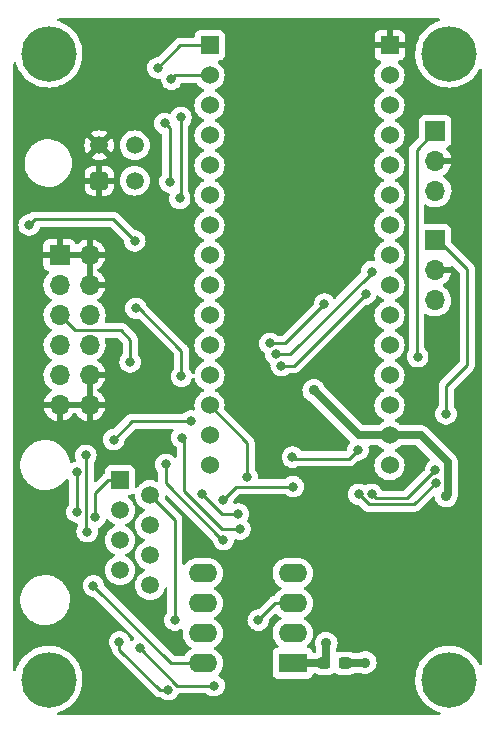
<source format=gtl>
G04 #@! TF.GenerationSoftware,KiCad,Pcbnew,6.0.7*
G04 #@! TF.CreationDate,2022-09-24T12:22:05-05:00*
G04 #@! TF.ProjectId,Penguinator-Glue-Board,50656e67-7569-46e6-9174-6f722d476c75,rev?*
G04 #@! TF.SameCoordinates,Original*
G04 #@! TF.FileFunction,Copper,L1,Top*
G04 #@! TF.FilePolarity,Positive*
%FSLAX46Y46*%
G04 Gerber Fmt 4.6, Leading zero omitted, Abs format (unit mm)*
G04 Created by KiCad (PCBNEW 6.0.7) date 2022-09-24 12:22:05*
%MOMM*%
%LPD*%
G01*
G04 APERTURE LIST*
G04 Aperture macros list*
%AMRoundRect*
0 Rectangle with rounded corners*
0 $1 Rounding radius*
0 $2 $3 $4 $5 $6 $7 $8 $9 X,Y pos of 4 corners*
0 Add a 4 corners polygon primitive as box body*
4,1,4,$2,$3,$4,$5,$6,$7,$8,$9,$2,$3,0*
0 Add four circle primitives for the rounded corners*
1,1,$1+$1,$2,$3*
1,1,$1+$1,$4,$5*
1,1,$1+$1,$6,$7*
1,1,$1+$1,$8,$9*
0 Add four rect primitives between the rounded corners*
20,1,$1+$1,$2,$3,$4,$5,0*
20,1,$1+$1,$4,$5,$6,$7,0*
20,1,$1+$1,$6,$7,$8,$9,0*
20,1,$1+$1,$8,$9,$2,$3,0*%
G04 Aperture macros list end*
G04 #@! TA.AperFunction,ComponentPad*
%ADD10R,1.700000X1.700000*%
G04 #@! TD*
G04 #@! TA.AperFunction,ComponentPad*
%ADD11O,1.700000X1.700000*%
G04 #@! TD*
G04 #@! TA.AperFunction,ComponentPad*
%ADD12R,1.500000X1.500000*%
G04 #@! TD*
G04 #@! TA.AperFunction,ComponentPad*
%ADD13C,1.500000*%
G04 #@! TD*
G04 #@! TA.AperFunction,ComponentPad*
%ADD14R,2.400000X1.600000*%
G04 #@! TD*
G04 #@! TA.AperFunction,ComponentPad*
%ADD15O,2.400000X1.600000*%
G04 #@! TD*
G04 #@! TA.AperFunction,ComponentPad*
%ADD16C,3.100000*%
G04 #@! TD*
G04 #@! TA.AperFunction,ConnectorPad*
%ADD17C,4.700000*%
G04 #@! TD*
G04 #@! TA.AperFunction,ComponentPad*
%ADD18RoundRect,0.250001X0.499999X-0.499999X0.499999X0.499999X-0.499999X0.499999X-0.499999X-0.499999X0*%
G04 #@! TD*
G04 #@! TA.AperFunction,SMDPad,CuDef*
%ADD19RoundRect,0.237500X0.300000X0.237500X-0.300000X0.237500X-0.300000X-0.237500X0.300000X-0.237500X0*%
G04 #@! TD*
G04 #@! TA.AperFunction,ComponentPad*
%ADD20R,1.530000X1.530000*%
G04 #@! TD*
G04 #@! TA.AperFunction,ComponentPad*
%ADD21C,1.530000*%
G04 #@! TD*
G04 #@! TA.AperFunction,ViaPad*
%ADD22C,0.800000*%
G04 #@! TD*
G04 #@! TA.AperFunction,ViaPad*
%ADD23C,0.900000*%
G04 #@! TD*
G04 #@! TA.AperFunction,Conductor*
%ADD24C,0.250000*%
G04 #@! TD*
G04 #@! TA.AperFunction,Conductor*
%ADD25C,0.700000*%
G04 #@! TD*
G04 APERTURE END LIST*
D10*
X36250000Y-10050000D03*
D11*
X36250000Y-12590000D03*
X36250000Y-15130000D03*
D10*
X36225000Y-19300000D03*
D11*
X36225000Y-21840000D03*
X36225000Y-24380000D03*
D12*
X9550000Y-39600000D03*
D13*
X12090000Y-40870000D03*
X9550000Y-42140000D03*
X12090000Y-43410000D03*
X9550000Y-44680000D03*
X12090000Y-45950000D03*
X9550000Y-47220000D03*
X12090000Y-48490000D03*
D10*
X4425000Y-20550000D03*
D11*
X6965000Y-20550000D03*
X4425000Y-23090000D03*
X6965000Y-23090000D03*
X4425000Y-25630000D03*
X6965000Y-25630000D03*
X4425000Y-28170000D03*
X6965000Y-28170000D03*
X4425000Y-30710000D03*
X6965000Y-30710000D03*
X4425000Y-33250000D03*
X6965000Y-33250000D03*
D14*
X24175000Y-55100000D03*
D15*
X24175000Y-52560000D03*
X24175000Y-50020000D03*
X24175000Y-47480000D03*
X16555000Y-47480000D03*
X16555000Y-50020000D03*
X16555000Y-52560000D03*
X16555000Y-55100000D03*
D16*
X37400000Y-56500000D03*
D17*
X37400000Y-56500000D03*
X3500000Y-3500000D03*
D16*
X3500000Y-3500000D03*
X3500000Y-56500000D03*
D17*
X3500000Y-56500000D03*
D16*
X37400000Y-3500000D03*
D17*
X37400000Y-3500000D03*
D18*
X7800000Y-14250000D03*
D13*
X7800000Y-11250000D03*
X10800000Y-14250000D03*
X10800000Y-11250000D03*
D19*
X28578500Y-55110000D03*
X26853500Y-55110000D03*
D20*
X17130000Y-2785000D03*
D21*
X17130000Y-5325000D03*
X17130000Y-7865000D03*
X17130000Y-10405000D03*
X17130000Y-12945000D03*
X17130000Y-15485000D03*
X17130000Y-18025000D03*
X17130000Y-20565000D03*
X17130000Y-23105000D03*
X17130000Y-25645000D03*
X17130000Y-28185000D03*
X17130000Y-30725000D03*
X17130000Y-33265000D03*
X17130000Y-35805000D03*
X17130000Y-38345000D03*
X32370000Y-38345000D03*
X32370000Y-35805000D03*
X32370000Y-33265000D03*
X32370000Y-30725000D03*
X32370000Y-28185000D03*
X32370000Y-25645000D03*
X32370000Y-23105000D03*
X32370000Y-20565000D03*
X32370000Y-18025000D03*
X32370000Y-15485000D03*
X32370000Y-12945000D03*
X32370000Y-10405000D03*
X32370000Y-7865000D03*
X32370000Y-5325000D03*
D20*
X32370000Y-2785000D03*
D22*
X7437006Y-42756590D03*
X7300000Y-48550000D03*
X14200000Y-51450000D03*
D23*
X21150000Y-44500000D03*
D22*
X10900000Y-25050000D03*
X14750000Y-30800000D03*
X14775500Y-35997197D03*
X19700000Y-43750000D03*
X18250000Y-41250000D03*
X24200000Y-40150000D03*
X10400000Y-29600000D03*
D23*
X30300000Y-55050000D03*
D22*
X18300000Y-44650000D03*
X13425500Y-38263113D03*
X15550000Y-34600000D03*
X16500000Y-40800000D03*
X9025280Y-36170318D03*
X19569214Y-42476095D03*
D23*
X37150000Y-40950000D03*
X27000000Y-53400000D03*
X25950000Y-32000000D03*
D22*
X23200000Y-29900000D03*
X30350000Y-23850000D03*
X30850000Y-21950000D03*
X22750000Y-28950000D03*
X22240317Y-28032570D03*
X26850000Y-24700000D03*
X29700000Y-37050000D03*
X24144172Y-37654116D03*
X10800000Y-19350000D03*
X14600000Y-15750000D03*
X13900000Y-5650000D03*
X13650000Y-57350000D03*
X5875500Y-38950000D03*
X5900000Y-42300000D03*
X1850000Y-18000000D03*
X14700000Y-8900000D03*
X9500000Y-53300000D03*
X11250000Y-53800000D03*
X17500000Y-57000000D03*
X6774500Y-43968829D03*
X13350000Y-9400000D03*
X6650000Y-37500000D03*
X13750000Y-14350000D03*
X21250000Y-51450000D03*
X12750000Y-4700000D03*
X37150000Y-34000000D03*
X29759507Y-40804817D03*
X36284655Y-39810655D03*
X30850000Y-40800000D03*
X34750000Y-29150000D03*
X36250000Y-38750000D03*
X20300000Y-39350000D03*
D24*
X37150000Y-34000000D02*
X37150000Y-31650000D01*
X37150000Y-31650000D02*
X38950000Y-29850000D01*
X38950000Y-29850000D02*
X38950000Y-21750000D01*
X38950000Y-21750000D02*
X36500000Y-19300000D01*
X36500000Y-19300000D02*
X36225000Y-19300000D01*
X34750000Y-29150000D02*
X34650000Y-29050000D01*
X34650000Y-29050000D02*
X34650000Y-11650000D01*
X34650000Y-11650000D02*
X36250000Y-10050000D01*
X16555000Y-55100000D02*
X13850000Y-55100000D01*
X8550000Y-39600000D02*
X7437006Y-40712994D01*
X13850000Y-55100000D02*
X7300000Y-48550000D01*
X7437006Y-40712994D02*
X7437006Y-42756590D01*
X9550000Y-39600000D02*
X8550000Y-39600000D01*
X14200000Y-42980000D02*
X12090000Y-40870000D01*
X14200000Y-51450000D02*
X14200000Y-42980000D01*
X14974500Y-40524500D02*
X14974500Y-36196197D01*
X11150000Y-25050000D02*
X14750000Y-28650000D01*
X14750000Y-28650000D02*
X14750000Y-30800000D01*
X18200000Y-43750000D02*
X14974500Y-40524500D01*
X14974500Y-36196197D02*
X14775500Y-35997197D01*
X19700000Y-43750000D02*
X18200000Y-43750000D01*
X10900000Y-25050000D02*
X11150000Y-25050000D01*
X4425000Y-25630000D02*
X5695000Y-26900000D01*
X10400000Y-27700000D02*
X10400000Y-29600000D01*
X24200000Y-40150000D02*
X19350000Y-40150000D01*
X19350000Y-40150000D02*
X18250000Y-41250000D01*
X5695000Y-26900000D02*
X8700000Y-26900000D01*
X8700000Y-26900000D02*
X9600000Y-26900000D01*
X9600000Y-26900000D02*
X10400000Y-27700000D01*
D25*
X30240000Y-55110000D02*
X30300000Y-55050000D01*
X28578500Y-55110000D02*
X30240000Y-55110000D01*
D24*
X18200000Y-44650000D02*
X13425500Y-39875500D01*
X13425500Y-39875500D02*
X13425500Y-38263113D01*
X18300000Y-44650000D02*
X18200000Y-44650000D01*
X15550000Y-34600000D02*
X10595598Y-34600000D01*
X10595598Y-34600000D02*
X9025280Y-36170318D01*
X18176095Y-42476095D02*
X16500000Y-40800000D01*
X19569214Y-42476095D02*
X18176095Y-42476095D01*
D25*
X26853500Y-55110000D02*
X27000000Y-54963500D01*
X24185000Y-55110000D02*
X24175000Y-55100000D01*
X32370000Y-35805000D02*
X35005000Y-35805000D01*
X27000000Y-54963500D02*
X27000000Y-53400000D01*
X32370000Y-35805000D02*
X29755000Y-35805000D01*
X37284155Y-40815845D02*
X37150000Y-40950000D01*
X37284155Y-38084155D02*
X37284155Y-40815845D01*
X35005000Y-35805000D02*
X37284155Y-38084155D01*
X26853500Y-55110000D02*
X24185000Y-55110000D01*
X29755000Y-35805000D02*
X25950000Y-32000000D01*
D24*
X24300000Y-29900000D02*
X23200000Y-29900000D01*
X30350000Y-23850000D02*
X24300000Y-29900000D01*
X23950000Y-28950000D02*
X22750000Y-28950000D01*
X30850000Y-22050000D02*
X23950000Y-28950000D01*
X30850000Y-21950000D02*
X30850000Y-22050000D01*
X23517430Y-28032570D02*
X22240317Y-28032570D01*
X26850000Y-24700000D02*
X23517430Y-28032570D01*
X28950000Y-37800000D02*
X24290056Y-37800000D01*
X29700000Y-37050000D02*
X28950000Y-37800000D01*
X24290056Y-37800000D02*
X24144172Y-37654116D01*
X9500000Y-53950000D02*
X12900000Y-57350000D01*
X5900000Y-42300000D02*
X5900000Y-38974500D01*
X2350000Y-17500000D02*
X1850000Y-18000000D01*
X8950000Y-17500000D02*
X8900000Y-17500000D01*
X14225000Y-5325000D02*
X13900000Y-5650000D01*
X17130000Y-5325000D02*
X14225000Y-5325000D01*
X12900000Y-57350000D02*
X13650000Y-57350000D01*
X5900000Y-38974500D02*
X5875500Y-38950000D01*
X14700000Y-15650000D02*
X14600000Y-15750000D01*
X10800000Y-19350000D02*
X8950000Y-17500000D01*
X8900000Y-17500000D02*
X2350000Y-17500000D01*
X14700000Y-8900000D02*
X14700000Y-15650000D01*
X9500000Y-53300000D02*
X9500000Y-53950000D01*
X11250000Y-53854691D02*
X11250000Y-53800000D01*
X6674500Y-37524500D02*
X6650000Y-37500000D01*
X6674500Y-42620809D02*
X6674500Y-37524500D01*
X14665000Y-2785000D02*
X12750000Y-4700000D01*
X6774500Y-43968829D02*
X6624500Y-43818829D01*
X17130000Y-2785000D02*
X14665000Y-2785000D01*
X14395309Y-57000000D02*
X11250000Y-53854691D01*
X6624500Y-43818829D02*
X6624500Y-42670809D01*
X17500000Y-57000000D02*
X14395309Y-57000000D01*
X22680000Y-50020000D02*
X24175000Y-50020000D01*
X21250000Y-51450000D02*
X22680000Y-50020000D01*
X13750000Y-9800000D02*
X13750000Y-14350000D01*
X13350000Y-9400000D02*
X13750000Y-9800000D01*
X6624500Y-42670809D02*
X6674500Y-42620809D01*
X29759507Y-40804817D02*
X30604191Y-41649501D01*
X34445809Y-41649501D02*
X36284655Y-39810655D01*
X30604191Y-41649501D02*
X34445809Y-41649501D01*
X30850000Y-40800000D02*
X31200000Y-41150000D01*
X31200000Y-41150000D02*
X33350000Y-41150000D01*
X33350000Y-41150000D02*
X33850000Y-41150000D01*
X33850000Y-41150000D02*
X36250000Y-38750000D01*
X17130000Y-33265000D02*
X20300000Y-36435000D01*
X20300000Y-36435000D02*
X20300000Y-39350000D01*
G04 #@! TA.AperFunction,Conductor*
G36*
X36623495Y-528502D02*
G01*
X36669988Y-582158D01*
X36680092Y-652432D01*
X36650598Y-717012D01*
X36596188Y-753707D01*
X36551617Y-768967D01*
X36318112Y-848914D01*
X36020574Y-990833D01*
X36017495Y-992764D01*
X36017494Y-992765D01*
X36016008Y-993697D01*
X35741319Y-1166009D01*
X35738485Y-1168279D01*
X35738480Y-1168283D01*
X35597229Y-1281447D01*
X35484049Y-1372121D01*
X35481496Y-1374701D01*
X35289168Y-1569054D01*
X35252174Y-1606437D01*
X35048767Y-1865851D01*
X35046874Y-1868940D01*
X35046872Y-1868943D01*
X34896947Y-2113600D01*
X34876525Y-2146925D01*
X34875006Y-2150197D01*
X34875003Y-2150203D01*
X34826392Y-2254927D01*
X34737730Y-2445933D01*
X34634222Y-2758912D01*
X34633486Y-2762467D01*
X34633485Y-2762470D01*
X34575623Y-3041876D01*
X34567373Y-3081714D01*
X34538069Y-3410060D01*
X34538164Y-3413690D01*
X34538164Y-3413691D01*
X34543082Y-3601490D01*
X34546698Y-3739598D01*
X34547208Y-3743183D01*
X34547209Y-3743192D01*
X34560118Y-3833891D01*
X34593146Y-4065961D01*
X34594065Y-4069464D01*
X34594066Y-4069469D01*
X34645760Y-4266512D01*
X34676798Y-4384822D01*
X34796544Y-4691955D01*
X34802914Y-4703986D01*
X34923468Y-4931672D01*
X34950798Y-4983290D01*
X34952850Y-4986275D01*
X34952855Y-4986284D01*
X35135457Y-5251972D01*
X35135463Y-5251979D01*
X35137514Y-5254964D01*
X35354219Y-5503377D01*
X35598039Y-5725236D01*
X35600987Y-5727354D01*
X35600989Y-5727356D01*
X35862793Y-5915481D01*
X35862799Y-5915485D01*
X35865744Y-5917601D01*
X35868924Y-5919371D01*
X35976211Y-5979086D01*
X36153784Y-6077922D01*
X36458342Y-6204074D01*
X36461836Y-6205069D01*
X36461838Y-6205070D01*
X36771880Y-6293388D01*
X36771885Y-6293389D01*
X36775381Y-6294385D01*
X36955954Y-6323955D01*
X37097118Y-6347072D01*
X37097125Y-6347073D01*
X37100699Y-6347658D01*
X37265342Y-6355423D01*
X37426357Y-6363016D01*
X37426358Y-6363016D01*
X37429984Y-6363187D01*
X37441877Y-6362376D01*
X37755241Y-6341014D01*
X37755249Y-6341013D01*
X37758872Y-6340766D01*
X37762448Y-6340103D01*
X37762450Y-6340103D01*
X38079438Y-6281353D01*
X38079442Y-6281352D01*
X38083003Y-6280692D01*
X38398082Y-6183761D01*
X38538406Y-6122163D01*
X38696604Y-6052719D01*
X38696612Y-6052715D01*
X38699931Y-6051258D01*
X38984550Y-5884940D01*
X39155061Y-5756917D01*
X39245260Y-5689194D01*
X39245264Y-5689191D01*
X39248167Y-5687011D01*
X39487288Y-5460094D01*
X39698743Y-5207197D01*
X39763579Y-5108494D01*
X39877742Y-4934698D01*
X39877747Y-4934689D01*
X39879729Y-4931672D01*
X39935168Y-4821443D01*
X39983645Y-4769573D01*
X40052470Y-4752146D01*
X40119790Y-4774695D01*
X40164233Y-4830060D01*
X40173733Y-4878057D01*
X40173733Y-55118064D01*
X40153731Y-55186185D01*
X40100075Y-55232678D01*
X40029801Y-55242782D01*
X39965221Y-55213288D01*
X39938285Y-55180492D01*
X39803193Y-54943651D01*
X39801402Y-54940511D01*
X39747108Y-54866598D01*
X39608384Y-54677749D01*
X39608382Y-54677747D01*
X39606244Y-54674836D01*
X39381844Y-54433352D01*
X39379084Y-54430995D01*
X39379078Y-54430989D01*
X39133947Y-54221628D01*
X39133942Y-54221624D01*
X39131175Y-54219261D01*
X39093019Y-54193621D01*
X38860569Y-54037420D01*
X38860565Y-54037418D01*
X38857561Y-54035399D01*
X38564627Y-53884205D01*
X38256257Y-53767682D01*
X38252736Y-53766798D01*
X38252731Y-53766796D01*
X38099669Y-53728350D01*
X37936537Y-53687374D01*
X37859858Y-53677279D01*
X37613310Y-53644820D01*
X37613302Y-53644819D01*
X37609706Y-53644346D01*
X37472651Y-53642193D01*
X37283738Y-53639225D01*
X37283734Y-53639225D01*
X37280096Y-53639168D01*
X37276482Y-53639529D01*
X37276476Y-53639529D01*
X37045816Y-53662552D01*
X36952074Y-53671909D01*
X36629990Y-53742134D01*
X36626563Y-53743307D01*
X36626557Y-53743309D01*
X36321538Y-53847741D01*
X36318112Y-53848914D01*
X36020574Y-53990833D01*
X36017495Y-53992764D01*
X36017494Y-53992765D01*
X35952174Y-54033740D01*
X35741319Y-54166009D01*
X35738485Y-54168279D01*
X35738480Y-54168283D01*
X35618964Y-54264034D01*
X35484049Y-54372121D01*
X35252174Y-54606437D01*
X35048767Y-54865851D01*
X35046874Y-54868940D01*
X35046872Y-54868943D01*
X34901926Y-55105475D01*
X34876525Y-55146925D01*
X34875006Y-55150197D01*
X34875003Y-55150203D01*
X34825308Y-55257263D01*
X34737730Y-55445933D01*
X34736590Y-55449380D01*
X34636587Y-55751762D01*
X34634222Y-55758912D01*
X34633486Y-55762467D01*
X34633485Y-55762470D01*
X34578568Y-56027654D01*
X34567373Y-56081714D01*
X34538069Y-56410060D01*
X34546698Y-56739598D01*
X34593146Y-57065961D01*
X34594065Y-57069464D01*
X34594066Y-57069469D01*
X34646893Y-57270831D01*
X34676798Y-57384822D01*
X34796544Y-57691955D01*
X34846993Y-57787237D01*
X34945088Y-57972505D01*
X34950798Y-57983290D01*
X34952850Y-57986275D01*
X34952855Y-57986284D01*
X35135457Y-58251972D01*
X35135463Y-58251979D01*
X35137514Y-58254964D01*
X35150218Y-58269527D01*
X35347566Y-58495750D01*
X35354219Y-58503377D01*
X35598039Y-58725236D01*
X35600987Y-58727354D01*
X35600989Y-58727356D01*
X35862793Y-58915481D01*
X35862799Y-58915485D01*
X35865744Y-58917601D01*
X36153784Y-59077922D01*
X36458342Y-59204074D01*
X36461836Y-59205069D01*
X36461838Y-59205070D01*
X36599630Y-59244321D01*
X36659665Y-59282220D01*
X36689679Y-59346560D01*
X36680144Y-59416913D01*
X36634087Y-59470943D01*
X36565111Y-59491500D01*
X4335843Y-59491500D01*
X4267722Y-59471498D01*
X4221229Y-59417842D01*
X4211125Y-59347568D01*
X4240619Y-59282988D01*
X4298794Y-59245070D01*
X4364979Y-59224709D01*
X4498082Y-59183761D01*
X4638406Y-59122163D01*
X4796604Y-59052719D01*
X4796612Y-59052715D01*
X4799931Y-59051258D01*
X5084550Y-58884940D01*
X5216933Y-58785544D01*
X5345260Y-58689194D01*
X5345264Y-58689191D01*
X5348167Y-58687011D01*
X5587288Y-58460094D01*
X5798743Y-58207197D01*
X5842149Y-58141118D01*
X5977742Y-57934698D01*
X5977747Y-57934689D01*
X5979729Y-57931672D01*
X6127847Y-57637171D01*
X6166617Y-57531226D01*
X6239887Y-57331008D01*
X6239888Y-57331004D01*
X6241135Y-57327597D01*
X6241980Y-57324075D01*
X6241983Y-57324067D01*
X6317244Y-57010584D01*
X6317245Y-57010580D01*
X6318091Y-57007055D01*
X6341134Y-56816635D01*
X6357358Y-56682570D01*
X6357358Y-56682563D01*
X6357694Y-56679791D01*
X6359002Y-56638188D01*
X6363256Y-56502797D01*
X6363344Y-56500000D01*
X6360931Y-56458148D01*
X6344577Y-56174515D01*
X6344576Y-56174510D01*
X6344368Y-56170895D01*
X6330803Y-56093172D01*
X6288315Y-55849726D01*
X6288313Y-55849719D01*
X6287691Y-55846153D01*
X6285881Y-55840040D01*
X6217695Y-55609852D01*
X6194065Y-55530077D01*
X6159645Y-55449380D01*
X6066155Y-55230195D01*
X6066153Y-55230192D01*
X6064731Y-55226857D01*
X6056992Y-55213288D01*
X5903193Y-54943651D01*
X5901402Y-54940511D01*
X5847108Y-54866598D01*
X5708384Y-54677749D01*
X5708382Y-54677747D01*
X5706244Y-54674836D01*
X5481844Y-54433352D01*
X5479084Y-54430995D01*
X5479078Y-54430989D01*
X5233947Y-54221628D01*
X5233942Y-54221624D01*
X5231175Y-54219261D01*
X5193019Y-54193621D01*
X4960569Y-54037420D01*
X4960565Y-54037418D01*
X4957561Y-54035399D01*
X4664627Y-53884205D01*
X4356257Y-53767682D01*
X4352736Y-53766798D01*
X4352731Y-53766796D01*
X4199669Y-53728350D01*
X4036537Y-53687374D01*
X3959858Y-53677279D01*
X3713310Y-53644820D01*
X3713302Y-53644819D01*
X3709706Y-53644346D01*
X3572651Y-53642193D01*
X3383738Y-53639225D01*
X3383734Y-53639225D01*
X3380096Y-53639168D01*
X3376482Y-53639529D01*
X3376476Y-53639529D01*
X3145816Y-53662552D01*
X3052074Y-53671909D01*
X2729990Y-53742134D01*
X2726563Y-53743307D01*
X2726557Y-53743309D01*
X2421538Y-53847741D01*
X2418112Y-53848914D01*
X2120574Y-53990833D01*
X2117495Y-53992764D01*
X2117494Y-53992765D01*
X2052174Y-54033740D01*
X1841319Y-54166009D01*
X1838485Y-54168279D01*
X1838480Y-54168283D01*
X1718964Y-54264034D01*
X1584049Y-54372121D01*
X1352174Y-54606437D01*
X1148767Y-54865851D01*
X1146874Y-54868940D01*
X1146872Y-54868943D01*
X1001926Y-55105475D01*
X976525Y-55146925D01*
X975006Y-55150197D01*
X975003Y-55150203D01*
X925308Y-55257263D01*
X837730Y-55445933D01*
X836590Y-55449380D01*
X754128Y-55698722D01*
X713748Y-55757117D01*
X648207Y-55784411D01*
X578315Y-55771939D01*
X526261Y-55723659D01*
X508500Y-55659159D01*
X508500Y-49892703D01*
X1090743Y-49892703D01*
X1128268Y-50177734D01*
X1204129Y-50455036D01*
X1205813Y-50458984D01*
X1292733Y-50662763D01*
X1316923Y-50719476D01*
X1328693Y-50739142D01*
X1428457Y-50905835D01*
X1464561Y-50966161D01*
X1644313Y-51190528D01*
X1767711Y-51307628D01*
X1786772Y-51325716D01*
X1852851Y-51388423D01*
X2018097Y-51507165D01*
X2082624Y-51553532D01*
X2086317Y-51556186D01*
X2090112Y-51558195D01*
X2090113Y-51558196D01*
X2111869Y-51569715D01*
X2340392Y-51690712D01*
X2610373Y-51789511D01*
X2891264Y-51850755D01*
X2919841Y-51853004D01*
X3114282Y-51868307D01*
X3114291Y-51868307D01*
X3116739Y-51868500D01*
X3272271Y-51868500D01*
X3274407Y-51868354D01*
X3274418Y-51868354D01*
X3482548Y-51854165D01*
X3482554Y-51854164D01*
X3486825Y-51853873D01*
X3491020Y-51853004D01*
X3491022Y-51853004D01*
X3673228Y-51815271D01*
X3768342Y-51795574D01*
X4039343Y-51699607D01*
X4294812Y-51567750D01*
X4298313Y-51565289D01*
X4298317Y-51565287D01*
X4471694Y-51443435D01*
X4530023Y-51402441D01*
X4652099Y-51289001D01*
X4737479Y-51209661D01*
X4737481Y-51209658D01*
X4740622Y-51206740D01*
X4922713Y-50984268D01*
X5072927Y-50739142D01*
X5159084Y-50542872D01*
X5186757Y-50479830D01*
X5188483Y-50475898D01*
X5267244Y-50199406D01*
X5307751Y-49914784D01*
X5307845Y-49896951D01*
X5309235Y-49631583D01*
X5309235Y-49631576D01*
X5309257Y-49627297D01*
X5305318Y-49597373D01*
X5291893Y-49495405D01*
X5271732Y-49342266D01*
X5195871Y-49064964D01*
X5110235Y-48864195D01*
X5084763Y-48804476D01*
X5084761Y-48804472D01*
X5083077Y-48800524D01*
X4963794Y-48601217D01*
X4937643Y-48557521D01*
X4937640Y-48557517D01*
X4935439Y-48553839D01*
X4755687Y-48329472D01*
X4603160Y-48184729D01*
X4550258Y-48134527D01*
X4550255Y-48134525D01*
X4547149Y-48131577D01*
X4313683Y-47963814D01*
X4291843Y-47952250D01*
X4138641Y-47871134D01*
X4059608Y-47829288D01*
X3867215Y-47758882D01*
X3793658Y-47731964D01*
X3793656Y-47731963D01*
X3789627Y-47730489D01*
X3508736Y-47669245D01*
X3477685Y-47666801D01*
X3285718Y-47651693D01*
X3285709Y-47651693D01*
X3283261Y-47651500D01*
X3127729Y-47651500D01*
X3125593Y-47651646D01*
X3125582Y-47651646D01*
X2917452Y-47665835D01*
X2917446Y-47665836D01*
X2913175Y-47666127D01*
X2908980Y-47666996D01*
X2908978Y-47666996D01*
X2827395Y-47683891D01*
X2631658Y-47724426D01*
X2360657Y-47820393D01*
X2105188Y-47952250D01*
X2101687Y-47954711D01*
X2101683Y-47954713D01*
X2091594Y-47961804D01*
X1869977Y-48117559D01*
X1810616Y-48172721D01*
X1667672Y-48305553D01*
X1659378Y-48313260D01*
X1477287Y-48535732D01*
X1327073Y-48780858D01*
X1325347Y-48784791D01*
X1325346Y-48784792D01*
X1268070Y-48915271D01*
X1211517Y-49044102D01*
X1210342Y-49048229D01*
X1210341Y-49048230D01*
X1175140Y-49171803D01*
X1132756Y-49320594D01*
X1112852Y-49460448D01*
X1094930Y-49586381D01*
X1092249Y-49605216D01*
X1092227Y-49609505D01*
X1092226Y-49609512D01*
X1091271Y-49791913D01*
X1090743Y-49892703D01*
X508500Y-49892703D01*
X508500Y-38462703D01*
X1090743Y-38462703D01*
X1091302Y-38466947D01*
X1091302Y-38466951D01*
X1098316Y-38520225D01*
X1128268Y-38747734D01*
X1129401Y-38751874D01*
X1129401Y-38751876D01*
X1143077Y-38801866D01*
X1204129Y-39025036D01*
X1205813Y-39028984D01*
X1314541Y-39283891D01*
X1316923Y-39289476D01*
X1369503Y-39377331D01*
X1461193Y-39530533D01*
X1464561Y-39536161D01*
X1644313Y-39760528D01*
X1661397Y-39776740D01*
X1832076Y-39938708D01*
X1852851Y-39958423D01*
X2086317Y-40126186D01*
X2090112Y-40128195D01*
X2090113Y-40128196D01*
X2111869Y-40139715D01*
X2340392Y-40260712D01*
X2364699Y-40269607D01*
X2561156Y-40341500D01*
X2610373Y-40359511D01*
X2891264Y-40420755D01*
X2916245Y-40422721D01*
X3114282Y-40438307D01*
X3114291Y-40438307D01*
X3116739Y-40438500D01*
X3272271Y-40438500D01*
X3274407Y-40438354D01*
X3274418Y-40438354D01*
X3482548Y-40424165D01*
X3482554Y-40424164D01*
X3486825Y-40423873D01*
X3491020Y-40423004D01*
X3491022Y-40423004D01*
X3692857Y-40381206D01*
X3768342Y-40365574D01*
X4039343Y-40269607D01*
X4215482Y-40178695D01*
X4291005Y-40139715D01*
X4291006Y-40139715D01*
X4294812Y-40137750D01*
X4298313Y-40135289D01*
X4298317Y-40135287D01*
X4425878Y-40045635D01*
X4530023Y-39972441D01*
X4689931Y-39823845D01*
X4737479Y-39779661D01*
X4737481Y-39779658D01*
X4740622Y-39776740D01*
X4874596Y-39613056D01*
X4920000Y-39557583D01*
X4920002Y-39557580D01*
X4922713Y-39554268D01*
X4945660Y-39516822D01*
X4998308Y-39469191D01*
X5068350Y-39457585D01*
X5133547Y-39485689D01*
X5146723Y-39498342D01*
X5234137Y-39595426D01*
X5264853Y-39659431D01*
X5266500Y-39679734D01*
X5266500Y-41597476D01*
X5246498Y-41665597D01*
X5234142Y-41681779D01*
X5160960Y-41763056D01*
X5102686Y-41863990D01*
X5074602Y-41912633D01*
X5065473Y-41928444D01*
X5006458Y-42110072D01*
X5005768Y-42116633D01*
X5005768Y-42116635D01*
X4991678Y-42250700D01*
X4986496Y-42300000D01*
X4987186Y-42306565D01*
X5001857Y-42446148D01*
X5006458Y-42489928D01*
X5065473Y-42671556D01*
X5068776Y-42677278D01*
X5068777Y-42677279D01*
X5087072Y-42708966D01*
X5160960Y-42836944D01*
X5165378Y-42841851D01*
X5165379Y-42841852D01*
X5259621Y-42946518D01*
X5288747Y-42978866D01*
X5443248Y-43091118D01*
X5449276Y-43093802D01*
X5449278Y-43093803D01*
X5611681Y-43166109D01*
X5617712Y-43168794D01*
X5695456Y-43185319D01*
X5798056Y-43207128D01*
X5798061Y-43207128D01*
X5804513Y-43208500D01*
X5865000Y-43208500D01*
X5933121Y-43228502D01*
X5979614Y-43282158D01*
X5991000Y-43334500D01*
X5991000Y-43475131D01*
X5974119Y-43538130D01*
X5939973Y-43597273D01*
X5937931Y-43603558D01*
X5885098Y-43766161D01*
X5880958Y-43778901D01*
X5860996Y-43968829D01*
X5861686Y-43975394D01*
X5877650Y-44127279D01*
X5880958Y-44158757D01*
X5939973Y-44340385D01*
X6035460Y-44505773D01*
X6039878Y-44510680D01*
X6039879Y-44510681D01*
X6131757Y-44612722D01*
X6163247Y-44647695D01*
X6262343Y-44719693D01*
X6300311Y-44747278D01*
X6317748Y-44759947D01*
X6323776Y-44762631D01*
X6323778Y-44762632D01*
X6482646Y-44833364D01*
X6492212Y-44837623D01*
X6578405Y-44855944D01*
X6672556Y-44875957D01*
X6672561Y-44875957D01*
X6679013Y-44877329D01*
X6869987Y-44877329D01*
X6876439Y-44875957D01*
X6876444Y-44875957D01*
X6970595Y-44855944D01*
X7056788Y-44837623D01*
X7066354Y-44833364D01*
X7225222Y-44762632D01*
X7225224Y-44762631D01*
X7231252Y-44759947D01*
X7248690Y-44747278D01*
X7286657Y-44719693D01*
X7385753Y-44647695D01*
X7417243Y-44612722D01*
X7509121Y-44510681D01*
X7509122Y-44510680D01*
X7513540Y-44505773D01*
X7609027Y-44340385D01*
X7668042Y-44158757D01*
X7671351Y-44127279D01*
X7687314Y-43975394D01*
X7688004Y-43968829D01*
X7668042Y-43778901D01*
X7666001Y-43772619D01*
X7664628Y-43766161D01*
X7665810Y-43765910D01*
X7663973Y-43701655D01*
X7700634Y-43640856D01*
X7734585Y-43618576D01*
X7887728Y-43550393D01*
X7887730Y-43550392D01*
X7893758Y-43547708D01*
X8048259Y-43435456D01*
X8176046Y-43293534D01*
X8271533Y-43128146D01*
X8330548Y-42946518D01*
X8333049Y-42947331D01*
X8361214Y-42895181D01*
X8423368Y-42860869D01*
X8494207Y-42865608D01*
X8553932Y-42911595D01*
X8579088Y-42947522D01*
X8579092Y-42947527D01*
X8582251Y-42952038D01*
X8737962Y-43107749D01*
X8742471Y-43110906D01*
X8742473Y-43110908D01*
X8775265Y-43133869D01*
X8918346Y-43234056D01*
X8923328Y-43236379D01*
X8923333Y-43236382D01*
X9050768Y-43295805D01*
X9104053Y-43342722D01*
X9123514Y-43410999D01*
X9102972Y-43478959D01*
X9050768Y-43524195D01*
X8923334Y-43583618D01*
X8923329Y-43583621D01*
X8918347Y-43585944D01*
X8913840Y-43589100D01*
X8913838Y-43589101D01*
X8742473Y-43709092D01*
X8742470Y-43709094D01*
X8737962Y-43712251D01*
X8582251Y-43867962D01*
X8455944Y-44048347D01*
X8453621Y-44053329D01*
X8453618Y-44053334D01*
X8407519Y-44152194D01*
X8362880Y-44247924D01*
X8305885Y-44460629D01*
X8286693Y-44680000D01*
X8305885Y-44899371D01*
X8362880Y-45112076D01*
X8400080Y-45191852D01*
X8453618Y-45306666D01*
X8453621Y-45306671D01*
X8455944Y-45311653D01*
X8459100Y-45316160D01*
X8459101Y-45316162D01*
X8470716Y-45332749D01*
X8582251Y-45492038D01*
X8737962Y-45647749D01*
X8918346Y-45774056D01*
X8923328Y-45776379D01*
X8923333Y-45776382D01*
X9050768Y-45835805D01*
X9104053Y-45882722D01*
X9123514Y-45950999D01*
X9102972Y-46018959D01*
X9050768Y-46064195D01*
X8923334Y-46123618D01*
X8923329Y-46123621D01*
X8918347Y-46125944D01*
X8913840Y-46129100D01*
X8913838Y-46129101D01*
X8742473Y-46249092D01*
X8742470Y-46249094D01*
X8737962Y-46252251D01*
X8582251Y-46407962D01*
X8579094Y-46412470D01*
X8579092Y-46412473D01*
X8464123Y-46576666D01*
X8455944Y-46588347D01*
X8453621Y-46593329D01*
X8453618Y-46593334D01*
X8435680Y-46631803D01*
X8362880Y-46787924D01*
X8305885Y-47000629D01*
X8286693Y-47220000D01*
X8305885Y-47439371D01*
X8362880Y-47652076D01*
X8400132Y-47731964D01*
X8453618Y-47846666D01*
X8453621Y-47846671D01*
X8455944Y-47851653D01*
X8459100Y-47856160D01*
X8459101Y-47856162D01*
X8568960Y-48013056D01*
X8582251Y-48032038D01*
X8737962Y-48187749D01*
X8918346Y-48314056D01*
X9117924Y-48407120D01*
X9330629Y-48464115D01*
X9550000Y-48483307D01*
X9769371Y-48464115D01*
X9982076Y-48407120D01*
X10181654Y-48314056D01*
X10362038Y-48187749D01*
X10517749Y-48032038D01*
X10531041Y-48013056D01*
X10640899Y-47856162D01*
X10640900Y-47856160D01*
X10644056Y-47851653D01*
X10646379Y-47846671D01*
X10646382Y-47846666D01*
X10699868Y-47731964D01*
X10737120Y-47652076D01*
X10794115Y-47439371D01*
X10813307Y-47220000D01*
X10794115Y-47000629D01*
X10737120Y-46787924D01*
X10664320Y-46631803D01*
X10646382Y-46593334D01*
X10646379Y-46593329D01*
X10644056Y-46588347D01*
X10635877Y-46576666D01*
X10520908Y-46412473D01*
X10520906Y-46412470D01*
X10517749Y-46407962D01*
X10362038Y-46252251D01*
X10352706Y-46245716D01*
X10194457Y-46134909D01*
X10181654Y-46125944D01*
X10176672Y-46123621D01*
X10176667Y-46123618D01*
X10049232Y-46064195D01*
X9995947Y-46017278D01*
X9976486Y-45949001D01*
X9997028Y-45881041D01*
X10049232Y-45835805D01*
X10176667Y-45776382D01*
X10176672Y-45776379D01*
X10181654Y-45774056D01*
X10362038Y-45647749D01*
X10517749Y-45492038D01*
X10629285Y-45332749D01*
X10640899Y-45316162D01*
X10640900Y-45316160D01*
X10644056Y-45311653D01*
X10646379Y-45306671D01*
X10646382Y-45306666D01*
X10699920Y-45191852D01*
X10737120Y-45112076D01*
X10794115Y-44899371D01*
X10813307Y-44680000D01*
X10794115Y-44460629D01*
X10737120Y-44247924D01*
X10692481Y-44152194D01*
X10646382Y-44053334D01*
X10646379Y-44053329D01*
X10644056Y-44048347D01*
X10517749Y-43867962D01*
X10362038Y-43712251D01*
X10346906Y-43701655D01*
X10189660Y-43591550D01*
X10181654Y-43585944D01*
X10176672Y-43583621D01*
X10176667Y-43583618D01*
X10049232Y-43524195D01*
X9995947Y-43477278D01*
X9976486Y-43409001D01*
X9997028Y-43341041D01*
X10049232Y-43295805D01*
X10176667Y-43236382D01*
X10176672Y-43236379D01*
X10181654Y-43234056D01*
X10324735Y-43133869D01*
X10357527Y-43110908D01*
X10357529Y-43110906D01*
X10362038Y-43107749D01*
X10517749Y-42952038D01*
X10520912Y-42947522D01*
X10640899Y-42776162D01*
X10640900Y-42776160D01*
X10644056Y-42771653D01*
X10646379Y-42766671D01*
X10646382Y-42766666D01*
X10707026Y-42636612D01*
X10737120Y-42572076D01*
X10794115Y-42359371D01*
X10813307Y-42140000D01*
X10794115Y-41920629D01*
X10737120Y-41707924D01*
X10683089Y-41592054D01*
X10646382Y-41513334D01*
X10646379Y-41513329D01*
X10644056Y-41508347D01*
X10626786Y-41483683D01*
X10520908Y-41332473D01*
X10520906Y-41332470D01*
X10517749Y-41327962D01*
X10362038Y-41172251D01*
X10340645Y-41157271D01*
X10241306Y-41087713D01*
X10196978Y-41032256D01*
X10189669Y-40961636D01*
X10221700Y-40898276D01*
X10282901Y-40862291D01*
X10313577Y-40858500D01*
X10348134Y-40858500D01*
X10410316Y-40851745D01*
X10546705Y-40800615D01*
X10627173Y-40740308D01*
X10693679Y-40715461D01*
X10763061Y-40730514D01*
X10813291Y-40780689D01*
X10828257Y-40852119D01*
X10827172Y-40864518D01*
X10827172Y-40864525D01*
X10826693Y-40870000D01*
X10845885Y-41089371D01*
X10902880Y-41302076D01*
X10923674Y-41346669D01*
X10993618Y-41496666D01*
X10993621Y-41496671D01*
X10995944Y-41501653D01*
X10999100Y-41506160D01*
X10999101Y-41506162D01*
X11100708Y-41651271D01*
X11122251Y-41682038D01*
X11277962Y-41837749D01*
X11282471Y-41840906D01*
X11282473Y-41840908D01*
X11330620Y-41874621D01*
X11458346Y-41964056D01*
X11463328Y-41966379D01*
X11463333Y-41966382D01*
X11590768Y-42025805D01*
X11644053Y-42072722D01*
X11663514Y-42140999D01*
X11642972Y-42208959D01*
X11590768Y-42254195D01*
X11463334Y-42313618D01*
X11463329Y-42313621D01*
X11458347Y-42315944D01*
X11453840Y-42319100D01*
X11453838Y-42319101D01*
X11282473Y-42439092D01*
X11282470Y-42439094D01*
X11277962Y-42442251D01*
X11122251Y-42597962D01*
X11119094Y-42602470D01*
X11119092Y-42602473D01*
X11044525Y-42708966D01*
X10995944Y-42778347D01*
X10993621Y-42783329D01*
X10993618Y-42783334D01*
X10975960Y-42821203D01*
X10902880Y-42977924D01*
X10845885Y-43190629D01*
X10826693Y-43410000D01*
X10845885Y-43629371D01*
X10902880Y-43842076D01*
X10945449Y-43933365D01*
X10993618Y-44036666D01*
X10993621Y-44036671D01*
X10995944Y-44041653D01*
X10999100Y-44046160D01*
X10999101Y-44046162D01*
X11073346Y-44152194D01*
X11122251Y-44222038D01*
X11277962Y-44377749D01*
X11458346Y-44504056D01*
X11463328Y-44506379D01*
X11463333Y-44506382D01*
X11590768Y-44565805D01*
X11644053Y-44612722D01*
X11663514Y-44680999D01*
X11642972Y-44748959D01*
X11590768Y-44794195D01*
X11463334Y-44853618D01*
X11463329Y-44853621D01*
X11458347Y-44855944D01*
X11453840Y-44859100D01*
X11453838Y-44859101D01*
X11282473Y-44979092D01*
X11282470Y-44979094D01*
X11277962Y-44982251D01*
X11122251Y-45137962D01*
X11119094Y-45142470D01*
X11119092Y-45142473D01*
X11004123Y-45306666D01*
X10995944Y-45318347D01*
X10993621Y-45323329D01*
X10993618Y-45323334D01*
X10989228Y-45332749D01*
X10902880Y-45517924D01*
X10845885Y-45730629D01*
X10826693Y-45950000D01*
X10845885Y-46169371D01*
X10902880Y-46382076D01*
X10944179Y-46470643D01*
X10993618Y-46576666D01*
X10993621Y-46576671D01*
X10995944Y-46581653D01*
X10999100Y-46586160D01*
X10999101Y-46586162D01*
X11036947Y-46640211D01*
X11122251Y-46762038D01*
X11277962Y-46917749D01*
X11458346Y-47044056D01*
X11463328Y-47046379D01*
X11463333Y-47046382D01*
X11590768Y-47105805D01*
X11644053Y-47152722D01*
X11663514Y-47220999D01*
X11642972Y-47288959D01*
X11590768Y-47334195D01*
X11463334Y-47393618D01*
X11463329Y-47393621D01*
X11458347Y-47395944D01*
X11453840Y-47399100D01*
X11453838Y-47399101D01*
X11282473Y-47519092D01*
X11282470Y-47519094D01*
X11277962Y-47522251D01*
X11122251Y-47677962D01*
X11119094Y-47682470D01*
X11119092Y-47682473D01*
X11021143Y-47822359D01*
X10995944Y-47858347D01*
X10993621Y-47863329D01*
X10993618Y-47863334D01*
X10953073Y-47950285D01*
X10902880Y-48057924D01*
X10845885Y-48270629D01*
X10826693Y-48490000D01*
X10845885Y-48709371D01*
X10902880Y-48922076D01*
X10944179Y-49010643D01*
X10993618Y-49116666D01*
X10993621Y-49116671D01*
X10995944Y-49121653D01*
X10999100Y-49126160D01*
X10999101Y-49126162D01*
X11067577Y-49223955D01*
X11122251Y-49302038D01*
X11277962Y-49457749D01*
X11282471Y-49460906D01*
X11282473Y-49460908D01*
X11331740Y-49495405D01*
X11458346Y-49584056D01*
X11657924Y-49677120D01*
X11870629Y-49734115D01*
X12090000Y-49753307D01*
X12309371Y-49734115D01*
X12522076Y-49677120D01*
X12721654Y-49584056D01*
X12848260Y-49495405D01*
X12897527Y-49460908D01*
X12897529Y-49460906D01*
X12902038Y-49457749D01*
X13057749Y-49302038D01*
X13112424Y-49223955D01*
X13180899Y-49126162D01*
X13180900Y-49126160D01*
X13184056Y-49121653D01*
X13186379Y-49116671D01*
X13186382Y-49116666D01*
X13235821Y-49010643D01*
X13277120Y-48922076D01*
X13318793Y-48766553D01*
X13355745Y-48705931D01*
X13419606Y-48674909D01*
X13490100Y-48683338D01*
X13544847Y-48728542D01*
X13566500Y-48799165D01*
X13566500Y-50747476D01*
X13546498Y-50815597D01*
X13534142Y-50831779D01*
X13460960Y-50913056D01*
X13365473Y-51078444D01*
X13306458Y-51260072D01*
X13305768Y-51266633D01*
X13305768Y-51266635D01*
X13296241Y-51357278D01*
X13286496Y-51450000D01*
X13287186Y-51456565D01*
X13297378Y-51553532D01*
X13306458Y-51639928D01*
X13365473Y-51821556D01*
X13368776Y-51827278D01*
X13368777Y-51827279D01*
X13384131Y-51853873D01*
X13460960Y-51986944D01*
X13465378Y-51991851D01*
X13465379Y-51991852D01*
X13577223Y-52116067D01*
X13588747Y-52128866D01*
X13687843Y-52200864D01*
X13735619Y-52235575D01*
X13743248Y-52241118D01*
X13749276Y-52243802D01*
X13749278Y-52243803D01*
X13911681Y-52316109D01*
X13917712Y-52318794D01*
X14005213Y-52337393D01*
X14098056Y-52357128D01*
X14098061Y-52357128D01*
X14104513Y-52358500D01*
X14295487Y-52358500D01*
X14301939Y-52357128D01*
X14301944Y-52357128D01*
X14394787Y-52337393D01*
X14482288Y-52318794D01*
X14488319Y-52316109D01*
X14650722Y-52243803D01*
X14650724Y-52243802D01*
X14656752Y-52241118D01*
X14662093Y-52237237D01*
X14667811Y-52233936D01*
X14668757Y-52235575D01*
X14727027Y-52214786D01*
X14796179Y-52230869D01*
X14845657Y-52281784D01*
X14859738Y-52351562D01*
X14841502Y-52560000D01*
X14861457Y-52788087D01*
X14862881Y-52793400D01*
X14862881Y-52793402D01*
X14884065Y-52872459D01*
X14920716Y-53009243D01*
X14923039Y-53014224D01*
X14923039Y-53014225D01*
X15015151Y-53211762D01*
X15015154Y-53211767D01*
X15017477Y-53216749D01*
X15020634Y-53221257D01*
X15140677Y-53392696D01*
X15148802Y-53404300D01*
X15310700Y-53566198D01*
X15315208Y-53569355D01*
X15315211Y-53569357D01*
X15386443Y-53619234D01*
X15498251Y-53697523D01*
X15503233Y-53699846D01*
X15503238Y-53699849D01*
X15537457Y-53715805D01*
X15590742Y-53762722D01*
X15610203Y-53830999D01*
X15589661Y-53898959D01*
X15537457Y-53944195D01*
X15503238Y-53960151D01*
X15503233Y-53960154D01*
X15498251Y-53962477D01*
X15445006Y-53999760D01*
X15315211Y-54090643D01*
X15315208Y-54090645D01*
X15310700Y-54093802D01*
X15148802Y-54255700D01*
X15145645Y-54260208D01*
X15145643Y-54260211D01*
X15038819Y-54412771D01*
X14983362Y-54457099D01*
X14935606Y-54466500D01*
X14164594Y-54466500D01*
X14096473Y-54446498D01*
X14075499Y-54429595D01*
X8247122Y-48601217D01*
X8213096Y-48538905D01*
X8210907Y-48525292D01*
X8194232Y-48366635D01*
X8194232Y-48366633D01*
X8193542Y-48360072D01*
X8134527Y-48178444D01*
X8109172Y-48134527D01*
X8068011Y-48063235D01*
X8039040Y-48013056D01*
X7994703Y-47963814D01*
X7915675Y-47876045D01*
X7915674Y-47876044D01*
X7911253Y-47871134D01*
X7756752Y-47758882D01*
X7750724Y-47756198D01*
X7750722Y-47756197D01*
X7588319Y-47683891D01*
X7588318Y-47683891D01*
X7582288Y-47681206D01*
X7488887Y-47661353D01*
X7401944Y-47642872D01*
X7401939Y-47642872D01*
X7395487Y-47641500D01*
X7204513Y-47641500D01*
X7198061Y-47642872D01*
X7198056Y-47642872D01*
X7111113Y-47661353D01*
X7017712Y-47681206D01*
X7011682Y-47683891D01*
X7011681Y-47683891D01*
X6849278Y-47756197D01*
X6849276Y-47756198D01*
X6843248Y-47758882D01*
X6688747Y-47871134D01*
X6684326Y-47876044D01*
X6684325Y-47876045D01*
X6605298Y-47963814D01*
X6560960Y-48013056D01*
X6531989Y-48063235D01*
X6490829Y-48134527D01*
X6465473Y-48178444D01*
X6406458Y-48360072D01*
X6405768Y-48366633D01*
X6405768Y-48366635D01*
X6395672Y-48462692D01*
X6386496Y-48550000D01*
X6406458Y-48739928D01*
X6465473Y-48921556D01*
X6560960Y-49086944D01*
X6688747Y-49228866D01*
X6727542Y-49257052D01*
X6809318Y-49316466D01*
X6843248Y-49341118D01*
X6849276Y-49343802D01*
X6849278Y-49343803D01*
X6978927Y-49401526D01*
X7017712Y-49418794D01*
X7089166Y-49433982D01*
X7198056Y-49457128D01*
X7198061Y-49457128D01*
X7204513Y-49458500D01*
X7260406Y-49458500D01*
X7328527Y-49478502D01*
X7349501Y-49495405D01*
X10729317Y-52875222D01*
X10763343Y-52937534D01*
X10758278Y-53008350D01*
X10714284Y-53066253D01*
X10638747Y-53121134D01*
X10607170Y-53156204D01*
X10546727Y-53193442D01*
X10475743Y-53192091D01*
X10416758Y-53152577D01*
X10395752Y-53109354D01*
X10393542Y-53110072D01*
X10353683Y-52987401D01*
X10334527Y-52928444D01*
X10239040Y-52763056D01*
X10197197Y-52716584D01*
X10115675Y-52626045D01*
X10115674Y-52626044D01*
X10111253Y-52621134D01*
X10012157Y-52549136D01*
X9962094Y-52512763D01*
X9962093Y-52512762D01*
X9956752Y-52508882D01*
X9950724Y-52506198D01*
X9950722Y-52506197D01*
X9788319Y-52433891D01*
X9788318Y-52433891D01*
X9782288Y-52431206D01*
X9688887Y-52411353D01*
X9601944Y-52392872D01*
X9601939Y-52392872D01*
X9595487Y-52391500D01*
X9404513Y-52391500D01*
X9398061Y-52392872D01*
X9398056Y-52392872D01*
X9311113Y-52411353D01*
X9217712Y-52431206D01*
X9211682Y-52433891D01*
X9211681Y-52433891D01*
X9049278Y-52506197D01*
X9049276Y-52506198D01*
X9043248Y-52508882D01*
X9037907Y-52512762D01*
X9037906Y-52512763D01*
X8987843Y-52549136D01*
X8888747Y-52621134D01*
X8884326Y-52626044D01*
X8884325Y-52626045D01*
X8802804Y-52716584D01*
X8760960Y-52763056D01*
X8665473Y-52928444D01*
X8606458Y-53110072D01*
X8605768Y-53116633D01*
X8605768Y-53116635D01*
X8597649Y-53193883D01*
X8586496Y-53300000D01*
X8606458Y-53489928D01*
X8665473Y-53671556D01*
X8668776Y-53677278D01*
X8668777Y-53677279D01*
X8675115Y-53688257D01*
X8760960Y-53836944D01*
X8765378Y-53841851D01*
X8765379Y-53841852D01*
X8778763Y-53856716D01*
X8834994Y-53919167D01*
X8865710Y-53983172D01*
X8866463Y-53989849D01*
X8866498Y-53989845D01*
X8867005Y-53993856D01*
X8867938Y-54005693D01*
X8869327Y-54049889D01*
X8874978Y-54069339D01*
X8878987Y-54088700D01*
X8881526Y-54108797D01*
X8884445Y-54116168D01*
X8884445Y-54116170D01*
X8897804Y-54149912D01*
X8901649Y-54161142D01*
X8911085Y-54193621D01*
X8913982Y-54203593D01*
X8918015Y-54210412D01*
X8918017Y-54210417D01*
X8924293Y-54221028D01*
X8932988Y-54238776D01*
X8940448Y-54257617D01*
X8945110Y-54264033D01*
X8945110Y-54264034D01*
X8966436Y-54293387D01*
X8972952Y-54303307D01*
X8995458Y-54341362D01*
X9009779Y-54355683D01*
X9022619Y-54370716D01*
X9034528Y-54387107D01*
X9040634Y-54392158D01*
X9068605Y-54415298D01*
X9077384Y-54423288D01*
X12396348Y-57742253D01*
X12403888Y-57750539D01*
X12408000Y-57757018D01*
X12413777Y-57762443D01*
X12457651Y-57803643D01*
X12460493Y-57806398D01*
X12480230Y-57826135D01*
X12483427Y-57828615D01*
X12492447Y-57836318D01*
X12524679Y-57866586D01*
X12531625Y-57870405D01*
X12531628Y-57870407D01*
X12542434Y-57876348D01*
X12558953Y-57887199D01*
X12574959Y-57899614D01*
X12582228Y-57902759D01*
X12582232Y-57902762D01*
X12615537Y-57917174D01*
X12626187Y-57922391D01*
X12664940Y-57943695D01*
X12672615Y-57945666D01*
X12672616Y-57945666D01*
X12684562Y-57948733D01*
X12703267Y-57955137D01*
X12721855Y-57963181D01*
X12729678Y-57964420D01*
X12729688Y-57964423D01*
X12765524Y-57970099D01*
X12777144Y-57972505D01*
X12812289Y-57981528D01*
X12819970Y-57983500D01*
X12840224Y-57983500D01*
X12859934Y-57985051D01*
X12879943Y-57988220D01*
X12887835Y-57987474D01*
X12923961Y-57984059D01*
X12935819Y-57983500D01*
X12941800Y-57983500D01*
X13009921Y-58003502D01*
X13029147Y-58019843D01*
X13029420Y-58019540D01*
X13034332Y-58023963D01*
X13038747Y-58028866D01*
X13193248Y-58141118D01*
X13199276Y-58143802D01*
X13199278Y-58143803D01*
X13361681Y-58216109D01*
X13367712Y-58218794D01*
X13461112Y-58238647D01*
X13548056Y-58257128D01*
X13548061Y-58257128D01*
X13554513Y-58258500D01*
X13745487Y-58258500D01*
X13751939Y-58257128D01*
X13751944Y-58257128D01*
X13838887Y-58238647D01*
X13932288Y-58218794D01*
X13938319Y-58216109D01*
X14100722Y-58143803D01*
X14100724Y-58143802D01*
X14106752Y-58141118D01*
X14261253Y-58028866D01*
X14297851Y-57988220D01*
X14384621Y-57891852D01*
X14384622Y-57891851D01*
X14389040Y-57886944D01*
X14484527Y-57721556D01*
X14486569Y-57715272D01*
X14489253Y-57709243D01*
X14491818Y-57710385D01*
X14524894Y-57661981D01*
X14590283Y-57634326D01*
X14604682Y-57633500D01*
X16791800Y-57633500D01*
X16859921Y-57653502D01*
X16879147Y-57669843D01*
X16879420Y-57669540D01*
X16884332Y-57673963D01*
X16888747Y-57678866D01*
X16902099Y-57688567D01*
X16996314Y-57757018D01*
X17043248Y-57791118D01*
X17049276Y-57793802D01*
X17049278Y-57793803D01*
X17200563Y-57861159D01*
X17217712Y-57868794D01*
X17303101Y-57886944D01*
X17398056Y-57907128D01*
X17398061Y-57907128D01*
X17404513Y-57908500D01*
X17595487Y-57908500D01*
X17601939Y-57907128D01*
X17601944Y-57907128D01*
X17696899Y-57886944D01*
X17782288Y-57868794D01*
X17799437Y-57861159D01*
X17950722Y-57793803D01*
X17950724Y-57793802D01*
X17956752Y-57791118D01*
X18111253Y-57678866D01*
X18151357Y-57634326D01*
X18234621Y-57541852D01*
X18234622Y-57541851D01*
X18239040Y-57536944D01*
X18334527Y-57371556D01*
X18393542Y-57189928D01*
X18412763Y-57007055D01*
X18412814Y-57006565D01*
X18413504Y-57000000D01*
X18393542Y-56810072D01*
X18334527Y-56628444D01*
X18239040Y-56463056D01*
X18189586Y-56408131D01*
X18115675Y-56326045D01*
X18115674Y-56326044D01*
X18111253Y-56321134D01*
X17956752Y-56208882D01*
X17950722Y-56206197D01*
X17950718Y-56206195D01*
X17944240Y-56203311D01*
X17890143Y-56157333D01*
X17869491Y-56089407D01*
X17888841Y-56021098D01*
X17906390Y-55999108D01*
X17961198Y-55944300D01*
X17966360Y-55936929D01*
X18062916Y-55799032D01*
X18092523Y-55756749D01*
X18094846Y-55751767D01*
X18094849Y-55751762D01*
X18186961Y-55554225D01*
X18186961Y-55554224D01*
X18189284Y-55549243D01*
X18193486Y-55533563D01*
X18247119Y-55333402D01*
X18247119Y-55333400D01*
X18248543Y-55328087D01*
X18268498Y-55100000D01*
X18248543Y-54871913D01*
X18199498Y-54688877D01*
X18190707Y-54656067D01*
X18190706Y-54656065D01*
X18189284Y-54650757D01*
X18169950Y-54609294D01*
X18094849Y-54448238D01*
X18094846Y-54448233D01*
X18092523Y-54443251D01*
X17961198Y-54255700D01*
X17799300Y-54093802D01*
X17794792Y-54090645D01*
X17794789Y-54090643D01*
X17664994Y-53999760D01*
X17611749Y-53962477D01*
X17606767Y-53960154D01*
X17606762Y-53960151D01*
X17572543Y-53944195D01*
X17519258Y-53897278D01*
X17499797Y-53829001D01*
X17520339Y-53761041D01*
X17572543Y-53715805D01*
X17606762Y-53699849D01*
X17606767Y-53699846D01*
X17611749Y-53697523D01*
X17723557Y-53619234D01*
X17794789Y-53569357D01*
X17794792Y-53569355D01*
X17799300Y-53566198D01*
X17961198Y-53404300D01*
X17969324Y-53392696D01*
X18089366Y-53221257D01*
X18092523Y-53216749D01*
X18094846Y-53211767D01*
X18094849Y-53211762D01*
X18186961Y-53014225D01*
X18186961Y-53014224D01*
X18189284Y-53009243D01*
X18225936Y-52872459D01*
X18247119Y-52793402D01*
X18247119Y-52793400D01*
X18248543Y-52788087D01*
X18268498Y-52560000D01*
X18248543Y-52331913D01*
X18247119Y-52326598D01*
X18190707Y-52116067D01*
X18190706Y-52116065D01*
X18189284Y-52110757D01*
X18133838Y-51991852D01*
X18094849Y-51908238D01*
X18094846Y-51908233D01*
X18092523Y-51903251D01*
X17961198Y-51715700D01*
X17799300Y-51553802D01*
X17794792Y-51550645D01*
X17794789Y-51550643D01*
X17686341Y-51474707D01*
X17651056Y-51450000D01*
X20336496Y-51450000D01*
X20337186Y-51456565D01*
X20347378Y-51553532D01*
X20356458Y-51639928D01*
X20415473Y-51821556D01*
X20418776Y-51827278D01*
X20418777Y-51827279D01*
X20434131Y-51853873D01*
X20510960Y-51986944D01*
X20515378Y-51991851D01*
X20515379Y-51991852D01*
X20627223Y-52116067D01*
X20638747Y-52128866D01*
X20737843Y-52200864D01*
X20785619Y-52235575D01*
X20793248Y-52241118D01*
X20799276Y-52243802D01*
X20799278Y-52243803D01*
X20961681Y-52316109D01*
X20967712Y-52318794D01*
X21055213Y-52337393D01*
X21148056Y-52357128D01*
X21148061Y-52357128D01*
X21154513Y-52358500D01*
X21345487Y-52358500D01*
X21351939Y-52357128D01*
X21351944Y-52357128D01*
X21444787Y-52337393D01*
X21532288Y-52318794D01*
X21538319Y-52316109D01*
X21700722Y-52243803D01*
X21700724Y-52243802D01*
X21706752Y-52241118D01*
X21714382Y-52235575D01*
X21762157Y-52200864D01*
X21861253Y-52128866D01*
X21872777Y-52116067D01*
X21984621Y-51991852D01*
X21984622Y-51991851D01*
X21989040Y-51986944D01*
X22065869Y-51853873D01*
X22081223Y-51827279D01*
X22081224Y-51827278D01*
X22084527Y-51821556D01*
X22143542Y-51639928D01*
X22160907Y-51474706D01*
X22187920Y-51409050D01*
X22197122Y-51398782D01*
X22661108Y-50934796D01*
X22723420Y-50900770D01*
X22794235Y-50905835D01*
X22839298Y-50934796D01*
X22930700Y-51026198D01*
X22935208Y-51029355D01*
X22935211Y-51029357D01*
X23005315Y-51078444D01*
X23118251Y-51157523D01*
X23123233Y-51159846D01*
X23123238Y-51159849D01*
X23157457Y-51175805D01*
X23210742Y-51222722D01*
X23230203Y-51290999D01*
X23209661Y-51358959D01*
X23157457Y-51404195D01*
X23123238Y-51420151D01*
X23123233Y-51420154D01*
X23118251Y-51422477D01*
X23043659Y-51474707D01*
X22935211Y-51550643D01*
X22935208Y-51550645D01*
X22930700Y-51553802D01*
X22768802Y-51715700D01*
X22637477Y-51903251D01*
X22635154Y-51908233D01*
X22635151Y-51908238D01*
X22596162Y-51991852D01*
X22540716Y-52110757D01*
X22539294Y-52116065D01*
X22539293Y-52116067D01*
X22482881Y-52326598D01*
X22481457Y-52331913D01*
X22461502Y-52560000D01*
X22481457Y-52788087D01*
X22482881Y-52793400D01*
X22482881Y-52793402D01*
X22504065Y-52872459D01*
X22540716Y-53009243D01*
X22543039Y-53014224D01*
X22543039Y-53014225D01*
X22635151Y-53211762D01*
X22635154Y-53211767D01*
X22637477Y-53216749D01*
X22640634Y-53221257D01*
X22760677Y-53392696D01*
X22768802Y-53404300D01*
X22930700Y-53566198D01*
X22935211Y-53569357D01*
X22939424Y-53572892D01*
X22938473Y-53574026D01*
X22978471Y-53624071D01*
X22985776Y-53694690D01*
X22953742Y-53758049D01*
X22892538Y-53794030D01*
X22875483Y-53797082D01*
X22864684Y-53798255D01*
X22728295Y-53849385D01*
X22611739Y-53936739D01*
X22524385Y-54053295D01*
X22473255Y-54189684D01*
X22466500Y-54251866D01*
X22466500Y-55948134D01*
X22473255Y-56010316D01*
X22524385Y-56146705D01*
X22611739Y-56263261D01*
X22728295Y-56350615D01*
X22864684Y-56401745D01*
X22926866Y-56408500D01*
X25423134Y-56408500D01*
X25485316Y-56401745D01*
X25621705Y-56350615D01*
X25738261Y-56263261D01*
X25825615Y-56146705D01*
X25861767Y-56050270D01*
X25904409Y-55993506D01*
X25970970Y-55968806D01*
X25979749Y-55968500D01*
X26103500Y-55968500D01*
X26169616Y-55987240D01*
X26224544Y-56021098D01*
X26236080Y-56028209D01*
X26401191Y-56082974D01*
X26408027Y-56083674D01*
X26408030Y-56083675D01*
X26459526Y-56088951D01*
X26503928Y-56093500D01*
X27203072Y-56093500D01*
X27206318Y-56093163D01*
X27206322Y-56093163D01*
X27300235Y-56083419D01*
X27300239Y-56083418D01*
X27307093Y-56082707D01*
X27313629Y-56080526D01*
X27313631Y-56080526D01*
X27446395Y-56036232D01*
X27472107Y-56027654D01*
X27557733Y-55974667D01*
X27613805Y-55939969D01*
X27613806Y-55939968D01*
X27620031Y-55936116D01*
X27626923Y-55929212D01*
X27628387Y-55928411D01*
X27630938Y-55926389D01*
X27631284Y-55926826D01*
X27689204Y-55895134D01*
X27760024Y-55900137D01*
X27805110Y-55929056D01*
X27807616Y-55931557D01*
X27812997Y-55936929D01*
X27819227Y-55940769D01*
X27819228Y-55940770D01*
X27949544Y-56021098D01*
X27961080Y-56028209D01*
X28126191Y-56082974D01*
X28133027Y-56083674D01*
X28133030Y-56083675D01*
X28184526Y-56088951D01*
X28228928Y-56093500D01*
X28928072Y-56093500D01*
X28931318Y-56093163D01*
X28931322Y-56093163D01*
X29025235Y-56083419D01*
X29025239Y-56083418D01*
X29032093Y-56082707D01*
X29038629Y-56080526D01*
X29038631Y-56080526D01*
X29171395Y-56036232D01*
X29197107Y-56027654D01*
X29262228Y-55987356D01*
X29328531Y-55968500D01*
X30004991Y-55968500D01*
X30043928Y-55974667D01*
X30093180Y-55990670D01*
X30279830Y-56012927D01*
X30285965Y-56012455D01*
X30285967Y-56012455D01*
X30461105Y-55998979D01*
X30461109Y-55998978D01*
X30467247Y-55998506D01*
X30574715Y-55968500D01*
X30642350Y-55949616D01*
X30642353Y-55949615D01*
X30648294Y-55947956D01*
X30653798Y-55945176D01*
X30653800Y-55945175D01*
X30810574Y-55865983D01*
X30810576Y-55865982D01*
X30816075Y-55863204D01*
X30956487Y-55753502D01*
X30959343Y-55751271D01*
X30964199Y-55747477D01*
X31087023Y-55605184D01*
X31179870Y-55441744D01*
X31239203Y-55263382D01*
X31262762Y-55076892D01*
X31263138Y-55050000D01*
X31244795Y-54862926D01*
X31190465Y-54682977D01*
X31102218Y-54517008D01*
X30983415Y-54371340D01*
X30929603Y-54326823D01*
X30843329Y-54255450D01*
X30843324Y-54255447D01*
X30838580Y-54251522D01*
X30833161Y-54248592D01*
X30833158Y-54248590D01*
X30738741Y-54197540D01*
X30673231Y-54162119D01*
X30493666Y-54106534D01*
X30487541Y-54105890D01*
X30487540Y-54105890D01*
X30312852Y-54087529D01*
X30312851Y-54087529D01*
X30306724Y-54086885D01*
X30230722Y-54093802D01*
X30125665Y-54103363D01*
X30125662Y-54103364D01*
X30119526Y-54103922D01*
X30113620Y-54105660D01*
X30113616Y-54105661D01*
X29998730Y-54139474D01*
X29939202Y-54156994D01*
X29872641Y-54191791D01*
X29785854Y-54237162D01*
X29727479Y-54251500D01*
X29328500Y-54251500D01*
X29262384Y-54232760D01*
X29202150Y-54195631D01*
X29202149Y-54195630D01*
X29195920Y-54191791D01*
X29030809Y-54137026D01*
X29023973Y-54136326D01*
X29023970Y-54136325D01*
X28972474Y-54131049D01*
X28928072Y-54126500D01*
X28228928Y-54126500D01*
X28225682Y-54126837D01*
X28225678Y-54126837D01*
X28131765Y-54136581D01*
X28131761Y-54136582D01*
X28124907Y-54137293D01*
X28118371Y-54139474D01*
X28118369Y-54139474D01*
X28087083Y-54149912D01*
X28024375Y-54170833D01*
X27953427Y-54173417D01*
X27892343Y-54137234D01*
X27860518Y-54073770D01*
X27858500Y-54051309D01*
X27858500Y-53862652D01*
X27874331Y-53802737D01*
X27874319Y-53802732D01*
X27874352Y-53802657D01*
X27874945Y-53800414D01*
X27876822Y-53797110D01*
X27876823Y-53797107D01*
X27879870Y-53791744D01*
X27939203Y-53613382D01*
X27962762Y-53426892D01*
X27962857Y-53420101D01*
X27963089Y-53403522D01*
X27963089Y-53403518D01*
X27963138Y-53400000D01*
X27944795Y-53212926D01*
X27938913Y-53193442D01*
X27911846Y-53103794D01*
X27890465Y-53032977D01*
X27802218Y-52867008D01*
X27683415Y-52721340D01*
X27629603Y-52676823D01*
X27543329Y-52605450D01*
X27543324Y-52605447D01*
X27538580Y-52601522D01*
X27533161Y-52598592D01*
X27533158Y-52598590D01*
X27451660Y-52554525D01*
X27373231Y-52512119D01*
X27193666Y-52456534D01*
X27187541Y-52455890D01*
X27187540Y-52455890D01*
X27012852Y-52437529D01*
X27012851Y-52437529D01*
X27006724Y-52436885D01*
X26929673Y-52443897D01*
X26825665Y-52453363D01*
X26825662Y-52453364D01*
X26819526Y-52453922D01*
X26813620Y-52455660D01*
X26813616Y-52455661D01*
X26680278Y-52494905D01*
X26639202Y-52506994D01*
X26472621Y-52594080D01*
X26326128Y-52711864D01*
X26322170Y-52716582D01*
X26322167Y-52716584D01*
X26234797Y-52820708D01*
X26205302Y-52855859D01*
X26202338Y-52861251D01*
X26202335Y-52861255D01*
X26196176Y-52872459D01*
X26114746Y-53020580D01*
X26112885Y-53026447D01*
X26112884Y-53026449D01*
X26088349Y-53103794D01*
X26057909Y-53199752D01*
X26036956Y-53386552D01*
X26037472Y-53392696D01*
X26045086Y-53483365D01*
X26052685Y-53573865D01*
X26104497Y-53754555D01*
X26127567Y-53799444D01*
X26141500Y-53857036D01*
X26141500Y-54125500D01*
X26121498Y-54193621D01*
X26067842Y-54240114D01*
X26015500Y-54251500D01*
X25987247Y-54251500D01*
X25919126Y-54231498D01*
X25872633Y-54177842D01*
X25869265Y-54169730D01*
X25828767Y-54061703D01*
X25825615Y-54053295D01*
X25738261Y-53936739D01*
X25621705Y-53849385D01*
X25485316Y-53798255D01*
X25474526Y-53797083D01*
X25472394Y-53796197D01*
X25469778Y-53795575D01*
X25469879Y-53795152D01*
X25408965Y-53769845D01*
X25368537Y-53711483D01*
X25366078Y-53640529D01*
X25402371Y-53579510D01*
X25411031Y-53572511D01*
X25414793Y-53569354D01*
X25419300Y-53566198D01*
X25581198Y-53404300D01*
X25589324Y-53392696D01*
X25709366Y-53221257D01*
X25712523Y-53216749D01*
X25714846Y-53211767D01*
X25714849Y-53211762D01*
X25806961Y-53014225D01*
X25806961Y-53014224D01*
X25809284Y-53009243D01*
X25845936Y-52872459D01*
X25867119Y-52793402D01*
X25867119Y-52793400D01*
X25868543Y-52788087D01*
X25888498Y-52560000D01*
X25868543Y-52331913D01*
X25867119Y-52326598D01*
X25810707Y-52116067D01*
X25810706Y-52116065D01*
X25809284Y-52110757D01*
X25753838Y-51991852D01*
X25714849Y-51908238D01*
X25714846Y-51908233D01*
X25712523Y-51903251D01*
X25581198Y-51715700D01*
X25419300Y-51553802D01*
X25414792Y-51550645D01*
X25414789Y-51550643D01*
X25306341Y-51474707D01*
X25231749Y-51422477D01*
X25226767Y-51420154D01*
X25226762Y-51420151D01*
X25192543Y-51404195D01*
X25139258Y-51357278D01*
X25119797Y-51289001D01*
X25140339Y-51221041D01*
X25192543Y-51175805D01*
X25226762Y-51159849D01*
X25226767Y-51159846D01*
X25231749Y-51157523D01*
X25344685Y-51078444D01*
X25414789Y-51029357D01*
X25414792Y-51029355D01*
X25419300Y-51026198D01*
X25581198Y-50864300D01*
X25712523Y-50676749D01*
X25714846Y-50671767D01*
X25714849Y-50671762D01*
X25806961Y-50474225D01*
X25806961Y-50474224D01*
X25809284Y-50469243D01*
X25868543Y-50248087D01*
X25888498Y-50020000D01*
X25868543Y-49791913D01*
X25867119Y-49786598D01*
X25810707Y-49576067D01*
X25810706Y-49576065D01*
X25809284Y-49570757D01*
X25799544Y-49549870D01*
X25714849Y-49368238D01*
X25714846Y-49368233D01*
X25712523Y-49363251D01*
X25581198Y-49175700D01*
X25419300Y-49013802D01*
X25414792Y-49010645D01*
X25414789Y-49010643D01*
X25336611Y-48955902D01*
X25231749Y-48882477D01*
X25226767Y-48880154D01*
X25226762Y-48880151D01*
X25192543Y-48864195D01*
X25139258Y-48817278D01*
X25119797Y-48749001D01*
X25140339Y-48681041D01*
X25192543Y-48635805D01*
X25226762Y-48619849D01*
X25226767Y-48619846D01*
X25231749Y-48617523D01*
X25363468Y-48525292D01*
X25414789Y-48489357D01*
X25414792Y-48489355D01*
X25419300Y-48486198D01*
X25581198Y-48324300D01*
X25586605Y-48316579D01*
X25664381Y-48205503D01*
X25712523Y-48136749D01*
X25714846Y-48131767D01*
X25714849Y-48131762D01*
X25806961Y-47934225D01*
X25806961Y-47934224D01*
X25809284Y-47929243D01*
X25823539Y-47876045D01*
X25867119Y-47713402D01*
X25867119Y-47713400D01*
X25868543Y-47708087D01*
X25888498Y-47480000D01*
X25868543Y-47251913D01*
X25858525Y-47214525D01*
X25810707Y-47036067D01*
X25810706Y-47036065D01*
X25809284Y-47030757D01*
X25754771Y-46913852D01*
X25714849Y-46828238D01*
X25714846Y-46828233D01*
X25712523Y-46823251D01*
X25581198Y-46635700D01*
X25419300Y-46473802D01*
X25414792Y-46470645D01*
X25414789Y-46470643D01*
X25325271Y-46407962D01*
X25231749Y-46342477D01*
X25226767Y-46340154D01*
X25226762Y-46340151D01*
X25029225Y-46248039D01*
X25029224Y-46248039D01*
X25024243Y-46245716D01*
X25018935Y-46244294D01*
X25018933Y-46244293D01*
X24808402Y-46187881D01*
X24808400Y-46187881D01*
X24803087Y-46186457D01*
X24703520Y-46177746D01*
X24634851Y-46171738D01*
X24634844Y-46171738D01*
X24632127Y-46171500D01*
X23717873Y-46171500D01*
X23715156Y-46171738D01*
X23715149Y-46171738D01*
X23646480Y-46177746D01*
X23546913Y-46186457D01*
X23541600Y-46187881D01*
X23541598Y-46187881D01*
X23331067Y-46244293D01*
X23331065Y-46244294D01*
X23325757Y-46245716D01*
X23320776Y-46248039D01*
X23320775Y-46248039D01*
X23123238Y-46340151D01*
X23123233Y-46340154D01*
X23118251Y-46342477D01*
X23024729Y-46407962D01*
X22935211Y-46470643D01*
X22935208Y-46470645D01*
X22930700Y-46473802D01*
X22768802Y-46635700D01*
X22637477Y-46823251D01*
X22635154Y-46828233D01*
X22635151Y-46828238D01*
X22595229Y-46913852D01*
X22540716Y-47030757D01*
X22539294Y-47036065D01*
X22539293Y-47036067D01*
X22491475Y-47214525D01*
X22481457Y-47251913D01*
X22461502Y-47480000D01*
X22481457Y-47708087D01*
X22482881Y-47713400D01*
X22482881Y-47713402D01*
X22526462Y-47876045D01*
X22540716Y-47929243D01*
X22543039Y-47934224D01*
X22543039Y-47934225D01*
X22635151Y-48131762D01*
X22635154Y-48131767D01*
X22637477Y-48136749D01*
X22685619Y-48205503D01*
X22763396Y-48316579D01*
X22768802Y-48324300D01*
X22930700Y-48486198D01*
X22935208Y-48489355D01*
X22935211Y-48489357D01*
X22986532Y-48525292D01*
X23118251Y-48617523D01*
X23123233Y-48619846D01*
X23123238Y-48619849D01*
X23157457Y-48635805D01*
X23210742Y-48682722D01*
X23230203Y-48750999D01*
X23209661Y-48818959D01*
X23157457Y-48864195D01*
X23123238Y-48880151D01*
X23123233Y-48880154D01*
X23118251Y-48882477D01*
X23013389Y-48955902D01*
X22935211Y-49010643D01*
X22935208Y-49010645D01*
X22930700Y-49013802D01*
X22768802Y-49175700D01*
X22765645Y-49180208D01*
X22765643Y-49180211D01*
X22653981Y-49339681D01*
X22598524Y-49384009D01*
X22580064Y-49389176D01*
X22580108Y-49389328D01*
X22562221Y-49394524D01*
X22560658Y-49394978D01*
X22541306Y-49398986D01*
X22529068Y-49400532D01*
X22529066Y-49400533D01*
X22521203Y-49401526D01*
X22480086Y-49417806D01*
X22468885Y-49421641D01*
X22426406Y-49433982D01*
X22419587Y-49438015D01*
X22419582Y-49438017D01*
X22408971Y-49444293D01*
X22391221Y-49452990D01*
X22372383Y-49460448D01*
X22365967Y-49465109D01*
X22365966Y-49465110D01*
X22336625Y-49486428D01*
X22326701Y-49492947D01*
X22295460Y-49511422D01*
X22295455Y-49511426D01*
X22288637Y-49515458D01*
X22274313Y-49529782D01*
X22259281Y-49542621D01*
X22242893Y-49554528D01*
X22221077Y-49580899D01*
X22214712Y-49588593D01*
X22206722Y-49597373D01*
X21299500Y-50504595D01*
X21237188Y-50538621D01*
X21210405Y-50541500D01*
X21154513Y-50541500D01*
X21148061Y-50542872D01*
X21148056Y-50542872D01*
X21061112Y-50561353D01*
X20967712Y-50581206D01*
X20961682Y-50583891D01*
X20961681Y-50583891D01*
X20799278Y-50656197D01*
X20799276Y-50656198D01*
X20793248Y-50658882D01*
X20787907Y-50662762D01*
X20787906Y-50662763D01*
X20737843Y-50699136D01*
X20638747Y-50771134D01*
X20510960Y-50913056D01*
X20415473Y-51078444D01*
X20356458Y-51260072D01*
X20355768Y-51266633D01*
X20355768Y-51266635D01*
X20346241Y-51357278D01*
X20336496Y-51450000D01*
X17651056Y-51450000D01*
X17611749Y-51422477D01*
X17606767Y-51420154D01*
X17606762Y-51420151D01*
X17572543Y-51404195D01*
X17519258Y-51357278D01*
X17499797Y-51289001D01*
X17520339Y-51221041D01*
X17572543Y-51175805D01*
X17606762Y-51159849D01*
X17606767Y-51159846D01*
X17611749Y-51157523D01*
X17724685Y-51078444D01*
X17794789Y-51029357D01*
X17794792Y-51029355D01*
X17799300Y-51026198D01*
X17961198Y-50864300D01*
X18092523Y-50676749D01*
X18094846Y-50671767D01*
X18094849Y-50671762D01*
X18186961Y-50474225D01*
X18186961Y-50474224D01*
X18189284Y-50469243D01*
X18248543Y-50248087D01*
X18268498Y-50020000D01*
X18248543Y-49791913D01*
X18247119Y-49786598D01*
X18190707Y-49576067D01*
X18190706Y-49576065D01*
X18189284Y-49570757D01*
X18179544Y-49549870D01*
X18094849Y-49368238D01*
X18094846Y-49368233D01*
X18092523Y-49363251D01*
X17961198Y-49175700D01*
X17799300Y-49013802D01*
X17794792Y-49010645D01*
X17794789Y-49010643D01*
X17716611Y-48955902D01*
X17611749Y-48882477D01*
X17606767Y-48880154D01*
X17606762Y-48880151D01*
X17572543Y-48864195D01*
X17519258Y-48817278D01*
X17499797Y-48749001D01*
X17520339Y-48681041D01*
X17572543Y-48635805D01*
X17606762Y-48619849D01*
X17606767Y-48619846D01*
X17611749Y-48617523D01*
X17743468Y-48525292D01*
X17794789Y-48489357D01*
X17794792Y-48489355D01*
X17799300Y-48486198D01*
X17961198Y-48324300D01*
X17966605Y-48316579D01*
X18044381Y-48205503D01*
X18092523Y-48136749D01*
X18094846Y-48131767D01*
X18094849Y-48131762D01*
X18186961Y-47934225D01*
X18186961Y-47934224D01*
X18189284Y-47929243D01*
X18203539Y-47876045D01*
X18247119Y-47713402D01*
X18247119Y-47713400D01*
X18248543Y-47708087D01*
X18268498Y-47480000D01*
X18248543Y-47251913D01*
X18238525Y-47214525D01*
X18190707Y-47036067D01*
X18190706Y-47036065D01*
X18189284Y-47030757D01*
X18134771Y-46913852D01*
X18094849Y-46828238D01*
X18094846Y-46828233D01*
X18092523Y-46823251D01*
X17961198Y-46635700D01*
X17799300Y-46473802D01*
X17794792Y-46470645D01*
X17794789Y-46470643D01*
X17705271Y-46407962D01*
X17611749Y-46342477D01*
X17606767Y-46340154D01*
X17606762Y-46340151D01*
X17409225Y-46248039D01*
X17409224Y-46248039D01*
X17404243Y-46245716D01*
X17398935Y-46244294D01*
X17398933Y-46244293D01*
X17188402Y-46187881D01*
X17188400Y-46187881D01*
X17183087Y-46186457D01*
X17083520Y-46177746D01*
X17014851Y-46171738D01*
X17014844Y-46171738D01*
X17012127Y-46171500D01*
X16097873Y-46171500D01*
X16095156Y-46171738D01*
X16095149Y-46171738D01*
X16026480Y-46177746D01*
X15926913Y-46186457D01*
X15921600Y-46187881D01*
X15921598Y-46187881D01*
X15711067Y-46244293D01*
X15711065Y-46244294D01*
X15705757Y-46245716D01*
X15700776Y-46248039D01*
X15700775Y-46248039D01*
X15503238Y-46340151D01*
X15503233Y-46340154D01*
X15498251Y-46342477D01*
X15404729Y-46407962D01*
X15315211Y-46470643D01*
X15315208Y-46470645D01*
X15310700Y-46473802D01*
X15148802Y-46635700D01*
X15145645Y-46640208D01*
X15145643Y-46640211D01*
X15062713Y-46758647D01*
X15007256Y-46802975D01*
X14936636Y-46810284D01*
X14873276Y-46778253D01*
X14837291Y-46717052D01*
X14833500Y-46686376D01*
X14833500Y-43058768D01*
X14834027Y-43047585D01*
X14835702Y-43040092D01*
X14833562Y-42972001D01*
X14833500Y-42968044D01*
X14833500Y-42940144D01*
X14832996Y-42936153D01*
X14832063Y-42924311D01*
X14831664Y-42911595D01*
X14830674Y-42880111D01*
X14828461Y-42872493D01*
X14825021Y-42860652D01*
X14821012Y-42841293D01*
X14820846Y-42839983D01*
X14818474Y-42821203D01*
X14815558Y-42813837D01*
X14815556Y-42813831D01*
X14802200Y-42780098D01*
X14798355Y-42768868D01*
X14788230Y-42734017D01*
X14788230Y-42734016D01*
X14786019Y-42726407D01*
X14775705Y-42708966D01*
X14767008Y-42691213D01*
X14762472Y-42679758D01*
X14759552Y-42672383D01*
X14733563Y-42636612D01*
X14727047Y-42626692D01*
X14708578Y-42595463D01*
X14704542Y-42588638D01*
X14690221Y-42574317D01*
X14677380Y-42559283D01*
X14670131Y-42549306D01*
X14665472Y-42542893D01*
X14631395Y-42514702D01*
X14622616Y-42506712D01*
X13358328Y-41242423D01*
X13324302Y-41180111D01*
X13325716Y-41120717D01*
X13332691Y-41094685D01*
X13332692Y-41094681D01*
X13334115Y-41089371D01*
X13343497Y-40982131D01*
X13369360Y-40916012D01*
X13426864Y-40874373D01*
X13497751Y-40870432D01*
X13558113Y-40904017D01*
X17364623Y-44710527D01*
X17398649Y-44772839D01*
X17400837Y-44786449D01*
X17406458Y-44839928D01*
X17465473Y-45021556D01*
X17560960Y-45186944D01*
X17688747Y-45328866D01*
X17843248Y-45441118D01*
X17849276Y-45443802D01*
X17849278Y-45443803D01*
X18004561Y-45512939D01*
X18017712Y-45518794D01*
X18111112Y-45538647D01*
X18198056Y-45557128D01*
X18198061Y-45557128D01*
X18204513Y-45558500D01*
X18395487Y-45558500D01*
X18401939Y-45557128D01*
X18401944Y-45557128D01*
X18488888Y-45538647D01*
X18582288Y-45518794D01*
X18595439Y-45512939D01*
X18750722Y-45443803D01*
X18750724Y-45443802D01*
X18756752Y-45441118D01*
X18911253Y-45328866D01*
X19039040Y-45186944D01*
X19134527Y-45021556D01*
X19193542Y-44839928D01*
X19207638Y-44705808D01*
X19234651Y-44640152D01*
X19292872Y-44599522D01*
X19363818Y-44596819D01*
X19384195Y-44603871D01*
X19417712Y-44618794D01*
X19511113Y-44638647D01*
X19598056Y-44657128D01*
X19598061Y-44657128D01*
X19604513Y-44658500D01*
X19795487Y-44658500D01*
X19801939Y-44657128D01*
X19801944Y-44657128D01*
X19888887Y-44638647D01*
X19982288Y-44618794D01*
X20101304Y-44565805D01*
X20150722Y-44543803D01*
X20150724Y-44543802D01*
X20156752Y-44541118D01*
X20311253Y-44428866D01*
X20439040Y-44286944D01*
X20534527Y-44121556D01*
X20593542Y-43939928D01*
X20601516Y-43864065D01*
X20612814Y-43756565D01*
X20613504Y-43750000D01*
X20609946Y-43716148D01*
X20594232Y-43566635D01*
X20594232Y-43566633D01*
X20593542Y-43560072D01*
X20534527Y-43378444D01*
X20439040Y-43213056D01*
X20433703Y-43207128D01*
X20350244Y-43114438D01*
X20319526Y-43050431D01*
X20328291Y-42979977D01*
X20334761Y-42967128D01*
X20400437Y-42853374D01*
X20400438Y-42853373D01*
X20403741Y-42847651D01*
X20462756Y-42666023D01*
X20469910Y-42597962D01*
X20482028Y-42482660D01*
X20482718Y-42476095D01*
X20482028Y-42469530D01*
X20463446Y-42292730D01*
X20463446Y-42292728D01*
X20462756Y-42286167D01*
X20403741Y-42104539D01*
X20385372Y-42072722D01*
X20311555Y-41944869D01*
X20308254Y-41939151D01*
X20298614Y-41928444D01*
X20184889Y-41802140D01*
X20184888Y-41802139D01*
X20180467Y-41797229D01*
X20057550Y-41707924D01*
X20031308Y-41688858D01*
X20031307Y-41688857D01*
X20025966Y-41684977D01*
X20019938Y-41682293D01*
X20019936Y-41682292D01*
X19857533Y-41609986D01*
X19857532Y-41609986D01*
X19851502Y-41607301D01*
X19758102Y-41587448D01*
X19671158Y-41568967D01*
X19671153Y-41568967D01*
X19664701Y-41567595D01*
X19473727Y-41567595D01*
X19467275Y-41568967D01*
X19467270Y-41568967D01*
X19333149Y-41597476D01*
X19287956Y-41607082D01*
X19217166Y-41601680D01*
X19160534Y-41558863D01*
X19136040Y-41492226D01*
X19140939Y-41452838D01*
X19140129Y-41452666D01*
X19141503Y-41446205D01*
X19143542Y-41439928D01*
X19160907Y-41274708D01*
X19187920Y-41209051D01*
X19197122Y-41198782D01*
X19575501Y-40820404D01*
X19637813Y-40786379D01*
X19664596Y-40783500D01*
X23491800Y-40783500D01*
X23559921Y-40803502D01*
X23579147Y-40819843D01*
X23579420Y-40819540D01*
X23584332Y-40823963D01*
X23588747Y-40828866D01*
X23605610Y-40841118D01*
X23730916Y-40932158D01*
X23743248Y-40941118D01*
X23749276Y-40943802D01*
X23749278Y-40943803D01*
X23911681Y-41016109D01*
X23917712Y-41018794D01*
X24011112Y-41038647D01*
X24098056Y-41057128D01*
X24098061Y-41057128D01*
X24104513Y-41058500D01*
X24295487Y-41058500D01*
X24301939Y-41057128D01*
X24301944Y-41057128D01*
X24388888Y-41038647D01*
X24482288Y-41018794D01*
X24488319Y-41016109D01*
X24650722Y-40943803D01*
X24650724Y-40943802D01*
X24656752Y-40941118D01*
X24669085Y-40932158D01*
X24748618Y-40874373D01*
X24811253Y-40828866D01*
X24848459Y-40787545D01*
X24934621Y-40691852D01*
X24934622Y-40691851D01*
X24939040Y-40686944D01*
X25034527Y-40521556D01*
X25093542Y-40339928D01*
X25097256Y-40304596D01*
X25112814Y-40156565D01*
X25113504Y-40150000D01*
X25099586Y-40017578D01*
X25094232Y-39966635D01*
X25094232Y-39966633D01*
X25093542Y-39960072D01*
X25034527Y-39778444D01*
X25004007Y-39725581D01*
X24992424Y-39705519D01*
X24939040Y-39613056D01*
X24929554Y-39602520D01*
X24815675Y-39476045D01*
X24815674Y-39476044D01*
X24811253Y-39471134D01*
X24712157Y-39399136D01*
X24662094Y-39362763D01*
X24662093Y-39362762D01*
X24656752Y-39358882D01*
X24650724Y-39356198D01*
X24650722Y-39356197D01*
X24488319Y-39283891D01*
X24488318Y-39283891D01*
X24482288Y-39281206D01*
X24388887Y-39261353D01*
X24301944Y-39242872D01*
X24301939Y-39242872D01*
X24295487Y-39241500D01*
X24104513Y-39241500D01*
X24098061Y-39242872D01*
X24098056Y-39242872D01*
X24011113Y-39261353D01*
X23917712Y-39281206D01*
X23911682Y-39283891D01*
X23911681Y-39283891D01*
X23749278Y-39356197D01*
X23749276Y-39356198D01*
X23743248Y-39358882D01*
X23737907Y-39362762D01*
X23737906Y-39362763D01*
X23627687Y-39442842D01*
X23588747Y-39471134D01*
X23584332Y-39476037D01*
X23579420Y-39480460D01*
X23578295Y-39479211D01*
X23524986Y-39512051D01*
X23491800Y-39516500D01*
X21335942Y-39516500D01*
X21267821Y-39496498D01*
X21221328Y-39442842D01*
X21210632Y-39377331D01*
X21212814Y-39356568D01*
X21212814Y-39356565D01*
X21213504Y-39350000D01*
X21202100Y-39241500D01*
X21194232Y-39166635D01*
X21194232Y-39166633D01*
X21193542Y-39160072D01*
X21134527Y-38978444D01*
X21039040Y-38813056D01*
X20965863Y-38731785D01*
X20935147Y-38667779D01*
X20933500Y-38647476D01*
X20933500Y-36513767D01*
X20934027Y-36502584D01*
X20935702Y-36495091D01*
X20933562Y-36427014D01*
X20933500Y-36423055D01*
X20933500Y-36395144D01*
X20932995Y-36391144D01*
X20932062Y-36379301D01*
X20931911Y-36374476D01*
X20930673Y-36335111D01*
X20925021Y-36315657D01*
X20921013Y-36296300D01*
X20919468Y-36284070D01*
X20919468Y-36284069D01*
X20918474Y-36276203D01*
X20915555Y-36268830D01*
X20902196Y-36235088D01*
X20898351Y-36223858D01*
X20888229Y-36189017D01*
X20888229Y-36189016D01*
X20886018Y-36181407D01*
X20881985Y-36174588D01*
X20881983Y-36174583D01*
X20875707Y-36163972D01*
X20867012Y-36146224D01*
X20859552Y-36127383D01*
X20833564Y-36091613D01*
X20827048Y-36081693D01*
X20808580Y-36050465D01*
X20808578Y-36050462D01*
X20804542Y-36043638D01*
X20790221Y-36029317D01*
X20777380Y-36014283D01*
X20770131Y-36004306D01*
X20765472Y-35997893D01*
X20731395Y-35969702D01*
X20722616Y-35961712D01*
X18410576Y-33649671D01*
X18376550Y-33587359D01*
X18377964Y-33527966D01*
X18387520Y-33492303D01*
X18387521Y-33492296D01*
X18388944Y-33486986D01*
X18408365Y-33265000D01*
X18388944Y-33043014D01*
X18331270Y-32827773D01*
X18311078Y-32784470D01*
X18239423Y-32630805D01*
X18239420Y-32630800D01*
X18237097Y-32625818D01*
X18109284Y-32443283D01*
X17951717Y-32285716D01*
X17911050Y-32257240D01*
X17800439Y-32179789D01*
X17769183Y-32157903D01*
X17764201Y-32155580D01*
X17764196Y-32155577D01*
X17664728Y-32109195D01*
X17611443Y-32062278D01*
X17591982Y-31994001D01*
X17612524Y-31926041D01*
X17664728Y-31880805D01*
X17764196Y-31834423D01*
X17764201Y-31834420D01*
X17769183Y-31832097D01*
X17890514Y-31747139D01*
X17947206Y-31707443D01*
X17947208Y-31707441D01*
X17951717Y-31704284D01*
X18109284Y-31546717D01*
X18122990Y-31527144D01*
X18196181Y-31422616D01*
X18237097Y-31364182D01*
X18239420Y-31359200D01*
X18239423Y-31359195D01*
X18328947Y-31167209D01*
X18328948Y-31167208D01*
X18331270Y-31162227D01*
X18333852Y-31152593D01*
X18359102Y-31058356D01*
X18388944Y-30946986D01*
X18408365Y-30725000D01*
X18388944Y-30503014D01*
X18331270Y-30287773D01*
X18306480Y-30234610D01*
X18239423Y-30090805D01*
X18239420Y-30090800D01*
X18237097Y-30085818D01*
X18137657Y-29943803D01*
X18112443Y-29907794D01*
X18112441Y-29907791D01*
X18109284Y-29903283D01*
X17951717Y-29745716D01*
X17945151Y-29741118D01*
X17790385Y-29632749D01*
X17769183Y-29617903D01*
X17764201Y-29615580D01*
X17764196Y-29615577D01*
X17664728Y-29569195D01*
X17611443Y-29522278D01*
X17591982Y-29454001D01*
X17612524Y-29386041D01*
X17664728Y-29340805D01*
X17764196Y-29294423D01*
X17764201Y-29294420D01*
X17769183Y-29292097D01*
X17951717Y-29164284D01*
X18109284Y-29006717D01*
X18126741Y-28981787D01*
X18200117Y-28876994D01*
X18237097Y-28824182D01*
X18239420Y-28819200D01*
X18239423Y-28819195D01*
X18328947Y-28627209D01*
X18328948Y-28627208D01*
X18331270Y-28622227D01*
X18333728Y-28613056D01*
X18360994Y-28511295D01*
X18388944Y-28406986D01*
X18408365Y-28185000D01*
X18395029Y-28032570D01*
X21326813Y-28032570D01*
X21327503Y-28039135D01*
X21345235Y-28207842D01*
X21346775Y-28222498D01*
X21405790Y-28404126D01*
X21409093Y-28409848D01*
X21409094Y-28409849D01*
X21433649Y-28452379D01*
X21501277Y-28569514D01*
X21505695Y-28574421D01*
X21505696Y-28574422D01*
X21597565Y-28676453D01*
X21629064Y-28711436D01*
X21652918Y-28728767D01*
X21783565Y-28823688D01*
X21782269Y-28825471D01*
X21824201Y-28869459D01*
X21836849Y-28936830D01*
X21837186Y-28936830D01*
X21837186Y-28938624D01*
X21837510Y-28940350D01*
X21836496Y-28950000D01*
X21837186Y-28956565D01*
X21848980Y-29068774D01*
X21856458Y-29139928D01*
X21915473Y-29321556D01*
X21918776Y-29327278D01*
X21918777Y-29327279D01*
X21922291Y-29333365D01*
X22010960Y-29486944D01*
X22015378Y-29491851D01*
X22015379Y-29491852D01*
X22128876Y-29617903D01*
X22138747Y-29628866D01*
X22194661Y-29669490D01*
X22243636Y-29705073D01*
X22286990Y-29761296D01*
X22294885Y-29820179D01*
X22289643Y-29870057D01*
X22286496Y-29900000D01*
X22287186Y-29906565D01*
X22303011Y-30057128D01*
X22306458Y-30089928D01*
X22365473Y-30271556D01*
X22368776Y-30277278D01*
X22368777Y-30277279D01*
X22377902Y-30293083D01*
X22460960Y-30436944D01*
X22465378Y-30441851D01*
X22465379Y-30441852D01*
X22547452Y-30533003D01*
X22588747Y-30578866D01*
X22658902Y-30629837D01*
X22723397Y-30676695D01*
X22743248Y-30691118D01*
X22749276Y-30693802D01*
X22749278Y-30693803D01*
X22911681Y-30766109D01*
X22917712Y-30768794D01*
X23011113Y-30788647D01*
X23098056Y-30807128D01*
X23098061Y-30807128D01*
X23104513Y-30808500D01*
X23295487Y-30808500D01*
X23301939Y-30807128D01*
X23301944Y-30807128D01*
X23388888Y-30788647D01*
X23482288Y-30768794D01*
X23488319Y-30766109D01*
X23650722Y-30693803D01*
X23650724Y-30693802D01*
X23656752Y-30691118D01*
X23676604Y-30676695D01*
X23798410Y-30588197D01*
X23811253Y-30578866D01*
X23815668Y-30573963D01*
X23820580Y-30569540D01*
X23821705Y-30570789D01*
X23875014Y-30537949D01*
X23908200Y-30533500D01*
X24221233Y-30533500D01*
X24232416Y-30534027D01*
X24239909Y-30535702D01*
X24247835Y-30535453D01*
X24247836Y-30535453D01*
X24307986Y-30533562D01*
X24311945Y-30533500D01*
X24339856Y-30533500D01*
X24343791Y-30533003D01*
X24343856Y-30532995D01*
X24355693Y-30532062D01*
X24387951Y-30531048D01*
X24391970Y-30530922D01*
X24399889Y-30530673D01*
X24419343Y-30525021D01*
X24438700Y-30521013D01*
X24450930Y-30519468D01*
X24450931Y-30519468D01*
X24458797Y-30518474D01*
X24466168Y-30515555D01*
X24466170Y-30515555D01*
X24499912Y-30502196D01*
X24511142Y-30498351D01*
X24545983Y-30488229D01*
X24545984Y-30488229D01*
X24553593Y-30486018D01*
X24560412Y-30481985D01*
X24560417Y-30481983D01*
X24571028Y-30475707D01*
X24588776Y-30467012D01*
X24607617Y-30459552D01*
X24617975Y-30452027D01*
X24643387Y-30433564D01*
X24653307Y-30427048D01*
X24684535Y-30408580D01*
X24684538Y-30408578D01*
X24691362Y-30404542D01*
X24705683Y-30390221D01*
X24720717Y-30377380D01*
X24730694Y-30370131D01*
X24737107Y-30365472D01*
X24765298Y-30331395D01*
X24773288Y-30322616D01*
X30300500Y-24795405D01*
X30362812Y-24761379D01*
X30389595Y-24758500D01*
X30445487Y-24758500D01*
X30451939Y-24757128D01*
X30451944Y-24757128D01*
X30538888Y-24738647D01*
X30632288Y-24718794D01*
X30638730Y-24715926D01*
X30800722Y-24643803D01*
X30800724Y-24643802D01*
X30806752Y-24641118D01*
X30961253Y-24528866D01*
X30996973Y-24489195D01*
X31084621Y-24391852D01*
X31084622Y-24391851D01*
X31089040Y-24386944D01*
X31184527Y-24221556D01*
X31243542Y-24039928D01*
X31246180Y-24040785D01*
X31274129Y-23989078D01*
X31336296Y-23954789D01*
X31407133Y-23959552D01*
X31452698Y-23988699D01*
X31548283Y-24084284D01*
X31730817Y-24212097D01*
X31735802Y-24214421D01*
X31735808Y-24214425D01*
X31835272Y-24260805D01*
X31888558Y-24307722D01*
X31908019Y-24375999D01*
X31887478Y-24443959D01*
X31835273Y-24489195D01*
X31823686Y-24494598D01*
X31735805Y-24535577D01*
X31735800Y-24535580D01*
X31730818Y-24537903D01*
X31631381Y-24607530D01*
X31599508Y-24629848D01*
X31548283Y-24665716D01*
X31390716Y-24823283D01*
X31262903Y-25005818D01*
X31260580Y-25010800D01*
X31260577Y-25010805D01*
X31239239Y-25056565D01*
X31168730Y-25207773D01*
X31167308Y-25213081D01*
X31167307Y-25213083D01*
X31160114Y-25239928D01*
X31111056Y-25423014D01*
X31091635Y-25645000D01*
X31111056Y-25866986D01*
X31168730Y-26082227D01*
X31171052Y-26087208D01*
X31171053Y-26087209D01*
X31260577Y-26279195D01*
X31260580Y-26279200D01*
X31262903Y-26284182D01*
X31309260Y-26350386D01*
X31376460Y-26446357D01*
X31390716Y-26466717D01*
X31548283Y-26624284D01*
X31730817Y-26752097D01*
X31735802Y-26754421D01*
X31735808Y-26754425D01*
X31835272Y-26800805D01*
X31888558Y-26847722D01*
X31908019Y-26915999D01*
X31887478Y-26983959D01*
X31835273Y-27029195D01*
X31735805Y-27075577D01*
X31735800Y-27075580D01*
X31730818Y-27077903D01*
X31548283Y-27205716D01*
X31390716Y-27363283D01*
X31387559Y-27367791D01*
X31387557Y-27367794D01*
X31357155Y-27411213D01*
X31262903Y-27545818D01*
X31260580Y-27550800D01*
X31260577Y-27550805D01*
X31176690Y-27730702D01*
X31168730Y-27747773D01*
X31111056Y-27963014D01*
X31091635Y-28185000D01*
X31111056Y-28406986D01*
X31139006Y-28511295D01*
X31166273Y-28613056D01*
X31168730Y-28622227D01*
X31171052Y-28627208D01*
X31171053Y-28627209D01*
X31260577Y-28819195D01*
X31260580Y-28819200D01*
X31262903Y-28824182D01*
X31299883Y-28876994D01*
X31373260Y-28981787D01*
X31390716Y-29006717D01*
X31548283Y-29164284D01*
X31730817Y-29292097D01*
X31735802Y-29294421D01*
X31735808Y-29294425D01*
X31835272Y-29340805D01*
X31888558Y-29387722D01*
X31908019Y-29455999D01*
X31887478Y-29523959D01*
X31835273Y-29569195D01*
X31828142Y-29572520D01*
X31735805Y-29615577D01*
X31735800Y-29615580D01*
X31730818Y-29617903D01*
X31709616Y-29632749D01*
X31554850Y-29741118D01*
X31548283Y-29745716D01*
X31390716Y-29903283D01*
X31387559Y-29907791D01*
X31387557Y-29907794D01*
X31362343Y-29943803D01*
X31262903Y-30085818D01*
X31260580Y-30090800D01*
X31260577Y-30090805D01*
X31193520Y-30234610D01*
X31168730Y-30287773D01*
X31111056Y-30503014D01*
X31091635Y-30725000D01*
X31111056Y-30946986D01*
X31140898Y-31058356D01*
X31166149Y-31152593D01*
X31168730Y-31162227D01*
X31171052Y-31167208D01*
X31171053Y-31167209D01*
X31260577Y-31359195D01*
X31260580Y-31359200D01*
X31262903Y-31364182D01*
X31303819Y-31422616D01*
X31377011Y-31527144D01*
X31390716Y-31546717D01*
X31548283Y-31704284D01*
X31552792Y-31707441D01*
X31552794Y-31707443D01*
X31609486Y-31747139D01*
X31730817Y-31832097D01*
X31735802Y-31834421D01*
X31735808Y-31834425D01*
X31835272Y-31880805D01*
X31888558Y-31927722D01*
X31908019Y-31995999D01*
X31887478Y-32063959D01*
X31835273Y-32109195D01*
X31735805Y-32155577D01*
X31735800Y-32155580D01*
X31730818Y-32157903D01*
X31699562Y-32179789D01*
X31588951Y-32257240D01*
X31548283Y-32285716D01*
X31390716Y-32443283D01*
X31262903Y-32625818D01*
X31260580Y-32630800D01*
X31260577Y-32630805D01*
X31188922Y-32784470D01*
X31168730Y-32827773D01*
X31111056Y-33043014D01*
X31091635Y-33265000D01*
X31111056Y-33486986D01*
X31168730Y-33702227D01*
X31171052Y-33707208D01*
X31171053Y-33707209D01*
X31260577Y-33899195D01*
X31260580Y-33899200D01*
X31262903Y-33904182D01*
X31312475Y-33974978D01*
X31381078Y-34072952D01*
X31390716Y-34086717D01*
X31548283Y-34244284D01*
X31730817Y-34372097D01*
X31735802Y-34374421D01*
X31735808Y-34374425D01*
X31835272Y-34420805D01*
X31888558Y-34467722D01*
X31908019Y-34535999D01*
X31887478Y-34603959D01*
X31835273Y-34649195D01*
X31735805Y-34695577D01*
X31735800Y-34695580D01*
X31730818Y-34697903D01*
X31548283Y-34825716D01*
X31464404Y-34909595D01*
X31402092Y-34943621D01*
X31375309Y-34946500D01*
X30162793Y-34946500D01*
X30094672Y-34926498D01*
X30073698Y-34909595D01*
X26881609Y-31717506D01*
X26850082Y-31664830D01*
X26842245Y-31638874D01*
X26840465Y-31632977D01*
X26752218Y-31467008D01*
X26633415Y-31321340D01*
X26570026Y-31268900D01*
X26493329Y-31205450D01*
X26493324Y-31205447D01*
X26488580Y-31201522D01*
X26483161Y-31198592D01*
X26483158Y-31198590D01*
X26386537Y-31146348D01*
X26323231Y-31112119D01*
X26143666Y-31056534D01*
X26137541Y-31055890D01*
X26137540Y-31055890D01*
X25962852Y-31037529D01*
X25962851Y-31037529D01*
X25956724Y-31036885D01*
X25879673Y-31043897D01*
X25775665Y-31053363D01*
X25775662Y-31053364D01*
X25769526Y-31053922D01*
X25763620Y-31055660D01*
X25763616Y-31055661D01*
X25630278Y-31094905D01*
X25589202Y-31106994D01*
X25573792Y-31115050D01*
X25454759Y-31177279D01*
X25422621Y-31194080D01*
X25276128Y-31311864D01*
X25272170Y-31316582D01*
X25272167Y-31316584D01*
X25226516Y-31370989D01*
X25155302Y-31455859D01*
X25152338Y-31461251D01*
X25152335Y-31461255D01*
X25116113Y-31527144D01*
X25064746Y-31620580D01*
X25062885Y-31626447D01*
X25062884Y-31626449D01*
X25044051Y-31685819D01*
X25007909Y-31799752D01*
X24986956Y-31986552D01*
X24987472Y-31992696D01*
X25001610Y-32161060D01*
X25002685Y-32173865D01*
X25054497Y-32354555D01*
X25057312Y-32360032D01*
X25057313Y-32360035D01*
X25098094Y-32439386D01*
X25140418Y-32521740D01*
X25144241Y-32526564D01*
X25144244Y-32526568D01*
X25247904Y-32657352D01*
X25257177Y-32669052D01*
X25400324Y-32790880D01*
X25564409Y-32882584D01*
X25570269Y-32884488D01*
X25615739Y-32899262D01*
X25665898Y-32930000D01*
X29012862Y-36276965D01*
X29046888Y-36339277D01*
X29041823Y-36410093D01*
X29017406Y-36450367D01*
X28960960Y-36513056D01*
X28865473Y-36678444D01*
X28806458Y-36860072D01*
X28805768Y-36866633D01*
X28805768Y-36866635D01*
X28789093Y-37025292D01*
X28762080Y-37090949D01*
X28752878Y-37101217D01*
X28724500Y-37129595D01*
X28662188Y-37163621D01*
X28635405Y-37166500D01*
X24982398Y-37166500D01*
X24914277Y-37146498D01*
X24883218Y-37117166D01*
X24883212Y-37117172D01*
X24883142Y-37117094D01*
X24883140Y-37117093D01*
X24878792Y-37112263D01*
X24759847Y-36980161D01*
X24759846Y-36980160D01*
X24755425Y-36975250D01*
X24624792Y-36880339D01*
X24606266Y-36866879D01*
X24606265Y-36866878D01*
X24600924Y-36862998D01*
X24594896Y-36860314D01*
X24594894Y-36860313D01*
X24432491Y-36788007D01*
X24432490Y-36788007D01*
X24426460Y-36785322D01*
X24333060Y-36765469D01*
X24246116Y-36746988D01*
X24246111Y-36746988D01*
X24239659Y-36745616D01*
X24048685Y-36745616D01*
X24042233Y-36746988D01*
X24042228Y-36746988D01*
X23955284Y-36765469D01*
X23861884Y-36785322D01*
X23855854Y-36788007D01*
X23855853Y-36788007D01*
X23693450Y-36860313D01*
X23693448Y-36860314D01*
X23687420Y-36862998D01*
X23682079Y-36866878D01*
X23682078Y-36866879D01*
X23663552Y-36880339D01*
X23532919Y-36975250D01*
X23528498Y-36980160D01*
X23528497Y-36980161D01*
X23412143Y-37109386D01*
X23405132Y-37117172D01*
X23309645Y-37282560D01*
X23250630Y-37464188D01*
X23249940Y-37470749D01*
X23249940Y-37470751D01*
X23238329Y-37581226D01*
X23230668Y-37654116D01*
X23231358Y-37660681D01*
X23249915Y-37837237D01*
X23250630Y-37844044D01*
X23309645Y-38025672D01*
X23312948Y-38031394D01*
X23312949Y-38031395D01*
X23341708Y-38081206D01*
X23405132Y-38191060D01*
X23409550Y-38195967D01*
X23409551Y-38195968D01*
X23510947Y-38308580D01*
X23532919Y-38332982D01*
X23608960Y-38388229D01*
X23673958Y-38435453D01*
X23687420Y-38445234D01*
X23693448Y-38447918D01*
X23693450Y-38447919D01*
X23855853Y-38520225D01*
X23861884Y-38522910D01*
X23955285Y-38542763D01*
X24042228Y-38561244D01*
X24042233Y-38561244D01*
X24048685Y-38562616D01*
X24239659Y-38562616D01*
X24246111Y-38561244D01*
X24246116Y-38561244D01*
X24333059Y-38542763D01*
X24426460Y-38522910D01*
X24600924Y-38445234D01*
X24601873Y-38447365D01*
X24653630Y-38433500D01*
X28871233Y-38433500D01*
X28882416Y-38434027D01*
X28889909Y-38435702D01*
X28897835Y-38435453D01*
X28897836Y-38435453D01*
X28957986Y-38433562D01*
X28961945Y-38433500D01*
X28989856Y-38433500D01*
X28993791Y-38433003D01*
X28993856Y-38432995D01*
X29005693Y-38432062D01*
X29037951Y-38431048D01*
X29041970Y-38430922D01*
X29049889Y-38430673D01*
X29069343Y-38425021D01*
X29088700Y-38421013D01*
X29100930Y-38419468D01*
X29100931Y-38419468D01*
X29108797Y-38418474D01*
X29116168Y-38415555D01*
X29116170Y-38415555D01*
X29149912Y-38402196D01*
X29161142Y-38398351D01*
X29195983Y-38388229D01*
X29195984Y-38388229D01*
X29203593Y-38386018D01*
X29210412Y-38381985D01*
X29210417Y-38381983D01*
X29221028Y-38375707D01*
X29238776Y-38367012D01*
X29257617Y-38359552D01*
X29277647Y-38345000D01*
X29293387Y-38333564D01*
X29303307Y-38327048D01*
X29334535Y-38308580D01*
X29334538Y-38308578D01*
X29341362Y-38304542D01*
X29355683Y-38290221D01*
X29370717Y-38277380D01*
X29380694Y-38270131D01*
X29387107Y-38265472D01*
X29415298Y-38231395D01*
X29423288Y-38222616D01*
X29650499Y-37995405D01*
X29712811Y-37961379D01*
X29739594Y-37958500D01*
X29795487Y-37958500D01*
X29801939Y-37957128D01*
X29801944Y-37957128D01*
X29888887Y-37938647D01*
X29982288Y-37918794D01*
X29988319Y-37916109D01*
X30150722Y-37843803D01*
X30150724Y-37843802D01*
X30156752Y-37841118D01*
X30311253Y-37728866D01*
X30315675Y-37723955D01*
X30434621Y-37591852D01*
X30434622Y-37591851D01*
X30439040Y-37586944D01*
X30534527Y-37421556D01*
X30593542Y-37239928D01*
X30613504Y-37050000D01*
X30605648Y-36975250D01*
X30594232Y-36866635D01*
X30594232Y-36866633D01*
X30593542Y-36860072D01*
X30583263Y-36828436D01*
X30581236Y-36757468D01*
X30617898Y-36696670D01*
X30681611Y-36665345D01*
X30703096Y-36663500D01*
X31375309Y-36663500D01*
X31443430Y-36683502D01*
X31464404Y-36700405D01*
X31548283Y-36784284D01*
X31552792Y-36787441D01*
X31552794Y-36787443D01*
X31568188Y-36798222D01*
X31730817Y-36912097D01*
X31735802Y-36914421D01*
X31735808Y-36914425D01*
X31835272Y-36960805D01*
X31888558Y-37007722D01*
X31908019Y-37075999D01*
X31887478Y-37143959D01*
X31835273Y-37189195D01*
X31735805Y-37235577D01*
X31735800Y-37235580D01*
X31730818Y-37237903D01*
X31675215Y-37276837D01*
X31564140Y-37354613D01*
X31548283Y-37365716D01*
X31390716Y-37523283D01*
X31262903Y-37705818D01*
X31260580Y-37710800D01*
X31260577Y-37710805D01*
X31174760Y-37894841D01*
X31168730Y-37907773D01*
X31111056Y-38123014D01*
X31091635Y-38345000D01*
X31111056Y-38566986D01*
X31138064Y-38667779D01*
X31159488Y-38747734D01*
X31168730Y-38782227D01*
X31171052Y-38787208D01*
X31171053Y-38787209D01*
X31260577Y-38979195D01*
X31260580Y-38979200D01*
X31262903Y-38984182D01*
X31294274Y-39028984D01*
X31359842Y-39122624D01*
X31390716Y-39166717D01*
X31548283Y-39324284D01*
X31552792Y-39327441D01*
X31552794Y-39327443D01*
X31603236Y-39362763D01*
X31730817Y-39452097D01*
X31735799Y-39454420D01*
X31735804Y-39454423D01*
X31927791Y-39543947D01*
X31932773Y-39546270D01*
X31938081Y-39547692D01*
X31938083Y-39547693D01*
X31974993Y-39557583D01*
X32148014Y-39603944D01*
X32370000Y-39623365D01*
X32591986Y-39603944D01*
X32765007Y-39557583D01*
X32801917Y-39547693D01*
X32801919Y-39547692D01*
X32807227Y-39546270D01*
X32812209Y-39543947D01*
X33004196Y-39454423D01*
X33004201Y-39454420D01*
X33009183Y-39452097D01*
X33136764Y-39362763D01*
X33187206Y-39327443D01*
X33187208Y-39327441D01*
X33191717Y-39324284D01*
X33349284Y-39166717D01*
X33380159Y-39122624D01*
X33445726Y-39028984D01*
X33477097Y-38984182D01*
X33479420Y-38979200D01*
X33479423Y-38979195D01*
X33568947Y-38787209D01*
X33568948Y-38787208D01*
X33571270Y-38782227D01*
X33580513Y-38747734D01*
X33601936Y-38667779D01*
X33628944Y-38566986D01*
X33648365Y-38345000D01*
X33628944Y-38123014D01*
X33571270Y-37907773D01*
X33565240Y-37894841D01*
X33479423Y-37710805D01*
X33479420Y-37710800D01*
X33477097Y-37705818D01*
X33349284Y-37523283D01*
X33191717Y-37365716D01*
X33175861Y-37354613D01*
X33064786Y-37276837D01*
X33009183Y-37237903D01*
X33004201Y-37235580D01*
X33004196Y-37235577D01*
X32904728Y-37189195D01*
X32851443Y-37142278D01*
X32831982Y-37074001D01*
X32852524Y-37006041D01*
X32904728Y-36960805D01*
X33004196Y-36914423D01*
X33004201Y-36914420D01*
X33009183Y-36912097D01*
X33171812Y-36798222D01*
X33187206Y-36787443D01*
X33187208Y-36787441D01*
X33191717Y-36784284D01*
X33275596Y-36700405D01*
X33337908Y-36666379D01*
X33364691Y-36663500D01*
X34597208Y-36663500D01*
X34665329Y-36683502D01*
X34686303Y-36700405D01*
X35776697Y-37790799D01*
X35810723Y-37853111D01*
X35805658Y-37923926D01*
X35761663Y-37981830D01*
X35638747Y-38071134D01*
X35634326Y-38076044D01*
X35634325Y-38076045D01*
X35627261Y-38083891D01*
X35510960Y-38213056D01*
X35470458Y-38283207D01*
X35441385Y-38333564D01*
X35415473Y-38378444D01*
X35356458Y-38560072D01*
X35355768Y-38566633D01*
X35355768Y-38566635D01*
X35339093Y-38725293D01*
X35312080Y-38790950D01*
X35302878Y-38801218D01*
X33624500Y-40479595D01*
X33562188Y-40513621D01*
X33535405Y-40516500D01*
X31804682Y-40516500D01*
X31736561Y-40496498D01*
X31690068Y-40442842D01*
X31689256Y-40440756D01*
X31689253Y-40440757D01*
X31686569Y-40434728D01*
X31684527Y-40428444D01*
X31667028Y-40398134D01*
X31633422Y-40339928D01*
X31589040Y-40263056D01*
X31530735Y-40198301D01*
X31465675Y-40126045D01*
X31465674Y-40126044D01*
X31461253Y-40121134D01*
X31306752Y-40008882D01*
X31300724Y-40006198D01*
X31300722Y-40006197D01*
X31138319Y-39933891D01*
X31138318Y-39933891D01*
X31132288Y-39931206D01*
X31038887Y-39911353D01*
X30951944Y-39892872D01*
X30951939Y-39892872D01*
X30945487Y-39891500D01*
X30754513Y-39891500D01*
X30748061Y-39892872D01*
X30748056Y-39892872D01*
X30661113Y-39911353D01*
X30567712Y-39931206D01*
X30561682Y-39933891D01*
X30561681Y-39933891D01*
X30399278Y-40006197D01*
X30399276Y-40006198D01*
X30393248Y-40008882D01*
X30387904Y-40012764D01*
X30387905Y-40012764D01*
X30375501Y-40021776D01*
X30308634Y-40045635D01*
X30239482Y-40029556D01*
X30227376Y-40021776D01*
X30221598Y-40017578D01*
X30216259Y-40013699D01*
X30210229Y-40011014D01*
X30047826Y-39938708D01*
X30047825Y-39938708D01*
X30041795Y-39936023D01*
X29948395Y-39916170D01*
X29861451Y-39897689D01*
X29861446Y-39897689D01*
X29854994Y-39896317D01*
X29664020Y-39896317D01*
X29657568Y-39897689D01*
X29657563Y-39897689D01*
X29570619Y-39916170D01*
X29477219Y-39936023D01*
X29471189Y-39938708D01*
X29471188Y-39938708D01*
X29308785Y-40011014D01*
X29308783Y-40011015D01*
X29302755Y-40013699D01*
X29148254Y-40125951D01*
X29143833Y-40130861D01*
X29143832Y-40130862D01*
X29025670Y-40262095D01*
X29020467Y-40267873D01*
X29017166Y-40273591D01*
X28930232Y-40424165D01*
X28924980Y-40433261D01*
X28865965Y-40614889D01*
X28865275Y-40621450D01*
X28865275Y-40621452D01*
X28855238Y-40716951D01*
X28846003Y-40804817D01*
X28846693Y-40811382D01*
X28863932Y-40975398D01*
X28865965Y-40994745D01*
X28924980Y-41176373D01*
X29020467Y-41341761D01*
X29024885Y-41346668D01*
X29024886Y-41346669D01*
X29108857Y-41439928D01*
X29148254Y-41483683D01*
X29302755Y-41595935D01*
X29308783Y-41598619D01*
X29308785Y-41598620D01*
X29427042Y-41651271D01*
X29477219Y-41673611D01*
X29570620Y-41693464D01*
X29657563Y-41711945D01*
X29657568Y-41711945D01*
X29664020Y-41713317D01*
X29719913Y-41713317D01*
X29788034Y-41733319D01*
X29809008Y-41750222D01*
X30100534Y-42041748D01*
X30108078Y-42050038D01*
X30112191Y-42056519D01*
X30117968Y-42061944D01*
X30161858Y-42103159D01*
X30164700Y-42105914D01*
X30184422Y-42125636D01*
X30187546Y-42128059D01*
X30187550Y-42128063D01*
X30187615Y-42128113D01*
X30196636Y-42135818D01*
X30228870Y-42166087D01*
X30235818Y-42169906D01*
X30235820Y-42169908D01*
X30246623Y-42175847D01*
X30263150Y-42186703D01*
X30272889Y-42194258D01*
X30272891Y-42194259D01*
X30279151Y-42199115D01*
X30319731Y-42216675D01*
X30330379Y-42221892D01*
X30355167Y-42235519D01*
X30369131Y-42243196D01*
X30376807Y-42245167D01*
X30376810Y-42245168D01*
X30388753Y-42248234D01*
X30407458Y-42254638D01*
X30426046Y-42262682D01*
X30433869Y-42263921D01*
X30433879Y-42263924D01*
X30469715Y-42269600D01*
X30481335Y-42272006D01*
X30512040Y-42279889D01*
X30524161Y-42283001D01*
X30544415Y-42283001D01*
X30564125Y-42284552D01*
X30584134Y-42287721D01*
X30592026Y-42286975D01*
X30610771Y-42285203D01*
X30628153Y-42283560D01*
X30640010Y-42283001D01*
X34367042Y-42283001D01*
X34378225Y-42283528D01*
X34385718Y-42285203D01*
X34393644Y-42284954D01*
X34393645Y-42284954D01*
X34453795Y-42283063D01*
X34457754Y-42283001D01*
X34485665Y-42283001D01*
X34489600Y-42282504D01*
X34489665Y-42282496D01*
X34501502Y-42281563D01*
X34533760Y-42280549D01*
X34537779Y-42280423D01*
X34545698Y-42280174D01*
X34565152Y-42274522D01*
X34584509Y-42270514D01*
X34596739Y-42268969D01*
X34596740Y-42268969D01*
X34604606Y-42267975D01*
X34611977Y-42265056D01*
X34611979Y-42265056D01*
X34645721Y-42251697D01*
X34656951Y-42247852D01*
X34691792Y-42237730D01*
X34691793Y-42237730D01*
X34699402Y-42235519D01*
X34706221Y-42231486D01*
X34706226Y-42231484D01*
X34716837Y-42225208D01*
X34734585Y-42216513D01*
X34753426Y-42209053D01*
X34789196Y-42183065D01*
X34799116Y-42176549D01*
X34830344Y-42158081D01*
X34830347Y-42158079D01*
X34837171Y-42154043D01*
X34851492Y-42139722D01*
X34866526Y-42126881D01*
X34868240Y-42125636D01*
X34882916Y-42114973D01*
X34911107Y-42080896D01*
X34919097Y-42072117D01*
X35984768Y-41006447D01*
X36047080Y-40972421D01*
X36117896Y-40977486D01*
X36174731Y-41020033D01*
X36199421Y-41084998D01*
X36200316Y-41095648D01*
X36202685Y-41123865D01*
X36221931Y-41190983D01*
X36245939Y-41274708D01*
X36254497Y-41304555D01*
X36257312Y-41310032D01*
X36257313Y-41310035D01*
X36320696Y-41433365D01*
X36340418Y-41471740D01*
X36344241Y-41476564D01*
X36344244Y-41476568D01*
X36440076Y-41597476D01*
X36457177Y-41619052D01*
X36461871Y-41623047D01*
X36567938Y-41713317D01*
X36600324Y-41740880D01*
X36605702Y-41743886D01*
X36605704Y-41743887D01*
X36650234Y-41768774D01*
X36764409Y-41832584D01*
X36943180Y-41890670D01*
X37129830Y-41912927D01*
X37135965Y-41912455D01*
X37135967Y-41912455D01*
X37311105Y-41898979D01*
X37311109Y-41898978D01*
X37317247Y-41898506D01*
X37402792Y-41874621D01*
X37492350Y-41849616D01*
X37492353Y-41849615D01*
X37498294Y-41847956D01*
X37503798Y-41845176D01*
X37503800Y-41845175D01*
X37660574Y-41765983D01*
X37660576Y-41765982D01*
X37666075Y-41763204D01*
X37814199Y-41647477D01*
X37818225Y-41642813D01*
X37932994Y-41509852D01*
X37932995Y-41509850D01*
X37937023Y-41505184D01*
X38029870Y-41341744D01*
X38083638Y-41180111D01*
X38087258Y-41169229D01*
X38089203Y-41163382D01*
X38094625Y-41120462D01*
X38099777Y-41098148D01*
X38101645Y-41094141D01*
X38119370Y-41014843D01*
X38120079Y-41011847D01*
X38138076Y-40939666D01*
X38138076Y-40939665D01*
X38139727Y-40933044D01*
X38139918Y-40926223D01*
X38140370Y-40922920D01*
X38140529Y-40922036D01*
X38141207Y-40917153D01*
X38142335Y-40912105D01*
X38142655Y-40906382D01*
X38142655Y-40830001D01*
X38142704Y-40826482D01*
X38143309Y-40804817D01*
X38144936Y-40746588D01*
X38143657Y-40739884D01*
X38143110Y-40733083D01*
X38143630Y-40733041D01*
X38142655Y-40722720D01*
X38142655Y-38125545D01*
X38143097Y-38115002D01*
X38146888Y-38069854D01*
X38147459Y-38063056D01*
X38146001Y-38052126D01*
X38136718Y-37982553D01*
X38136348Y-37979498D01*
X38132846Y-37947266D01*
X38127572Y-37898718D01*
X38125397Y-37892254D01*
X38124677Y-37888979D01*
X38124607Y-37888583D01*
X38124484Y-37888159D01*
X38123693Y-37884939D01*
X38122789Y-37878166D01*
X38095006Y-37801832D01*
X38093999Y-37798957D01*
X38071427Y-37731887D01*
X38068077Y-37721932D01*
X38064559Y-37716078D01*
X38063170Y-37713071D01*
X38063003Y-37712666D01*
X38062798Y-37712290D01*
X38061328Y-37709303D01*
X38058993Y-37702887D01*
X38015425Y-37634235D01*
X38013900Y-37631766D01*
X37972008Y-37562046D01*
X37967321Y-37557089D01*
X37965304Y-37554432D01*
X37964794Y-37553698D01*
X37961816Y-37549760D01*
X37959046Y-37545396D01*
X37955226Y-37541123D01*
X37901230Y-37487127D01*
X37898776Y-37484605D01*
X37884312Y-37469310D01*
X37843847Y-37426519D01*
X37838199Y-37422681D01*
X37833007Y-37418262D01*
X37833347Y-37417862D01*
X37825358Y-37411255D01*
X35641320Y-35227217D01*
X35634177Y-35219450D01*
X35604935Y-35184847D01*
X35600529Y-35179633D01*
X35536031Y-35130321D01*
X35533615Y-35128427D01*
X35475583Y-35081768D01*
X35475582Y-35081767D01*
X35470262Y-35077490D01*
X35464143Y-35074453D01*
X35461348Y-35072665D01*
X35460987Y-35072412D01*
X35460620Y-35072210D01*
X35457762Y-35070479D01*
X35452348Y-35066340D01*
X35378736Y-35032014D01*
X35375964Y-35030680D01*
X35309296Y-34997586D01*
X35303186Y-34994553D01*
X35296565Y-34992902D01*
X35293437Y-34991751D01*
X35293044Y-34991587D01*
X35292639Y-34991468D01*
X35289475Y-34990391D01*
X35283296Y-34987510D01*
X35204000Y-34969785D01*
X35201002Y-34969076D01*
X35128821Y-34951079D01*
X35128820Y-34951079D01*
X35122199Y-34949428D01*
X35115378Y-34949237D01*
X35112075Y-34948785D01*
X35111191Y-34948626D01*
X35106308Y-34947948D01*
X35101260Y-34946820D01*
X35095537Y-34946500D01*
X35019156Y-34946500D01*
X35015637Y-34946451D01*
X34935743Y-34944219D01*
X34929039Y-34945498D01*
X34922238Y-34946045D01*
X34922196Y-34945525D01*
X34911875Y-34946500D01*
X33364691Y-34946500D01*
X33296570Y-34926498D01*
X33275596Y-34909595D01*
X33191717Y-34825716D01*
X33142307Y-34791118D01*
X33049773Y-34726325D01*
X33009183Y-34697903D01*
X33004201Y-34695580D01*
X33004196Y-34695577D01*
X32904728Y-34649195D01*
X32851443Y-34602278D01*
X32831982Y-34534001D01*
X32852524Y-34466041D01*
X32904728Y-34420805D01*
X33004196Y-34374423D01*
X33004201Y-34374420D01*
X33009183Y-34372097D01*
X33191717Y-34244284D01*
X33349284Y-34086717D01*
X33358923Y-34072952D01*
X33427525Y-33974978D01*
X33477097Y-33904182D01*
X33479420Y-33899200D01*
X33479423Y-33899195D01*
X33568947Y-33707209D01*
X33568948Y-33707208D01*
X33571270Y-33702227D01*
X33628944Y-33486986D01*
X33648365Y-33265000D01*
X33628944Y-33043014D01*
X33571270Y-32827773D01*
X33551078Y-32784470D01*
X33479423Y-32630805D01*
X33479420Y-32630800D01*
X33477097Y-32625818D01*
X33349284Y-32443283D01*
X33191717Y-32285716D01*
X33151050Y-32257240D01*
X33040439Y-32179789D01*
X33009183Y-32157903D01*
X33004201Y-32155580D01*
X33004196Y-32155577D01*
X32904728Y-32109195D01*
X32851443Y-32062278D01*
X32831982Y-31994001D01*
X32852524Y-31926041D01*
X32904728Y-31880805D01*
X33004196Y-31834423D01*
X33004201Y-31834420D01*
X33009183Y-31832097D01*
X33130514Y-31747139D01*
X33187206Y-31707443D01*
X33187208Y-31707441D01*
X33191717Y-31704284D01*
X33349284Y-31546717D01*
X33362990Y-31527144D01*
X33436181Y-31422616D01*
X33477097Y-31364182D01*
X33479420Y-31359200D01*
X33479423Y-31359195D01*
X33568947Y-31167209D01*
X33568948Y-31167208D01*
X33571270Y-31162227D01*
X33573852Y-31152593D01*
X33599102Y-31058356D01*
X33628944Y-30946986D01*
X33648365Y-30725000D01*
X33628944Y-30503014D01*
X33571270Y-30287773D01*
X33546480Y-30234610D01*
X33479423Y-30090805D01*
X33479420Y-30090800D01*
X33477097Y-30085818D01*
X33377657Y-29943803D01*
X33352443Y-29907794D01*
X33352441Y-29907791D01*
X33349284Y-29903283D01*
X33191717Y-29745716D01*
X33185151Y-29741118D01*
X33030385Y-29632749D01*
X33009183Y-29617903D01*
X33004201Y-29615580D01*
X33004196Y-29615577D01*
X32904728Y-29569195D01*
X32851443Y-29522278D01*
X32831982Y-29454001D01*
X32852524Y-29386041D01*
X32904728Y-29340805D01*
X33004196Y-29294423D01*
X33004201Y-29294420D01*
X33009183Y-29292097D01*
X33191717Y-29164284D01*
X33206001Y-29150000D01*
X33836496Y-29150000D01*
X33837186Y-29156565D01*
X33855129Y-29327279D01*
X33856458Y-29339928D01*
X33915473Y-29521556D01*
X34010960Y-29686944D01*
X34015378Y-29691851D01*
X34015379Y-29691852D01*
X34059738Y-29741118D01*
X34138747Y-29828866D01*
X34293248Y-29941118D01*
X34299276Y-29943802D01*
X34299278Y-29943803D01*
X34390643Y-29984481D01*
X34467712Y-30018794D01*
X34531728Y-30032401D01*
X34648056Y-30057128D01*
X34648061Y-30057128D01*
X34654513Y-30058500D01*
X34845487Y-30058500D01*
X34851939Y-30057128D01*
X34851944Y-30057128D01*
X34968272Y-30032401D01*
X35032288Y-30018794D01*
X35109357Y-29984481D01*
X35200722Y-29943803D01*
X35200724Y-29943802D01*
X35206752Y-29941118D01*
X35361253Y-29828866D01*
X35440262Y-29741118D01*
X35484621Y-29691852D01*
X35484622Y-29691851D01*
X35489040Y-29686944D01*
X35584527Y-29521556D01*
X35643542Y-29339928D01*
X35644872Y-29327279D01*
X35662814Y-29156565D01*
X35663504Y-29150000D01*
X35653744Y-29057137D01*
X35644232Y-28966635D01*
X35644232Y-28966633D01*
X35643542Y-28960072D01*
X35584527Y-28778444D01*
X35489040Y-28613056D01*
X35482826Y-28606154D01*
X35365675Y-28476045D01*
X35365674Y-28476044D01*
X35361253Y-28471134D01*
X35350090Y-28463023D01*
X35335439Y-28452379D01*
X35292085Y-28396157D01*
X35283500Y-28350443D01*
X35283500Y-25622918D01*
X35303502Y-25554797D01*
X35357158Y-25508304D01*
X35427432Y-25498200D01*
X35473071Y-25514130D01*
X35636000Y-25609338D01*
X35844692Y-25689030D01*
X35849760Y-25690061D01*
X35849763Y-25690062D01*
X35957017Y-25711883D01*
X36063597Y-25733567D01*
X36068772Y-25733757D01*
X36068774Y-25733757D01*
X36281673Y-25741564D01*
X36281677Y-25741564D01*
X36286837Y-25741753D01*
X36291957Y-25741097D01*
X36291959Y-25741097D01*
X36503288Y-25714025D01*
X36503289Y-25714025D01*
X36508416Y-25713368D01*
X36513366Y-25711883D01*
X36717429Y-25650661D01*
X36717434Y-25650659D01*
X36722384Y-25649174D01*
X36922994Y-25550896D01*
X37104860Y-25421173D01*
X37113542Y-25412522D01*
X37259435Y-25267137D01*
X37263096Y-25263489D01*
X37315399Y-25190702D01*
X37390435Y-25086277D01*
X37393453Y-25082077D01*
X37409307Y-25050000D01*
X37490136Y-24886453D01*
X37490137Y-24886451D01*
X37492430Y-24881811D01*
X37557370Y-24668069D01*
X37586529Y-24446590D01*
X37586611Y-24443240D01*
X37588074Y-24383365D01*
X37588074Y-24383361D01*
X37588156Y-24380000D01*
X37569852Y-24157361D01*
X37515431Y-23940702D01*
X37426354Y-23735840D01*
X37336060Y-23596267D01*
X37307822Y-23552617D01*
X37307820Y-23552614D01*
X37305014Y-23548277D01*
X37154670Y-23383051D01*
X37150619Y-23379852D01*
X37150615Y-23379848D01*
X36983414Y-23247800D01*
X36983410Y-23247798D01*
X36979359Y-23244598D01*
X36937569Y-23221529D01*
X36887598Y-23171097D01*
X36872826Y-23101654D01*
X36897942Y-23035248D01*
X36925294Y-23008641D01*
X37100328Y-22883792D01*
X37108200Y-22877139D01*
X37259052Y-22726812D01*
X37265730Y-22718965D01*
X37390003Y-22546020D01*
X37395313Y-22537183D01*
X37489670Y-22346267D01*
X37493469Y-22336672D01*
X37555377Y-22132910D01*
X37557555Y-22122837D01*
X37558986Y-22111962D01*
X37556775Y-22097778D01*
X37543617Y-22094000D01*
X36097000Y-22094000D01*
X36028879Y-22073998D01*
X35982386Y-22020342D01*
X35971000Y-21968000D01*
X35971000Y-21712000D01*
X35991002Y-21643879D01*
X36044658Y-21597386D01*
X36097000Y-21586000D01*
X37543344Y-21586000D01*
X37556875Y-21582027D01*
X37561460Y-21550136D01*
X37563588Y-21550442D01*
X37567102Y-21512003D01*
X37610763Y-21456019D01*
X37677761Y-21432527D01*
X37746823Y-21448986D01*
X37773360Y-21469264D01*
X38279595Y-21975499D01*
X38313621Y-22037811D01*
X38316500Y-22064594D01*
X38316500Y-29535405D01*
X38296498Y-29603526D01*
X38279595Y-29624500D01*
X36757747Y-31146348D01*
X36749461Y-31153888D01*
X36742982Y-31158000D01*
X36737557Y-31163777D01*
X36696357Y-31207651D01*
X36693602Y-31210493D01*
X36673865Y-31230230D01*
X36671385Y-31233427D01*
X36663682Y-31242447D01*
X36633414Y-31274679D01*
X36629595Y-31281625D01*
X36629593Y-31281628D01*
X36623652Y-31292434D01*
X36612801Y-31308953D01*
X36600386Y-31324959D01*
X36597241Y-31332228D01*
X36597238Y-31332232D01*
X36582826Y-31365537D01*
X36577609Y-31376187D01*
X36556305Y-31414940D01*
X36554334Y-31422615D01*
X36554334Y-31422616D01*
X36551267Y-31434562D01*
X36544863Y-31453266D01*
X36536819Y-31471855D01*
X36535580Y-31479678D01*
X36535577Y-31479688D01*
X36529901Y-31515524D01*
X36527495Y-31527144D01*
X36518472Y-31562289D01*
X36516500Y-31569970D01*
X36516500Y-31590224D01*
X36514949Y-31609934D01*
X36511780Y-31629943D01*
X36512526Y-31637835D01*
X36515941Y-31673961D01*
X36516500Y-31685819D01*
X36516500Y-33297476D01*
X36496498Y-33365597D01*
X36484142Y-33381779D01*
X36410960Y-33463056D01*
X36385140Y-33507778D01*
X36332917Y-33598231D01*
X36315473Y-33628444D01*
X36256458Y-33810072D01*
X36236496Y-34000000D01*
X36237186Y-34006565D01*
X36255140Y-34177384D01*
X36256458Y-34189928D01*
X36315473Y-34371556D01*
X36410960Y-34536944D01*
X36415378Y-34541851D01*
X36415379Y-34541852D01*
X36475499Y-34608622D01*
X36538747Y-34678866D01*
X36693248Y-34791118D01*
X36699276Y-34793802D01*
X36699278Y-34793803D01*
X36861681Y-34866109D01*
X36867712Y-34868794D01*
X36961112Y-34888647D01*
X37048056Y-34907128D01*
X37048061Y-34907128D01*
X37054513Y-34908500D01*
X37245487Y-34908500D01*
X37251939Y-34907128D01*
X37251944Y-34907128D01*
X37338887Y-34888647D01*
X37432288Y-34868794D01*
X37438319Y-34866109D01*
X37600722Y-34793803D01*
X37600724Y-34793802D01*
X37606752Y-34791118D01*
X37761253Y-34678866D01*
X37824501Y-34608622D01*
X37884621Y-34541852D01*
X37884622Y-34541851D01*
X37889040Y-34536944D01*
X37984527Y-34371556D01*
X38043542Y-34189928D01*
X38044861Y-34177384D01*
X38062814Y-34006565D01*
X38063504Y-34000000D01*
X38043542Y-33810072D01*
X37984527Y-33628444D01*
X37967084Y-33598231D01*
X37914860Y-33507778D01*
X37889040Y-33463056D01*
X37815863Y-33381785D01*
X37785147Y-33317779D01*
X37783500Y-33297476D01*
X37783500Y-31964594D01*
X37803502Y-31896473D01*
X37820405Y-31875499D01*
X39342247Y-30353657D01*
X39350537Y-30346113D01*
X39357018Y-30342000D01*
X39403659Y-30292332D01*
X39406413Y-30289491D01*
X39426134Y-30269770D01*
X39428612Y-30266575D01*
X39436318Y-30257553D01*
X39461158Y-30231101D01*
X39466586Y-30225321D01*
X39476346Y-30207568D01*
X39487199Y-30191045D01*
X39494753Y-30181306D01*
X39499613Y-30175041D01*
X39517176Y-30134457D01*
X39522383Y-30123827D01*
X39543695Y-30085060D01*
X39545666Y-30077383D01*
X39545668Y-30077378D01*
X39548732Y-30065442D01*
X39555138Y-30046730D01*
X39560034Y-30035417D01*
X39563181Y-30028145D01*
X39565088Y-30016109D01*
X39570097Y-29984481D01*
X39572504Y-29972860D01*
X39581528Y-29937711D01*
X39581528Y-29937710D01*
X39583500Y-29930030D01*
X39583500Y-29909769D01*
X39585051Y-29890058D01*
X39586979Y-29877885D01*
X39588219Y-29870057D01*
X39584059Y-29826045D01*
X39583500Y-29814188D01*
X39583500Y-21828767D01*
X39584027Y-21817584D01*
X39585702Y-21810091D01*
X39584325Y-21766270D01*
X39583562Y-21742014D01*
X39583500Y-21738055D01*
X39583500Y-21710144D01*
X39582995Y-21706144D01*
X39582062Y-21694301D01*
X39581262Y-21668831D01*
X39580673Y-21650110D01*
X39575022Y-21630658D01*
X39571014Y-21611306D01*
X39569467Y-21599063D01*
X39568474Y-21591203D01*
X39564841Y-21582027D01*
X39552200Y-21550097D01*
X39548355Y-21538870D01*
X39540549Y-21512003D01*
X39536018Y-21496407D01*
X39531984Y-21489585D01*
X39531981Y-21489579D01*
X39525706Y-21478968D01*
X39517010Y-21461218D01*
X39512472Y-21449756D01*
X39512469Y-21449751D01*
X39509552Y-21442383D01*
X39483573Y-21406625D01*
X39477057Y-21396707D01*
X39458575Y-21365457D01*
X39454542Y-21358637D01*
X39440218Y-21344313D01*
X39427376Y-21329278D01*
X39415472Y-21312893D01*
X39381406Y-21284711D01*
X39372627Y-21276722D01*
X37620405Y-19524500D01*
X37586379Y-19462188D01*
X37583500Y-19435405D01*
X37583500Y-18401866D01*
X37576745Y-18339684D01*
X37525615Y-18203295D01*
X37438261Y-18086739D01*
X37321705Y-17999385D01*
X37185316Y-17948255D01*
X37123134Y-17941500D01*
X35409500Y-17941500D01*
X35341379Y-17921498D01*
X35294886Y-17867842D01*
X35283500Y-17815500D01*
X35283500Y-16358309D01*
X35303502Y-16290188D01*
X35357158Y-16243695D01*
X35427432Y-16233591D01*
X35473070Y-16249521D01*
X35661000Y-16359338D01*
X35869692Y-16439030D01*
X35874760Y-16440061D01*
X35874763Y-16440062D01*
X35974664Y-16460387D01*
X36088597Y-16483567D01*
X36093772Y-16483757D01*
X36093774Y-16483757D01*
X36306673Y-16491564D01*
X36306677Y-16491564D01*
X36311837Y-16491753D01*
X36316957Y-16491097D01*
X36316959Y-16491097D01*
X36528288Y-16464025D01*
X36528289Y-16464025D01*
X36533416Y-16463368D01*
X36543352Y-16460387D01*
X36742429Y-16400661D01*
X36742434Y-16400659D01*
X36747384Y-16399174D01*
X36947994Y-16300896D01*
X37129860Y-16171173D01*
X37288096Y-16013489D01*
X37336444Y-15946206D01*
X37415435Y-15836277D01*
X37418453Y-15832077D01*
X37462263Y-15743435D01*
X37515136Y-15636453D01*
X37515137Y-15636451D01*
X37517430Y-15631811D01*
X37582370Y-15418069D01*
X37611529Y-15196590D01*
X37612819Y-15143803D01*
X37613074Y-15133365D01*
X37613074Y-15133361D01*
X37613156Y-15130000D01*
X37594852Y-14907361D01*
X37540431Y-14690702D01*
X37451354Y-14485840D01*
X37411906Y-14424862D01*
X37332822Y-14302617D01*
X37332820Y-14302614D01*
X37330014Y-14298277D01*
X37179670Y-14133051D01*
X37175619Y-14129852D01*
X37175615Y-14129848D01*
X37008414Y-13997800D01*
X37008410Y-13997798D01*
X37004359Y-13994598D01*
X36998793Y-13991525D01*
X36971587Y-13976507D01*
X36962569Y-13971529D01*
X36912598Y-13921097D01*
X36897826Y-13851654D01*
X36922942Y-13785248D01*
X36950294Y-13758641D01*
X37125328Y-13633792D01*
X37133200Y-13627139D01*
X37284052Y-13476812D01*
X37290730Y-13468965D01*
X37415003Y-13296020D01*
X37420313Y-13287183D01*
X37514670Y-13096267D01*
X37518469Y-13086672D01*
X37580377Y-12882910D01*
X37582555Y-12872837D01*
X37583986Y-12861962D01*
X37581775Y-12847778D01*
X37568617Y-12844000D01*
X36122000Y-12844000D01*
X36053879Y-12823998D01*
X36007386Y-12770342D01*
X35996000Y-12718000D01*
X35996000Y-12462000D01*
X36016002Y-12393879D01*
X36069658Y-12347386D01*
X36122000Y-12336000D01*
X37568344Y-12336000D01*
X37581875Y-12332027D01*
X37583180Y-12322947D01*
X37541214Y-12155875D01*
X37537894Y-12146124D01*
X37452972Y-11950814D01*
X37448105Y-11941739D01*
X37332426Y-11762926D01*
X37326136Y-11754757D01*
X37182293Y-11596677D01*
X37151241Y-11532831D01*
X37159635Y-11462333D01*
X37204812Y-11407564D01*
X37231256Y-11393895D01*
X37338297Y-11353767D01*
X37346705Y-11350615D01*
X37463261Y-11263261D01*
X37550615Y-11146705D01*
X37601745Y-11010316D01*
X37608500Y-10948134D01*
X37608500Y-9151866D01*
X37601745Y-9089684D01*
X37550615Y-8953295D01*
X37463261Y-8836739D01*
X37346705Y-8749385D01*
X37210316Y-8698255D01*
X37148134Y-8691500D01*
X35351866Y-8691500D01*
X35289684Y-8698255D01*
X35153295Y-8749385D01*
X35036739Y-8836739D01*
X34949385Y-8953295D01*
X34898255Y-9089684D01*
X34891500Y-9151866D01*
X34891500Y-10460405D01*
X34871498Y-10528526D01*
X34854595Y-10549500D01*
X34257747Y-11146348D01*
X34249461Y-11153888D01*
X34242982Y-11158000D01*
X34237557Y-11163777D01*
X34196357Y-11207651D01*
X34193602Y-11210493D01*
X34173865Y-11230230D01*
X34171385Y-11233427D01*
X34163682Y-11242447D01*
X34133414Y-11274679D01*
X34129595Y-11281625D01*
X34129593Y-11281628D01*
X34123652Y-11292434D01*
X34112801Y-11308953D01*
X34100386Y-11324959D01*
X34097241Y-11332228D01*
X34097238Y-11332232D01*
X34082826Y-11365537D01*
X34077609Y-11376187D01*
X34056305Y-11414940D01*
X34054334Y-11422615D01*
X34054334Y-11422616D01*
X34051267Y-11434562D01*
X34044863Y-11453266D01*
X34040940Y-11462333D01*
X34036819Y-11471855D01*
X34035580Y-11479678D01*
X34035577Y-11479688D01*
X34029901Y-11515524D01*
X34027495Y-11527144D01*
X34016500Y-11569970D01*
X34016500Y-11590224D01*
X34014949Y-11609934D01*
X34011780Y-11629943D01*
X34012526Y-11637835D01*
X34015941Y-11673961D01*
X34016500Y-11685819D01*
X34016500Y-28569699D01*
X33999619Y-28632699D01*
X33956996Y-28706525D01*
X33915473Y-28778444D01*
X33856458Y-28960072D01*
X33855768Y-28966633D01*
X33855768Y-28966635D01*
X33846256Y-29057137D01*
X33836496Y-29150000D01*
X33206001Y-29150000D01*
X33349284Y-29006717D01*
X33366741Y-28981787D01*
X33440117Y-28876994D01*
X33477097Y-28824182D01*
X33479420Y-28819200D01*
X33479423Y-28819195D01*
X33568947Y-28627209D01*
X33568948Y-28627208D01*
X33571270Y-28622227D01*
X33573728Y-28613056D01*
X33600994Y-28511295D01*
X33628944Y-28406986D01*
X33648365Y-28185000D01*
X33628944Y-27963014D01*
X33571270Y-27747773D01*
X33563310Y-27730702D01*
X33479423Y-27550805D01*
X33479420Y-27550800D01*
X33477097Y-27545818D01*
X33382845Y-27411213D01*
X33352443Y-27367794D01*
X33352441Y-27367791D01*
X33349284Y-27363283D01*
X33191717Y-27205716D01*
X33009183Y-27077903D01*
X33004201Y-27075580D01*
X33004196Y-27075577D01*
X32904728Y-27029195D01*
X32851443Y-26982278D01*
X32831982Y-26914001D01*
X32852524Y-26846041D01*
X32904728Y-26800805D01*
X33004196Y-26754423D01*
X33004201Y-26754420D01*
X33009183Y-26752097D01*
X33191717Y-26624284D01*
X33349284Y-26466717D01*
X33363541Y-26446357D01*
X33430740Y-26350386D01*
X33477097Y-26284182D01*
X33479420Y-26279200D01*
X33479423Y-26279195D01*
X33568947Y-26087209D01*
X33568948Y-26087208D01*
X33571270Y-26082227D01*
X33628944Y-25866986D01*
X33648365Y-25645000D01*
X33628944Y-25423014D01*
X33579886Y-25239928D01*
X33572693Y-25213083D01*
X33572692Y-25213081D01*
X33571270Y-25207773D01*
X33500761Y-25056565D01*
X33479423Y-25010805D01*
X33479420Y-25010800D01*
X33477097Y-25005818D01*
X33349284Y-24823283D01*
X33191717Y-24665716D01*
X33160423Y-24643803D01*
X33108620Y-24607530D01*
X33009183Y-24537903D01*
X33004201Y-24535580D01*
X33004196Y-24535577D01*
X32904728Y-24489195D01*
X32851443Y-24442278D01*
X32831982Y-24374001D01*
X32852524Y-24306041D01*
X32904728Y-24260805D01*
X33004196Y-24214423D01*
X33004201Y-24214420D01*
X33009183Y-24212097D01*
X33191717Y-24084284D01*
X33349284Y-23926717D01*
X33361773Y-23908882D01*
X33416162Y-23831206D01*
X33477097Y-23744182D01*
X33479420Y-23739200D01*
X33479423Y-23739195D01*
X33568947Y-23547209D01*
X33568948Y-23547208D01*
X33571270Y-23542227D01*
X33628944Y-23326986D01*
X33648365Y-23105000D01*
X33628944Y-22883014D01*
X33571270Y-22667773D01*
X33510375Y-22537183D01*
X33479423Y-22470805D01*
X33479420Y-22470800D01*
X33477097Y-22465818D01*
X33349284Y-22283283D01*
X33191717Y-22125716D01*
X33172075Y-22111962D01*
X33066177Y-22037811D01*
X33009183Y-21997903D01*
X33004201Y-21995580D01*
X33004196Y-21995577D01*
X32904728Y-21949195D01*
X32851443Y-21902278D01*
X32831982Y-21834001D01*
X32852524Y-21766041D01*
X32904728Y-21720805D01*
X33004196Y-21674423D01*
X33004201Y-21674420D01*
X33009183Y-21672097D01*
X33183360Y-21550136D01*
X33187206Y-21547443D01*
X33187208Y-21547441D01*
X33191717Y-21544284D01*
X33349284Y-21386717D01*
X33364171Y-21365457D01*
X33420709Y-21284712D01*
X33477097Y-21204182D01*
X33479420Y-21199200D01*
X33479423Y-21199195D01*
X33568947Y-21007209D01*
X33568948Y-21007208D01*
X33571270Y-21002227D01*
X33628944Y-20786986D01*
X33648365Y-20565000D01*
X33628944Y-20343014D01*
X33571270Y-20127773D01*
X33522859Y-20023955D01*
X33479423Y-19930805D01*
X33479420Y-19930800D01*
X33477097Y-19925818D01*
X33349284Y-19743283D01*
X33191717Y-19585716D01*
X33151050Y-19557240D01*
X33051587Y-19487595D01*
X33009183Y-19457903D01*
X33004201Y-19455580D01*
X33004196Y-19455577D01*
X32904728Y-19409195D01*
X32851443Y-19362278D01*
X32831982Y-19294001D01*
X32852524Y-19226041D01*
X32904728Y-19180805D01*
X33004196Y-19134423D01*
X33004201Y-19134420D01*
X33009183Y-19132097D01*
X33191717Y-19004284D01*
X33349284Y-18846717D01*
X33376291Y-18808148D01*
X33468790Y-18676045D01*
X33477097Y-18664182D01*
X33479420Y-18659200D01*
X33479423Y-18659195D01*
X33568947Y-18467209D01*
X33568948Y-18467208D01*
X33571270Y-18462227D01*
X33628944Y-18246986D01*
X33648365Y-18025000D01*
X33628944Y-17803014D01*
X33571270Y-17587773D01*
X33510825Y-17458148D01*
X33479423Y-17390805D01*
X33479420Y-17390800D01*
X33477097Y-17385818D01*
X33355922Y-17212763D01*
X33352443Y-17207794D01*
X33352441Y-17207791D01*
X33349284Y-17203283D01*
X33191717Y-17045716D01*
X33164516Y-17026669D01*
X33102741Y-16983414D01*
X33009183Y-16917903D01*
X33004201Y-16915580D01*
X33004196Y-16915577D01*
X32904728Y-16869195D01*
X32851443Y-16822278D01*
X32831982Y-16754001D01*
X32852524Y-16686041D01*
X32904728Y-16640805D01*
X33004196Y-16594423D01*
X33004201Y-16594420D01*
X33009183Y-16592097D01*
X33152758Y-16491564D01*
X33187206Y-16467443D01*
X33187208Y-16467441D01*
X33191717Y-16464284D01*
X33349284Y-16306717D01*
X33355464Y-16297892D01*
X33473940Y-16128690D01*
X33477097Y-16124182D01*
X33479420Y-16119200D01*
X33479423Y-16119195D01*
X33568947Y-15927209D01*
X33568948Y-15927208D01*
X33571270Y-15922227D01*
X33628944Y-15706986D01*
X33648365Y-15485000D01*
X33628944Y-15263014D01*
X33571270Y-15047773D01*
X33508202Y-14912522D01*
X33479423Y-14850805D01*
X33479420Y-14850800D01*
X33477097Y-14845818D01*
X33365416Y-14686322D01*
X33352443Y-14667794D01*
X33352441Y-14667791D01*
X33349284Y-14663283D01*
X33191717Y-14505716D01*
X33163332Y-14485840D01*
X33013907Y-14381211D01*
X33009183Y-14377903D01*
X33004201Y-14375580D01*
X33004196Y-14375577D01*
X32904728Y-14329195D01*
X32851443Y-14282278D01*
X32831982Y-14214001D01*
X32852524Y-14146041D01*
X32904728Y-14100805D01*
X33004196Y-14054423D01*
X33004201Y-14054420D01*
X33009183Y-14052097D01*
X33191717Y-13924284D01*
X33349284Y-13766717D01*
X33353745Y-13760347D01*
X33432778Y-13647476D01*
X33477097Y-13584182D01*
X33479420Y-13579200D01*
X33479423Y-13579195D01*
X33568947Y-13387209D01*
X33568948Y-13387208D01*
X33571270Y-13382227D01*
X33628944Y-13166986D01*
X33648365Y-12945000D01*
X33628944Y-12723014D01*
X33571270Y-12507773D01*
X33564238Y-12492692D01*
X33479423Y-12310805D01*
X33479420Y-12310800D01*
X33477097Y-12305818D01*
X33349284Y-12123283D01*
X33191717Y-11965716D01*
X33148718Y-11935607D01*
X33071664Y-11881653D01*
X33009183Y-11837903D01*
X33004201Y-11835580D01*
X33004196Y-11835577D01*
X32904728Y-11789195D01*
X32851443Y-11742278D01*
X32831982Y-11674001D01*
X32852524Y-11606041D01*
X32904728Y-11560805D01*
X33004196Y-11514423D01*
X33004201Y-11514420D01*
X33009183Y-11512097D01*
X33147936Y-11414940D01*
X33187206Y-11387443D01*
X33187208Y-11387441D01*
X33191717Y-11384284D01*
X33349284Y-11226717D01*
X33360500Y-11210700D01*
X33473940Y-11048690D01*
X33477097Y-11044182D01*
X33479420Y-11039200D01*
X33479423Y-11039195D01*
X33568947Y-10847209D01*
X33568948Y-10847208D01*
X33571270Y-10842227D01*
X33576314Y-10823405D01*
X33627520Y-10632299D01*
X33628944Y-10626986D01*
X33648365Y-10405000D01*
X33628944Y-10183014D01*
X33581996Y-10007804D01*
X33572693Y-9973083D01*
X33572692Y-9973081D01*
X33571270Y-9967773D01*
X33554228Y-9931226D01*
X33479423Y-9770805D01*
X33479420Y-9770800D01*
X33477097Y-9765818D01*
X33349284Y-9583283D01*
X33191717Y-9425716D01*
X33145616Y-9393435D01*
X33111890Y-9369820D01*
X33009183Y-9297903D01*
X33004201Y-9295580D01*
X33004196Y-9295577D01*
X32904728Y-9249195D01*
X32851443Y-9202278D01*
X32831982Y-9134001D01*
X32852524Y-9066041D01*
X32904728Y-9020805D01*
X33004196Y-8974423D01*
X33004201Y-8974420D01*
X33009183Y-8972097D01*
X33164908Y-8863056D01*
X33187206Y-8847443D01*
X33187208Y-8847441D01*
X33191717Y-8844284D01*
X33349284Y-8686717D01*
X33477097Y-8504182D01*
X33479420Y-8499200D01*
X33479423Y-8499195D01*
X33568947Y-8307209D01*
X33568948Y-8307208D01*
X33571270Y-8302227D01*
X33628944Y-8086986D01*
X33648365Y-7865000D01*
X33628944Y-7643014D01*
X33571270Y-7427773D01*
X33568947Y-7422791D01*
X33479423Y-7230805D01*
X33479420Y-7230800D01*
X33477097Y-7225818D01*
X33349284Y-7043283D01*
X33191717Y-6885716D01*
X33009183Y-6757903D01*
X33004201Y-6755580D01*
X33004196Y-6755577D01*
X32904728Y-6709195D01*
X32851443Y-6662278D01*
X32831982Y-6594001D01*
X32852524Y-6526041D01*
X32904728Y-6480805D01*
X33004196Y-6434423D01*
X33004201Y-6434420D01*
X33009183Y-6432097D01*
X33156611Y-6328866D01*
X33187206Y-6307443D01*
X33187208Y-6307441D01*
X33191717Y-6304284D01*
X33349284Y-6146717D01*
X33477097Y-5964182D01*
X33479420Y-5959200D01*
X33479423Y-5959195D01*
X33568947Y-5767209D01*
X33568948Y-5767208D01*
X33571270Y-5762227D01*
X33628944Y-5546986D01*
X33648365Y-5325000D01*
X33628944Y-5103014D01*
X33571270Y-4887773D01*
X33568947Y-4882791D01*
X33479423Y-4690805D01*
X33479420Y-4690800D01*
X33477097Y-4685818D01*
X33370084Y-4532988D01*
X33352443Y-4507794D01*
X33352441Y-4507791D01*
X33349284Y-4503283D01*
X33191717Y-4345716D01*
X33182058Y-4338952D01*
X33108881Y-4287713D01*
X33108164Y-4287211D01*
X33063837Y-4231755D01*
X33056528Y-4161135D01*
X33088559Y-4097775D01*
X33149760Y-4061790D01*
X33176290Y-4058511D01*
X33176272Y-4058183D01*
X33186490Y-4057629D01*
X33237352Y-4052105D01*
X33252604Y-4048479D01*
X33373054Y-4003324D01*
X33388649Y-3994786D01*
X33490724Y-3918285D01*
X33503285Y-3905724D01*
X33579786Y-3803649D01*
X33588324Y-3788054D01*
X33633478Y-3667606D01*
X33637105Y-3652351D01*
X33642631Y-3601486D01*
X33643000Y-3594672D01*
X33643000Y-3057115D01*
X33638525Y-3041876D01*
X33637135Y-3040671D01*
X33629452Y-3039000D01*
X31115116Y-3039000D01*
X31099877Y-3043475D01*
X31098672Y-3044865D01*
X31097001Y-3052548D01*
X31097001Y-3594669D01*
X31097371Y-3601490D01*
X31102895Y-3652352D01*
X31106521Y-3667604D01*
X31151676Y-3788054D01*
X31160214Y-3803649D01*
X31236715Y-3905724D01*
X31249276Y-3918285D01*
X31351351Y-3994786D01*
X31366946Y-4003324D01*
X31487394Y-4048478D01*
X31502649Y-4052105D01*
X31553514Y-4057631D01*
X31563725Y-4058184D01*
X31563670Y-4059206D01*
X31627684Y-4078002D01*
X31674177Y-4131658D01*
X31684281Y-4201932D01*
X31654787Y-4266512D01*
X31631836Y-4287212D01*
X31548283Y-4345716D01*
X31390716Y-4503283D01*
X31387559Y-4507791D01*
X31387557Y-4507794D01*
X31369916Y-4532988D01*
X31262903Y-4685818D01*
X31260580Y-4690800D01*
X31260577Y-4690805D01*
X31171053Y-4882791D01*
X31168730Y-4887773D01*
X31111056Y-5103014D01*
X31091635Y-5325000D01*
X31111056Y-5546986D01*
X31168730Y-5762227D01*
X31171052Y-5767208D01*
X31171053Y-5767209D01*
X31260577Y-5959195D01*
X31260580Y-5959200D01*
X31262903Y-5964182D01*
X31390716Y-6146717D01*
X31548283Y-6304284D01*
X31552792Y-6307441D01*
X31552794Y-6307443D01*
X31583389Y-6328866D01*
X31730817Y-6432097D01*
X31735802Y-6434421D01*
X31735808Y-6434425D01*
X31835272Y-6480805D01*
X31888558Y-6527722D01*
X31908019Y-6595999D01*
X31887478Y-6663959D01*
X31835273Y-6709195D01*
X31735805Y-6755577D01*
X31735800Y-6755580D01*
X31730818Y-6757903D01*
X31548283Y-6885716D01*
X31390716Y-7043283D01*
X31262903Y-7225818D01*
X31260580Y-7230800D01*
X31260577Y-7230805D01*
X31171053Y-7422791D01*
X31168730Y-7427773D01*
X31111056Y-7643014D01*
X31091635Y-7865000D01*
X31111056Y-8086986D01*
X31168730Y-8302227D01*
X31171052Y-8307208D01*
X31171053Y-8307209D01*
X31260577Y-8499195D01*
X31260580Y-8499200D01*
X31262903Y-8504182D01*
X31390716Y-8686717D01*
X31548283Y-8844284D01*
X31552792Y-8847441D01*
X31552794Y-8847443D01*
X31575092Y-8863056D01*
X31730817Y-8972097D01*
X31735802Y-8974421D01*
X31735808Y-8974425D01*
X31835272Y-9020805D01*
X31888558Y-9067722D01*
X31908019Y-9135999D01*
X31887478Y-9203959D01*
X31835273Y-9249195D01*
X31735805Y-9295577D01*
X31735800Y-9295580D01*
X31730818Y-9297903D01*
X31548283Y-9425716D01*
X31390716Y-9583283D01*
X31262903Y-9765818D01*
X31260580Y-9770800D01*
X31260577Y-9770805D01*
X31185772Y-9931226D01*
X31168730Y-9967773D01*
X31167308Y-9973081D01*
X31167307Y-9973083D01*
X31158004Y-10007804D01*
X31111056Y-10183014D01*
X31091635Y-10405000D01*
X31111056Y-10626986D01*
X31112480Y-10632299D01*
X31163687Y-10823405D01*
X31168730Y-10842227D01*
X31171052Y-10847208D01*
X31171053Y-10847209D01*
X31260577Y-11039195D01*
X31260580Y-11039200D01*
X31262903Y-11044182D01*
X31266060Y-11048690D01*
X31379501Y-11210700D01*
X31390716Y-11226717D01*
X31548283Y-11384284D01*
X31552792Y-11387441D01*
X31552794Y-11387443D01*
X31592064Y-11414940D01*
X31730817Y-11512097D01*
X31735802Y-11514421D01*
X31735808Y-11514425D01*
X31835272Y-11560805D01*
X31888558Y-11607722D01*
X31908019Y-11675999D01*
X31887478Y-11743959D01*
X31835273Y-11789195D01*
X31735805Y-11835577D01*
X31735800Y-11835580D01*
X31730818Y-11837903D01*
X31628608Y-11909472D01*
X31582526Y-11941739D01*
X31548283Y-11965716D01*
X31390716Y-12123283D01*
X31262903Y-12305818D01*
X31260580Y-12310800D01*
X31260577Y-12310805D01*
X31175762Y-12492692D01*
X31168730Y-12507773D01*
X31111056Y-12723014D01*
X31091635Y-12945000D01*
X31111056Y-13166986D01*
X31168730Y-13382227D01*
X31171052Y-13387208D01*
X31171053Y-13387209D01*
X31260577Y-13579195D01*
X31260580Y-13579200D01*
X31262903Y-13584182D01*
X31307222Y-13647476D01*
X31386256Y-13760347D01*
X31390716Y-13766717D01*
X31548283Y-13924284D01*
X31730817Y-14052097D01*
X31735802Y-14054421D01*
X31735808Y-14054425D01*
X31835272Y-14100805D01*
X31888558Y-14147722D01*
X31908019Y-14215999D01*
X31887478Y-14283959D01*
X31835273Y-14329195D01*
X31735805Y-14375577D01*
X31735800Y-14375580D01*
X31730818Y-14377903D01*
X31726094Y-14381211D01*
X31576669Y-14485840D01*
X31548283Y-14505716D01*
X31390716Y-14663283D01*
X31387559Y-14667791D01*
X31387557Y-14667794D01*
X31374584Y-14686322D01*
X31262903Y-14845818D01*
X31260580Y-14850800D01*
X31260577Y-14850805D01*
X31231798Y-14912522D01*
X31168730Y-15047773D01*
X31111056Y-15263014D01*
X31091635Y-15485000D01*
X31111056Y-15706986D01*
X31168730Y-15922227D01*
X31171052Y-15927208D01*
X31171053Y-15927209D01*
X31260577Y-16119195D01*
X31260580Y-16119200D01*
X31262903Y-16124182D01*
X31266060Y-16128690D01*
X31384537Y-16297892D01*
X31390716Y-16306717D01*
X31548283Y-16464284D01*
X31552792Y-16467441D01*
X31552794Y-16467443D01*
X31587242Y-16491564D01*
X31730817Y-16592097D01*
X31735802Y-16594421D01*
X31735808Y-16594425D01*
X31835272Y-16640805D01*
X31888558Y-16687722D01*
X31908019Y-16755999D01*
X31887478Y-16823959D01*
X31835273Y-16869195D01*
X31735805Y-16915577D01*
X31735800Y-16915580D01*
X31730818Y-16917903D01*
X31652200Y-16972952D01*
X31575485Y-17026669D01*
X31548283Y-17045716D01*
X31390716Y-17203283D01*
X31387559Y-17207791D01*
X31387557Y-17207794D01*
X31384078Y-17212763D01*
X31262903Y-17385818D01*
X31260580Y-17390800D01*
X31260577Y-17390805D01*
X31229175Y-17458148D01*
X31168730Y-17587773D01*
X31111056Y-17803014D01*
X31091635Y-18025000D01*
X31111056Y-18246986D01*
X31168730Y-18462227D01*
X31171052Y-18467208D01*
X31171053Y-18467209D01*
X31260577Y-18659195D01*
X31260580Y-18659200D01*
X31262903Y-18664182D01*
X31271210Y-18676045D01*
X31363710Y-18808148D01*
X31390716Y-18846717D01*
X31548283Y-19004284D01*
X31730817Y-19132097D01*
X31735802Y-19134421D01*
X31735808Y-19134425D01*
X31835272Y-19180805D01*
X31888558Y-19227722D01*
X31908019Y-19295999D01*
X31887478Y-19363959D01*
X31835273Y-19409195D01*
X31735805Y-19455577D01*
X31735800Y-19455580D01*
X31730818Y-19457903D01*
X31688414Y-19487595D01*
X31588951Y-19557240D01*
X31548283Y-19585716D01*
X31390716Y-19743283D01*
X31262903Y-19925818D01*
X31260580Y-19930800D01*
X31260577Y-19930805D01*
X31217141Y-20023955D01*
X31168730Y-20127773D01*
X31111056Y-20343014D01*
X31091635Y-20565000D01*
X31111056Y-20786986D01*
X31119245Y-20817548D01*
X31140154Y-20895582D01*
X31138464Y-20966559D01*
X31098670Y-21025354D01*
X31033405Y-21053302D01*
X30992250Y-21051439D01*
X30951953Y-21042873D01*
X30951940Y-21042872D01*
X30945487Y-21041500D01*
X30754513Y-21041500D01*
X30748061Y-21042872D01*
X30748056Y-21042872D01*
X30661112Y-21061353D01*
X30567712Y-21081206D01*
X30561682Y-21083891D01*
X30561681Y-21083891D01*
X30399278Y-21156197D01*
X30399276Y-21156198D01*
X30393248Y-21158882D01*
X30238747Y-21271134D01*
X30234326Y-21276044D01*
X30234325Y-21276045D01*
X30233716Y-21276722D01*
X30110960Y-21413056D01*
X30015473Y-21578444D01*
X29956458Y-21760072D01*
X29955768Y-21766633D01*
X29955768Y-21766635D01*
X29938121Y-21934542D01*
X29936496Y-21950000D01*
X29941287Y-21995577D01*
X29941399Y-21996646D01*
X29928627Y-22066484D01*
X29905184Y-22098912D01*
X27797389Y-24206706D01*
X27735077Y-24240732D01*
X27664261Y-24235667D01*
X27607426Y-24193120D01*
X27599174Y-24180609D01*
X27592342Y-24168774D01*
X27592339Y-24168769D01*
X27589040Y-24163056D01*
X27560333Y-24131173D01*
X27465675Y-24026045D01*
X27465674Y-24026044D01*
X27461253Y-24021134D01*
X27344013Y-23935954D01*
X27312094Y-23912763D01*
X27312093Y-23912762D01*
X27306752Y-23908882D01*
X27300724Y-23906198D01*
X27300722Y-23906197D01*
X27138319Y-23833891D01*
X27138318Y-23833891D01*
X27132288Y-23831206D01*
X27038887Y-23811353D01*
X26951944Y-23792872D01*
X26951939Y-23792872D01*
X26945487Y-23791500D01*
X26754513Y-23791500D01*
X26748061Y-23792872D01*
X26748056Y-23792872D01*
X26661113Y-23811353D01*
X26567712Y-23831206D01*
X26561682Y-23833891D01*
X26561681Y-23833891D01*
X26399278Y-23906197D01*
X26399276Y-23906198D01*
X26393248Y-23908882D01*
X26387907Y-23912762D01*
X26387906Y-23912763D01*
X26355987Y-23935954D01*
X26238747Y-24021134D01*
X26234326Y-24026044D01*
X26234325Y-24026045D01*
X26139668Y-24131173D01*
X26110960Y-24163056D01*
X26082646Y-24212097D01*
X26040258Y-24285516D01*
X26015473Y-24328444D01*
X25956458Y-24510072D01*
X25955768Y-24516633D01*
X25955768Y-24516635D01*
X25953777Y-24535577D01*
X25939332Y-24673023D01*
X25939093Y-24675293D01*
X25912080Y-24740950D01*
X25902878Y-24751218D01*
X23291930Y-27362165D01*
X23229618Y-27396191D01*
X23202835Y-27399070D01*
X22948517Y-27399070D01*
X22880396Y-27379068D01*
X22861170Y-27362727D01*
X22860897Y-27363030D01*
X22855985Y-27358607D01*
X22851570Y-27353704D01*
X22697069Y-27241452D01*
X22691041Y-27238768D01*
X22691039Y-27238767D01*
X22528636Y-27166461D01*
X22528635Y-27166461D01*
X22522605Y-27163776D01*
X22429205Y-27143923D01*
X22342261Y-27125442D01*
X22342256Y-27125442D01*
X22335804Y-27124070D01*
X22144830Y-27124070D01*
X22138378Y-27125442D01*
X22138373Y-27125442D01*
X22051429Y-27143923D01*
X21958029Y-27163776D01*
X21951999Y-27166461D01*
X21951998Y-27166461D01*
X21789595Y-27238767D01*
X21789593Y-27238768D01*
X21783565Y-27241452D01*
X21629064Y-27353704D01*
X21624643Y-27358614D01*
X21624642Y-27358615D01*
X21507365Y-27488865D01*
X21501277Y-27495626D01*
X21469419Y-27550805D01*
X21415434Y-27644311D01*
X21405790Y-27661014D01*
X21346775Y-27842642D01*
X21346085Y-27849203D01*
X21346085Y-27849205D01*
X21333548Y-27968494D01*
X21326813Y-28032570D01*
X18395029Y-28032570D01*
X18388944Y-27963014D01*
X18331270Y-27747773D01*
X18323310Y-27730702D01*
X18239423Y-27550805D01*
X18239420Y-27550800D01*
X18237097Y-27545818D01*
X18142845Y-27411213D01*
X18112443Y-27367794D01*
X18112441Y-27367791D01*
X18109284Y-27363283D01*
X17951717Y-27205716D01*
X17769183Y-27077903D01*
X17764201Y-27075580D01*
X17764196Y-27075577D01*
X17664728Y-27029195D01*
X17611443Y-26982278D01*
X17591982Y-26914001D01*
X17612524Y-26846041D01*
X17664728Y-26800805D01*
X17764196Y-26754423D01*
X17764201Y-26754420D01*
X17769183Y-26752097D01*
X17951717Y-26624284D01*
X18109284Y-26466717D01*
X18123541Y-26446357D01*
X18190740Y-26350386D01*
X18237097Y-26284182D01*
X18239420Y-26279200D01*
X18239423Y-26279195D01*
X18328947Y-26087209D01*
X18328948Y-26087208D01*
X18331270Y-26082227D01*
X18388944Y-25866986D01*
X18408365Y-25645000D01*
X18388944Y-25423014D01*
X18339886Y-25239928D01*
X18332693Y-25213083D01*
X18332692Y-25213081D01*
X18331270Y-25207773D01*
X18260761Y-25056565D01*
X18239423Y-25010805D01*
X18239420Y-25010800D01*
X18237097Y-25005818D01*
X18109284Y-24823283D01*
X17951717Y-24665716D01*
X17920423Y-24643803D01*
X17868620Y-24607530D01*
X17769183Y-24537903D01*
X17764201Y-24535580D01*
X17764196Y-24535577D01*
X17664728Y-24489195D01*
X17611443Y-24442278D01*
X17591982Y-24374001D01*
X17612524Y-24306041D01*
X17664728Y-24260805D01*
X17764196Y-24214423D01*
X17764201Y-24214420D01*
X17769183Y-24212097D01*
X17951717Y-24084284D01*
X18109284Y-23926717D01*
X18121773Y-23908882D01*
X18176162Y-23831206D01*
X18237097Y-23744182D01*
X18239420Y-23739200D01*
X18239423Y-23739195D01*
X18328947Y-23547209D01*
X18328948Y-23547208D01*
X18331270Y-23542227D01*
X18388944Y-23326986D01*
X18408365Y-23105000D01*
X18388944Y-22883014D01*
X18331270Y-22667773D01*
X18270375Y-22537183D01*
X18239423Y-22470805D01*
X18239420Y-22470800D01*
X18237097Y-22465818D01*
X18109284Y-22283283D01*
X17951717Y-22125716D01*
X17932075Y-22111962D01*
X17826177Y-22037811D01*
X17769183Y-21997903D01*
X17764201Y-21995580D01*
X17764196Y-21995577D01*
X17664728Y-21949195D01*
X17611443Y-21902278D01*
X17591982Y-21834001D01*
X17612524Y-21766041D01*
X17664728Y-21720805D01*
X17764196Y-21674423D01*
X17764201Y-21674420D01*
X17769183Y-21672097D01*
X17943360Y-21550136D01*
X17947206Y-21547443D01*
X17947208Y-21547441D01*
X17951717Y-21544284D01*
X18109284Y-21386717D01*
X18124171Y-21365457D01*
X18180709Y-21284712D01*
X18237097Y-21204182D01*
X18239420Y-21199200D01*
X18239423Y-21199195D01*
X18328947Y-21007209D01*
X18328948Y-21007208D01*
X18331270Y-21002227D01*
X18388944Y-20786986D01*
X18408365Y-20565000D01*
X18388944Y-20343014D01*
X18331270Y-20127773D01*
X18282859Y-20023955D01*
X18239423Y-19930805D01*
X18239420Y-19930800D01*
X18237097Y-19925818D01*
X18109284Y-19743283D01*
X17951717Y-19585716D01*
X17911050Y-19557240D01*
X17811587Y-19487595D01*
X17769183Y-19457903D01*
X17764201Y-19455580D01*
X17764196Y-19455577D01*
X17664728Y-19409195D01*
X17611443Y-19362278D01*
X17591982Y-19294001D01*
X17612524Y-19226041D01*
X17664728Y-19180805D01*
X17764196Y-19134423D01*
X17764201Y-19134420D01*
X17769183Y-19132097D01*
X17951717Y-19004284D01*
X18109284Y-18846717D01*
X18136291Y-18808148D01*
X18228790Y-18676045D01*
X18237097Y-18664182D01*
X18239420Y-18659200D01*
X18239423Y-18659195D01*
X18328947Y-18467209D01*
X18328948Y-18467208D01*
X18331270Y-18462227D01*
X18388944Y-18246986D01*
X18408365Y-18025000D01*
X18388944Y-17803014D01*
X18331270Y-17587773D01*
X18270825Y-17458148D01*
X18239423Y-17390805D01*
X18239420Y-17390800D01*
X18237097Y-17385818D01*
X18115922Y-17212763D01*
X18112443Y-17207794D01*
X18112441Y-17207791D01*
X18109284Y-17203283D01*
X17951717Y-17045716D01*
X17924516Y-17026669D01*
X17862741Y-16983414D01*
X17769183Y-16917903D01*
X17764201Y-16915580D01*
X17764196Y-16915577D01*
X17664728Y-16869195D01*
X17611443Y-16822278D01*
X17591982Y-16754001D01*
X17612524Y-16686041D01*
X17664728Y-16640805D01*
X17764196Y-16594423D01*
X17764201Y-16594420D01*
X17769183Y-16592097D01*
X17912758Y-16491564D01*
X17947206Y-16467443D01*
X17947208Y-16467441D01*
X17951717Y-16464284D01*
X18109284Y-16306717D01*
X18115464Y-16297892D01*
X18233940Y-16128690D01*
X18237097Y-16124182D01*
X18239420Y-16119200D01*
X18239423Y-16119195D01*
X18328947Y-15927209D01*
X18328948Y-15927208D01*
X18331270Y-15922227D01*
X18388944Y-15706986D01*
X18408365Y-15485000D01*
X18388944Y-15263014D01*
X18331270Y-15047773D01*
X18268202Y-14912522D01*
X18239423Y-14850805D01*
X18239420Y-14850800D01*
X18237097Y-14845818D01*
X18125416Y-14686322D01*
X18112443Y-14667794D01*
X18112441Y-14667791D01*
X18109284Y-14663283D01*
X17951717Y-14505716D01*
X17923332Y-14485840D01*
X17773907Y-14381211D01*
X17769183Y-14377903D01*
X17764201Y-14375580D01*
X17764196Y-14375577D01*
X17664728Y-14329195D01*
X17611443Y-14282278D01*
X17591982Y-14214001D01*
X17612524Y-14146041D01*
X17664728Y-14100805D01*
X17764196Y-14054423D01*
X17764201Y-14054420D01*
X17769183Y-14052097D01*
X17951717Y-13924284D01*
X18109284Y-13766717D01*
X18113745Y-13760347D01*
X18192778Y-13647476D01*
X18237097Y-13584182D01*
X18239420Y-13579200D01*
X18239423Y-13579195D01*
X18328947Y-13387209D01*
X18328948Y-13387208D01*
X18331270Y-13382227D01*
X18388944Y-13166986D01*
X18408365Y-12945000D01*
X18388944Y-12723014D01*
X18331270Y-12507773D01*
X18324238Y-12492692D01*
X18239423Y-12310805D01*
X18239420Y-12310800D01*
X18237097Y-12305818D01*
X18109284Y-12123283D01*
X17951717Y-11965716D01*
X17908718Y-11935607D01*
X17831664Y-11881653D01*
X17769183Y-11837903D01*
X17764201Y-11835580D01*
X17764196Y-11835577D01*
X17664728Y-11789195D01*
X17611443Y-11742278D01*
X17591982Y-11674001D01*
X17612524Y-11606041D01*
X17664728Y-11560805D01*
X17764196Y-11514423D01*
X17764201Y-11514420D01*
X17769183Y-11512097D01*
X17907936Y-11414940D01*
X17947206Y-11387443D01*
X17947208Y-11387441D01*
X17951717Y-11384284D01*
X18109284Y-11226717D01*
X18120500Y-11210700D01*
X18233940Y-11048690D01*
X18237097Y-11044182D01*
X18239420Y-11039200D01*
X18239423Y-11039195D01*
X18328947Y-10847209D01*
X18328948Y-10847208D01*
X18331270Y-10842227D01*
X18336314Y-10823405D01*
X18387520Y-10632299D01*
X18388944Y-10626986D01*
X18408365Y-10405000D01*
X18388944Y-10183014D01*
X18341996Y-10007804D01*
X18332693Y-9973083D01*
X18332692Y-9973081D01*
X18331270Y-9967773D01*
X18314228Y-9931226D01*
X18239423Y-9770805D01*
X18239420Y-9770800D01*
X18237097Y-9765818D01*
X18109284Y-9583283D01*
X17951717Y-9425716D01*
X17905616Y-9393435D01*
X17871890Y-9369820D01*
X17769183Y-9297903D01*
X17764201Y-9295580D01*
X17764196Y-9295577D01*
X17664728Y-9249195D01*
X17611443Y-9202278D01*
X17591982Y-9134001D01*
X17612524Y-9066041D01*
X17664728Y-9020805D01*
X17764196Y-8974423D01*
X17764201Y-8974420D01*
X17769183Y-8972097D01*
X17924908Y-8863056D01*
X17947206Y-8847443D01*
X17947208Y-8847441D01*
X17951717Y-8844284D01*
X18109284Y-8686717D01*
X18237097Y-8504182D01*
X18239420Y-8499200D01*
X18239423Y-8499195D01*
X18328947Y-8307209D01*
X18328948Y-8307208D01*
X18331270Y-8302227D01*
X18388944Y-8086986D01*
X18408365Y-7865000D01*
X18388944Y-7643014D01*
X18331270Y-7427773D01*
X18328947Y-7422791D01*
X18239423Y-7230805D01*
X18239420Y-7230800D01*
X18237097Y-7225818D01*
X18109284Y-7043283D01*
X17951717Y-6885716D01*
X17769183Y-6757903D01*
X17764201Y-6755580D01*
X17764196Y-6755577D01*
X17664728Y-6709195D01*
X17611443Y-6662278D01*
X17591982Y-6594001D01*
X17612524Y-6526041D01*
X17664728Y-6480805D01*
X17764196Y-6434423D01*
X17764201Y-6434420D01*
X17769183Y-6432097D01*
X17916611Y-6328866D01*
X17947206Y-6307443D01*
X17947208Y-6307441D01*
X17951717Y-6304284D01*
X18109284Y-6146717D01*
X18237097Y-5964182D01*
X18239420Y-5959200D01*
X18239423Y-5959195D01*
X18328947Y-5767209D01*
X18328948Y-5767208D01*
X18331270Y-5762227D01*
X18388944Y-5546986D01*
X18408365Y-5325000D01*
X18388944Y-5103014D01*
X18331270Y-4887773D01*
X18328947Y-4882791D01*
X18239423Y-4690805D01*
X18239420Y-4690800D01*
X18237097Y-4685818D01*
X18130084Y-4532988D01*
X18112443Y-4507794D01*
X18112441Y-4507791D01*
X18109284Y-4503283D01*
X17951717Y-4345716D01*
X17942058Y-4338952D01*
X17868881Y-4287713D01*
X17824553Y-4232255D01*
X17817244Y-4161636D01*
X17849275Y-4098276D01*
X17910477Y-4062291D01*
X17936342Y-4059094D01*
X17936320Y-4058684D01*
X17939718Y-4058500D01*
X17943134Y-4058500D01*
X18005316Y-4051745D01*
X18141705Y-4000615D01*
X18258261Y-3913261D01*
X18345615Y-3796705D01*
X18396745Y-3660316D01*
X18403500Y-3598134D01*
X18403500Y-2512885D01*
X31097000Y-2512885D01*
X31101475Y-2528124D01*
X31102865Y-2529329D01*
X31110548Y-2531000D01*
X32097885Y-2531000D01*
X32113124Y-2526525D01*
X32114329Y-2525135D01*
X32116000Y-2517452D01*
X32116000Y-2512885D01*
X32624000Y-2512885D01*
X32628475Y-2528124D01*
X32629865Y-2529329D01*
X32637548Y-2531000D01*
X33624884Y-2531000D01*
X33640123Y-2526525D01*
X33641328Y-2525135D01*
X33642999Y-2517452D01*
X33642999Y-1975331D01*
X33642629Y-1968510D01*
X33637105Y-1917648D01*
X33633479Y-1902396D01*
X33588324Y-1781946D01*
X33579786Y-1766351D01*
X33503285Y-1664276D01*
X33490724Y-1651715D01*
X33388649Y-1575214D01*
X33373054Y-1566676D01*
X33252606Y-1521522D01*
X33237351Y-1517895D01*
X33186486Y-1512369D01*
X33179672Y-1512000D01*
X32642115Y-1512000D01*
X32626876Y-1516475D01*
X32625671Y-1517865D01*
X32624000Y-1525548D01*
X32624000Y-2512885D01*
X32116000Y-2512885D01*
X32116000Y-1530116D01*
X32111525Y-1514877D01*
X32110135Y-1513672D01*
X32102452Y-1512001D01*
X31560331Y-1512001D01*
X31553510Y-1512371D01*
X31502648Y-1517895D01*
X31487396Y-1521521D01*
X31366946Y-1566676D01*
X31351351Y-1575214D01*
X31249276Y-1651715D01*
X31236715Y-1664276D01*
X31160214Y-1766351D01*
X31151676Y-1781946D01*
X31106522Y-1902394D01*
X31102895Y-1917649D01*
X31097369Y-1968514D01*
X31097000Y-1975328D01*
X31097000Y-2512885D01*
X18403500Y-2512885D01*
X18403500Y-1971866D01*
X18396745Y-1909684D01*
X18345615Y-1773295D01*
X18258261Y-1656739D01*
X18141705Y-1569385D01*
X18005316Y-1518255D01*
X17943134Y-1511500D01*
X16316866Y-1511500D01*
X16254684Y-1518255D01*
X16118295Y-1569385D01*
X16001739Y-1656739D01*
X15914385Y-1773295D01*
X15863255Y-1909684D01*
X15856500Y-1971866D01*
X15856500Y-2025500D01*
X15836498Y-2093621D01*
X15782842Y-2140114D01*
X15730500Y-2151500D01*
X14743767Y-2151500D01*
X14732584Y-2150973D01*
X14725091Y-2149298D01*
X14717165Y-2149547D01*
X14717164Y-2149547D01*
X14657001Y-2151438D01*
X14653043Y-2151500D01*
X14625144Y-2151500D01*
X14621154Y-2152004D01*
X14609320Y-2152936D01*
X14565111Y-2154326D01*
X14557497Y-2156538D01*
X14557492Y-2156539D01*
X14545659Y-2159977D01*
X14526296Y-2163988D01*
X14506203Y-2166526D01*
X14498836Y-2169443D01*
X14498831Y-2169444D01*
X14465092Y-2182802D01*
X14453865Y-2186646D01*
X14411407Y-2198982D01*
X14404581Y-2203019D01*
X14393972Y-2209293D01*
X14376224Y-2217988D01*
X14357383Y-2225448D01*
X14350967Y-2230110D01*
X14350966Y-2230110D01*
X14321613Y-2251436D01*
X14311693Y-2257952D01*
X14280465Y-2276420D01*
X14280462Y-2276422D01*
X14273638Y-2280458D01*
X14259317Y-2294779D01*
X14244284Y-2307619D01*
X14227893Y-2319528D01*
X14222842Y-2325634D01*
X14199702Y-2353605D01*
X14191712Y-2362384D01*
X12799500Y-3754595D01*
X12737188Y-3788621D01*
X12710405Y-3791500D01*
X12654513Y-3791500D01*
X12648061Y-3792872D01*
X12648056Y-3792872D01*
X12561113Y-3811353D01*
X12467712Y-3831206D01*
X12461682Y-3833891D01*
X12461681Y-3833891D01*
X12299278Y-3906197D01*
X12299276Y-3906198D01*
X12293248Y-3908882D01*
X12287907Y-3912762D01*
X12287906Y-3912763D01*
X12237843Y-3949136D01*
X12138747Y-4021134D01*
X12134326Y-4026044D01*
X12134325Y-4026045D01*
X12038781Y-4132158D01*
X12010960Y-4163056D01*
X11915473Y-4328444D01*
X11856458Y-4510072D01*
X11855768Y-4516633D01*
X11855768Y-4516635D01*
X11843036Y-4637771D01*
X11836496Y-4700000D01*
X11837186Y-4706565D01*
X11838756Y-4721498D01*
X11856458Y-4889928D01*
X11915473Y-5071556D01*
X12010960Y-5236944D01*
X12015378Y-5241851D01*
X12015379Y-5241852D01*
X12134325Y-5373955D01*
X12138747Y-5378866D01*
X12293248Y-5491118D01*
X12299276Y-5493802D01*
X12299278Y-5493803D01*
X12418730Y-5546986D01*
X12467712Y-5568794D01*
X12561112Y-5588647D01*
X12648056Y-5607128D01*
X12648061Y-5607128D01*
X12654513Y-5608500D01*
X12845487Y-5608500D01*
X12851942Y-5607128D01*
X12855262Y-5606779D01*
X12925100Y-5619552D01*
X12976946Y-5668055D01*
X12993739Y-5718917D01*
X13006458Y-5839928D01*
X13065473Y-6021556D01*
X13160960Y-6186944D01*
X13165378Y-6191851D01*
X13165379Y-6191852D01*
X13257700Y-6294385D01*
X13288747Y-6328866D01*
X13335986Y-6363187D01*
X13430832Y-6432097D01*
X13443248Y-6441118D01*
X13449276Y-6443802D01*
X13449278Y-6443803D01*
X13611681Y-6516109D01*
X13617712Y-6518794D01*
X13711112Y-6538647D01*
X13798056Y-6557128D01*
X13798061Y-6557128D01*
X13804513Y-6558500D01*
X13995487Y-6558500D01*
X14001939Y-6557128D01*
X14001944Y-6557128D01*
X14088888Y-6538647D01*
X14182288Y-6518794D01*
X14188319Y-6516109D01*
X14350722Y-6443803D01*
X14350724Y-6443802D01*
X14356752Y-6441118D01*
X14369169Y-6432097D01*
X14464014Y-6363187D01*
X14511253Y-6328866D01*
X14542300Y-6294385D01*
X14634621Y-6191852D01*
X14634622Y-6191851D01*
X14639040Y-6186944D01*
X14734527Y-6021556D01*
X14737176Y-6023085D01*
X14774650Y-5979086D01*
X14843671Y-5958500D01*
X15953333Y-5958500D01*
X16021454Y-5978502D01*
X16056546Y-6012229D01*
X16084898Y-6052719D01*
X16150716Y-6146717D01*
X16308283Y-6304284D01*
X16312792Y-6307441D01*
X16312794Y-6307443D01*
X16343389Y-6328866D01*
X16490817Y-6432097D01*
X16495802Y-6434421D01*
X16495808Y-6434425D01*
X16595272Y-6480805D01*
X16648558Y-6527722D01*
X16668019Y-6595999D01*
X16647478Y-6663959D01*
X16595273Y-6709195D01*
X16495805Y-6755577D01*
X16495800Y-6755580D01*
X16490818Y-6757903D01*
X16308283Y-6885716D01*
X16150716Y-7043283D01*
X16022903Y-7225818D01*
X16020580Y-7230800D01*
X16020577Y-7230805D01*
X15931053Y-7422791D01*
X15928730Y-7427773D01*
X15871056Y-7643014D01*
X15851635Y-7865000D01*
X15871056Y-8086986D01*
X15928730Y-8302227D01*
X15931052Y-8307208D01*
X15931053Y-8307209D01*
X16020577Y-8499195D01*
X16020580Y-8499200D01*
X16022903Y-8504182D01*
X16150716Y-8686717D01*
X16308283Y-8844284D01*
X16312792Y-8847441D01*
X16312794Y-8847443D01*
X16335092Y-8863056D01*
X16490817Y-8972097D01*
X16495802Y-8974421D01*
X16495808Y-8974425D01*
X16595272Y-9020805D01*
X16648558Y-9067722D01*
X16668019Y-9135999D01*
X16647478Y-9203959D01*
X16595273Y-9249195D01*
X16495805Y-9295577D01*
X16495800Y-9295580D01*
X16490818Y-9297903D01*
X16308283Y-9425716D01*
X16150716Y-9583283D01*
X16022903Y-9765818D01*
X16020580Y-9770800D01*
X16020577Y-9770805D01*
X15945772Y-9931226D01*
X15928730Y-9967773D01*
X15927308Y-9973081D01*
X15927307Y-9973083D01*
X15918004Y-10007804D01*
X15871056Y-10183014D01*
X15851635Y-10405000D01*
X15871056Y-10626986D01*
X15872480Y-10632299D01*
X15923687Y-10823405D01*
X15928730Y-10842227D01*
X15931052Y-10847208D01*
X15931053Y-10847209D01*
X16020577Y-11039195D01*
X16020580Y-11039200D01*
X16022903Y-11044182D01*
X16026060Y-11048690D01*
X16139501Y-11210700D01*
X16150716Y-11226717D01*
X16308283Y-11384284D01*
X16312792Y-11387441D01*
X16312794Y-11387443D01*
X16352064Y-11414940D01*
X16490817Y-11512097D01*
X16495802Y-11514421D01*
X16495808Y-11514425D01*
X16595272Y-11560805D01*
X16648558Y-11607722D01*
X16668019Y-11675999D01*
X16647478Y-11743959D01*
X16595273Y-11789195D01*
X16495805Y-11835577D01*
X16495800Y-11835580D01*
X16490818Y-11837903D01*
X16388608Y-11909472D01*
X16342526Y-11941739D01*
X16308283Y-11965716D01*
X16150716Y-12123283D01*
X16022903Y-12305818D01*
X16020580Y-12310800D01*
X16020577Y-12310805D01*
X15935762Y-12492692D01*
X15928730Y-12507773D01*
X15871056Y-12723014D01*
X15851635Y-12945000D01*
X15871056Y-13166986D01*
X15928730Y-13382227D01*
X15931052Y-13387208D01*
X15931053Y-13387209D01*
X16020577Y-13579195D01*
X16020580Y-13579200D01*
X16022903Y-13584182D01*
X16067222Y-13647476D01*
X16146256Y-13760347D01*
X16150716Y-13766717D01*
X16308283Y-13924284D01*
X16490817Y-14052097D01*
X16495802Y-14054421D01*
X16495808Y-14054425D01*
X16595272Y-14100805D01*
X16648558Y-14147722D01*
X16668019Y-14215999D01*
X16647478Y-14283959D01*
X16595273Y-14329195D01*
X16495805Y-14375577D01*
X16495800Y-14375580D01*
X16490818Y-14377903D01*
X16486094Y-14381211D01*
X16336669Y-14485840D01*
X16308283Y-14505716D01*
X16150716Y-14663283D01*
X16147559Y-14667791D01*
X16147557Y-14667794D01*
X16134584Y-14686322D01*
X16022903Y-14845818D01*
X16020580Y-14850800D01*
X16020577Y-14850805D01*
X15991798Y-14912522D01*
X15928730Y-15047773D01*
X15871056Y-15263014D01*
X15851635Y-15485000D01*
X15871056Y-15706986D01*
X15928730Y-15922227D01*
X15931052Y-15927208D01*
X15931053Y-15927209D01*
X16020577Y-16119195D01*
X16020580Y-16119200D01*
X16022903Y-16124182D01*
X16026060Y-16128690D01*
X16144537Y-16297892D01*
X16150716Y-16306717D01*
X16308283Y-16464284D01*
X16312792Y-16467441D01*
X16312794Y-16467443D01*
X16347242Y-16491564D01*
X16490817Y-16592097D01*
X16495802Y-16594421D01*
X16495808Y-16594425D01*
X16595272Y-16640805D01*
X16648558Y-16687722D01*
X16668019Y-16755999D01*
X16647478Y-16823959D01*
X16595273Y-16869195D01*
X16495805Y-16915577D01*
X16495800Y-16915580D01*
X16490818Y-16917903D01*
X16412200Y-16972952D01*
X16335485Y-17026669D01*
X16308283Y-17045716D01*
X16150716Y-17203283D01*
X16147559Y-17207791D01*
X16147557Y-17207794D01*
X16144078Y-17212763D01*
X16022903Y-17385818D01*
X16020580Y-17390800D01*
X16020577Y-17390805D01*
X15989175Y-17458148D01*
X15928730Y-17587773D01*
X15871056Y-17803014D01*
X15851635Y-18025000D01*
X15871056Y-18246986D01*
X15928730Y-18462227D01*
X15931052Y-18467208D01*
X15931053Y-18467209D01*
X16020577Y-18659195D01*
X16020580Y-18659200D01*
X16022903Y-18664182D01*
X16031210Y-18676045D01*
X16123710Y-18808148D01*
X16150716Y-18846717D01*
X16308283Y-19004284D01*
X16490817Y-19132097D01*
X16495802Y-19134421D01*
X16495808Y-19134425D01*
X16595272Y-19180805D01*
X16648558Y-19227722D01*
X16668019Y-19295999D01*
X16647478Y-19363959D01*
X16595273Y-19409195D01*
X16495805Y-19455577D01*
X16495800Y-19455580D01*
X16490818Y-19457903D01*
X16448414Y-19487595D01*
X16348951Y-19557240D01*
X16308283Y-19585716D01*
X16150716Y-19743283D01*
X16022903Y-19925818D01*
X16020580Y-19930800D01*
X16020577Y-19930805D01*
X15977141Y-20023955D01*
X15928730Y-20127773D01*
X15871056Y-20343014D01*
X15851635Y-20565000D01*
X15871056Y-20786986D01*
X15928730Y-21002227D01*
X15931052Y-21007208D01*
X15931053Y-21007209D01*
X16020577Y-21199195D01*
X16020580Y-21199200D01*
X16022903Y-21204182D01*
X16079291Y-21284712D01*
X16135830Y-21365457D01*
X16150716Y-21386717D01*
X16308283Y-21544284D01*
X16312792Y-21547441D01*
X16312794Y-21547443D01*
X16316640Y-21550136D01*
X16490817Y-21672097D01*
X16495802Y-21674421D01*
X16495808Y-21674425D01*
X16595272Y-21720805D01*
X16648558Y-21767722D01*
X16668019Y-21835999D01*
X16647478Y-21903959D01*
X16595273Y-21949195D01*
X16588149Y-21952517D01*
X16495805Y-21995577D01*
X16495800Y-21995580D01*
X16490818Y-21997903D01*
X16470109Y-22012404D01*
X16327926Y-22111962D01*
X16308283Y-22125716D01*
X16150716Y-22283283D01*
X16022903Y-22465818D01*
X16020580Y-22470800D01*
X16020577Y-22470805D01*
X15989625Y-22537183D01*
X15928730Y-22667773D01*
X15871056Y-22883014D01*
X15851635Y-23105000D01*
X15871056Y-23326986D01*
X15928730Y-23542227D01*
X15931052Y-23547208D01*
X15931053Y-23547209D01*
X16020577Y-23739195D01*
X16020580Y-23739200D01*
X16022903Y-23744182D01*
X16083838Y-23831206D01*
X16138228Y-23908882D01*
X16150716Y-23926717D01*
X16308283Y-24084284D01*
X16490817Y-24212097D01*
X16495802Y-24214421D01*
X16495808Y-24214425D01*
X16595272Y-24260805D01*
X16648558Y-24307722D01*
X16668019Y-24375999D01*
X16647478Y-24443959D01*
X16595273Y-24489195D01*
X16583686Y-24494598D01*
X16495805Y-24535577D01*
X16495800Y-24535580D01*
X16490818Y-24537903D01*
X16391381Y-24607530D01*
X16359508Y-24629848D01*
X16308283Y-24665716D01*
X16150716Y-24823283D01*
X16022903Y-25005818D01*
X16020580Y-25010800D01*
X16020577Y-25010805D01*
X15999239Y-25056565D01*
X15928730Y-25207773D01*
X15927308Y-25213081D01*
X15927307Y-25213083D01*
X15920114Y-25239928D01*
X15871056Y-25423014D01*
X15851635Y-25645000D01*
X15871056Y-25866986D01*
X15928730Y-26082227D01*
X15931052Y-26087208D01*
X15931053Y-26087209D01*
X16020577Y-26279195D01*
X16020580Y-26279200D01*
X16022903Y-26284182D01*
X16069260Y-26350386D01*
X16136460Y-26446357D01*
X16150716Y-26466717D01*
X16308283Y-26624284D01*
X16490817Y-26752097D01*
X16495802Y-26754421D01*
X16495808Y-26754425D01*
X16595272Y-26800805D01*
X16648558Y-26847722D01*
X16668019Y-26915999D01*
X16647478Y-26983959D01*
X16595273Y-27029195D01*
X16495805Y-27075577D01*
X16495800Y-27075580D01*
X16490818Y-27077903D01*
X16308283Y-27205716D01*
X16150716Y-27363283D01*
X16147559Y-27367791D01*
X16147557Y-27367794D01*
X16117155Y-27411213D01*
X16022903Y-27545818D01*
X16020580Y-27550800D01*
X16020577Y-27550805D01*
X15936690Y-27730702D01*
X15928730Y-27747773D01*
X15871056Y-27963014D01*
X15851635Y-28185000D01*
X15871056Y-28406986D01*
X15899006Y-28511295D01*
X15926273Y-28613056D01*
X15928730Y-28622227D01*
X15931052Y-28627208D01*
X15931053Y-28627209D01*
X16020577Y-28819195D01*
X16020580Y-28819200D01*
X16022903Y-28824182D01*
X16059883Y-28876994D01*
X16133260Y-28981787D01*
X16150716Y-29006717D01*
X16308283Y-29164284D01*
X16490817Y-29292097D01*
X16495802Y-29294421D01*
X16495808Y-29294425D01*
X16595272Y-29340805D01*
X16648558Y-29387722D01*
X16668019Y-29455999D01*
X16647478Y-29523959D01*
X16595273Y-29569195D01*
X16588142Y-29572520D01*
X16495805Y-29615577D01*
X16495800Y-29615580D01*
X16490818Y-29617903D01*
X16469616Y-29632749D01*
X16314850Y-29741118D01*
X16308283Y-29745716D01*
X16150716Y-29903283D01*
X16147559Y-29907791D01*
X16147557Y-29907794D01*
X16122343Y-29943803D01*
X16022903Y-30085818D01*
X16020580Y-30090800D01*
X16020577Y-30090805D01*
X15953520Y-30234610D01*
X15928730Y-30287773D01*
X15871056Y-30503014D01*
X15870577Y-30508488D01*
X15870575Y-30508500D01*
X15869387Y-30522079D01*
X15843524Y-30588197D01*
X15786020Y-30629837D01*
X15715133Y-30633777D01*
X15653369Y-30598767D01*
X15624034Y-30550033D01*
X15594635Y-30459552D01*
X15584527Y-30428444D01*
X15573059Y-30408580D01*
X15505943Y-30292333D01*
X15489040Y-30263056D01*
X15415863Y-30181785D01*
X15385147Y-30117779D01*
X15383500Y-30097476D01*
X15383500Y-28728767D01*
X15384027Y-28717584D01*
X15385702Y-28710091D01*
X15383562Y-28642000D01*
X15383500Y-28638043D01*
X15383500Y-28610144D01*
X15382996Y-28606153D01*
X15382063Y-28594311D01*
X15381690Y-28582425D01*
X15380674Y-28550111D01*
X15378462Y-28542497D01*
X15378461Y-28542492D01*
X15375023Y-28530659D01*
X15371012Y-28511295D01*
X15369467Y-28499064D01*
X15368474Y-28491203D01*
X15365557Y-28483836D01*
X15365556Y-28483831D01*
X15352198Y-28450092D01*
X15348354Y-28438865D01*
X15339923Y-28409849D01*
X15336018Y-28396407D01*
X15325707Y-28378972D01*
X15317012Y-28361224D01*
X15309552Y-28342383D01*
X15283564Y-28306613D01*
X15277048Y-28296693D01*
X15258580Y-28265465D01*
X15258578Y-28265462D01*
X15254542Y-28258638D01*
X15240221Y-28244317D01*
X15227380Y-28229283D01*
X15220131Y-28219306D01*
X15215472Y-28212893D01*
X15181395Y-28184702D01*
X15172616Y-28176712D01*
X11784882Y-24788977D01*
X11754144Y-24738819D01*
X11748083Y-24720166D01*
X11734527Y-24678444D01*
X11729429Y-24669613D01*
X11653385Y-24537903D01*
X11639040Y-24513056D01*
X11630701Y-24503794D01*
X11515675Y-24376045D01*
X11515674Y-24376044D01*
X11511253Y-24371134D01*
X11412157Y-24299136D01*
X11362094Y-24262763D01*
X11362093Y-24262762D01*
X11356752Y-24258882D01*
X11350724Y-24256198D01*
X11350722Y-24256197D01*
X11188319Y-24183891D01*
X11188318Y-24183891D01*
X11182288Y-24181206D01*
X11088887Y-24161353D01*
X11001944Y-24142872D01*
X11001939Y-24142872D01*
X10995487Y-24141500D01*
X10804513Y-24141500D01*
X10798061Y-24142872D01*
X10798056Y-24142872D01*
X10711113Y-24161353D01*
X10617712Y-24181206D01*
X10611682Y-24183891D01*
X10611681Y-24183891D01*
X10449278Y-24256197D01*
X10449276Y-24256198D01*
X10443248Y-24258882D01*
X10437907Y-24262762D01*
X10437906Y-24262763D01*
X10387843Y-24299136D01*
X10288747Y-24371134D01*
X10284326Y-24376044D01*
X10284325Y-24376045D01*
X10169300Y-24503794D01*
X10160960Y-24513056D01*
X10146615Y-24537903D01*
X10070572Y-24669613D01*
X10065473Y-24678444D01*
X10006458Y-24860072D01*
X10005768Y-24866633D01*
X10005768Y-24866635D01*
X9987186Y-25043435D01*
X9986496Y-25050000D01*
X9987186Y-25056565D01*
X10003637Y-25213083D01*
X10006458Y-25239928D01*
X10065473Y-25421556D01*
X10068776Y-25427278D01*
X10068777Y-25427279D01*
X10102686Y-25486010D01*
X10160960Y-25586944D01*
X10165378Y-25591851D01*
X10165379Y-25591852D01*
X10275384Y-25714025D01*
X10288747Y-25728866D01*
X10443248Y-25841118D01*
X10449276Y-25843802D01*
X10449278Y-25843803D01*
X10604561Y-25912939D01*
X10617712Y-25918794D01*
X10711112Y-25938647D01*
X10798056Y-25957128D01*
X10798061Y-25957128D01*
X10804513Y-25958500D01*
X10995487Y-25958500D01*
X11001939Y-25957128D01*
X11001944Y-25957128D01*
X11066386Y-25943430D01*
X11137177Y-25948832D01*
X11181678Y-25977582D01*
X14079595Y-28875500D01*
X14113621Y-28937812D01*
X14116500Y-28964595D01*
X14116500Y-30097476D01*
X14096498Y-30165597D01*
X14084142Y-30181779D01*
X14010960Y-30263056D01*
X13994057Y-30292333D01*
X13926942Y-30408580D01*
X13915473Y-30428444D01*
X13856458Y-30610072D01*
X13855768Y-30616633D01*
X13855768Y-30616635D01*
X13849995Y-30671562D01*
X13836496Y-30800000D01*
X13837186Y-30806565D01*
X13850445Y-30932713D01*
X13856458Y-30989928D01*
X13915473Y-31171556D01*
X13918776Y-31177278D01*
X13918777Y-31177279D01*
X13937137Y-31209079D01*
X14010960Y-31336944D01*
X14015378Y-31341851D01*
X14015379Y-31341852D01*
X14107503Y-31444166D01*
X14138747Y-31478866D01*
X14188602Y-31515088D01*
X14275054Y-31577899D01*
X14293248Y-31591118D01*
X14299276Y-31593802D01*
X14299278Y-31593803D01*
X14461681Y-31666109D01*
X14467712Y-31668794D01*
X14538959Y-31683938D01*
X14648056Y-31707128D01*
X14648061Y-31707128D01*
X14654513Y-31708500D01*
X14845487Y-31708500D01*
X14851939Y-31707128D01*
X14851944Y-31707128D01*
X14961041Y-31683938D01*
X15032288Y-31668794D01*
X15038319Y-31666109D01*
X15200722Y-31593803D01*
X15200724Y-31593802D01*
X15206752Y-31591118D01*
X15224947Y-31577899D01*
X15311398Y-31515088D01*
X15361253Y-31478866D01*
X15392497Y-31444166D01*
X15484621Y-31341852D01*
X15484622Y-31341851D01*
X15489040Y-31336944D01*
X15562863Y-31209079D01*
X15581223Y-31177279D01*
X15581224Y-31177278D01*
X15584527Y-31171556D01*
X15643090Y-30991319D01*
X15683164Y-30932713D01*
X15748560Y-30905076D01*
X15818517Y-30917183D01*
X15870823Y-30965189D01*
X15884630Y-30997643D01*
X15900898Y-31058356D01*
X15926149Y-31152593D01*
X15928730Y-31162227D01*
X15931052Y-31167208D01*
X15931053Y-31167209D01*
X16020577Y-31359195D01*
X16020580Y-31359200D01*
X16022903Y-31364182D01*
X16063819Y-31422616D01*
X16137011Y-31527144D01*
X16150716Y-31546717D01*
X16308283Y-31704284D01*
X16312792Y-31707441D01*
X16312794Y-31707443D01*
X16369486Y-31747139D01*
X16490817Y-31832097D01*
X16495802Y-31834421D01*
X16495808Y-31834425D01*
X16595272Y-31880805D01*
X16648558Y-31927722D01*
X16668019Y-31995999D01*
X16647478Y-32063959D01*
X16595273Y-32109195D01*
X16495805Y-32155577D01*
X16495800Y-32155580D01*
X16490818Y-32157903D01*
X16459562Y-32179789D01*
X16348951Y-32257240D01*
X16308283Y-32285716D01*
X16150716Y-32443283D01*
X16022903Y-32625818D01*
X16020580Y-32630800D01*
X16020577Y-32630805D01*
X15948922Y-32784470D01*
X15928730Y-32827773D01*
X15871056Y-33043014D01*
X15851635Y-33265000D01*
X15871056Y-33486986D01*
X15872480Y-33492299D01*
X15872480Y-33492300D01*
X15889571Y-33556086D01*
X15887881Y-33627063D01*
X15848087Y-33685858D01*
X15782822Y-33713806D01*
X15741668Y-33711944D01*
X15715883Y-33706463D01*
X15651944Y-33692872D01*
X15651939Y-33692872D01*
X15645487Y-33691500D01*
X15454513Y-33691500D01*
X15448061Y-33692872D01*
X15448056Y-33692872D01*
X15380608Y-33707209D01*
X15267712Y-33731206D01*
X15261682Y-33733891D01*
X15261681Y-33733891D01*
X15099278Y-33806197D01*
X15099276Y-33806198D01*
X15093248Y-33808882D01*
X15087907Y-33812762D01*
X15087906Y-33812763D01*
X14972431Y-33896661D01*
X14938747Y-33921134D01*
X14934332Y-33926037D01*
X14929420Y-33930460D01*
X14928295Y-33929211D01*
X14874986Y-33962051D01*
X14841800Y-33966500D01*
X10674365Y-33966500D01*
X10663182Y-33965973D01*
X10655689Y-33964298D01*
X10647763Y-33964547D01*
X10647762Y-33964547D01*
X10587612Y-33966438D01*
X10583653Y-33966500D01*
X10555742Y-33966500D01*
X10551808Y-33966997D01*
X10551807Y-33966997D01*
X10551742Y-33967005D01*
X10539905Y-33967938D01*
X10507647Y-33968952D01*
X10503628Y-33969078D01*
X10495709Y-33969327D01*
X10476255Y-33974979D01*
X10456898Y-33978987D01*
X10444668Y-33980532D01*
X10444667Y-33980532D01*
X10436801Y-33981526D01*
X10429430Y-33984445D01*
X10429428Y-33984445D01*
X10395686Y-33997804D01*
X10384456Y-34001649D01*
X10349615Y-34011771D01*
X10349614Y-34011771D01*
X10342005Y-34013982D01*
X10335186Y-34018015D01*
X10335181Y-34018017D01*
X10324570Y-34024293D01*
X10306822Y-34032988D01*
X10287981Y-34040448D01*
X10281565Y-34045110D01*
X10281564Y-34045110D01*
X10252211Y-34066436D01*
X10242291Y-34072952D01*
X10211063Y-34091420D01*
X10211060Y-34091422D01*
X10204236Y-34095458D01*
X10189915Y-34109779D01*
X10174882Y-34122619D01*
X10158491Y-34134528D01*
X10153440Y-34140634D01*
X10130300Y-34168605D01*
X10122310Y-34177384D01*
X9074780Y-35224913D01*
X9012468Y-35258939D01*
X8985685Y-35261818D01*
X8929793Y-35261818D01*
X8923341Y-35263190D01*
X8923336Y-35263190D01*
X8836393Y-35281671D01*
X8742992Y-35301524D01*
X8736962Y-35304209D01*
X8736961Y-35304209D01*
X8574558Y-35376515D01*
X8574556Y-35376516D01*
X8568528Y-35379200D01*
X8414027Y-35491452D01*
X8286240Y-35633374D01*
X8190753Y-35798762D01*
X8131738Y-35980390D01*
X8131048Y-35986951D01*
X8131048Y-35986953D01*
X8113450Y-36154392D01*
X8111776Y-36170318D01*
X8112466Y-36176883D01*
X8129929Y-36343030D01*
X8131738Y-36360246D01*
X8190753Y-36541874D01*
X8286240Y-36707262D01*
X8290658Y-36712169D01*
X8290659Y-36712170D01*
X8395345Y-36828436D01*
X8414027Y-36849184D01*
X8568528Y-36961436D01*
X8574556Y-36964120D01*
X8574558Y-36964121D01*
X8736961Y-37036427D01*
X8742992Y-37039112D01*
X8836392Y-37058965D01*
X8923336Y-37077446D01*
X8923341Y-37077446D01*
X8929793Y-37078818D01*
X9120767Y-37078818D01*
X9127219Y-37077446D01*
X9127224Y-37077446D01*
X9214168Y-37058965D01*
X9307568Y-37039112D01*
X9313599Y-37036427D01*
X9476002Y-36964121D01*
X9476004Y-36964120D01*
X9482032Y-36961436D01*
X9636533Y-36849184D01*
X9655215Y-36828436D01*
X9759901Y-36712170D01*
X9759902Y-36712169D01*
X9764320Y-36707262D01*
X9859807Y-36541874D01*
X9918822Y-36360246D01*
X9920632Y-36343030D01*
X9931976Y-36235088D01*
X9936187Y-36195026D01*
X9963200Y-36129369D01*
X9972402Y-36119100D01*
X10821099Y-35270404D01*
X10883411Y-35236379D01*
X10910194Y-35233500D01*
X13957629Y-35233500D01*
X14025750Y-35253502D01*
X14072243Y-35307158D01*
X14082347Y-35377432D01*
X14051266Y-35443809D01*
X14036460Y-35460253D01*
X13940973Y-35625641D01*
X13881958Y-35807269D01*
X13861996Y-35997197D01*
X13862686Y-36003762D01*
X13880882Y-36176883D01*
X13881958Y-36187125D01*
X13940973Y-36368753D01*
X13944276Y-36374475D01*
X13944277Y-36374476D01*
X13958602Y-36399288D01*
X14036460Y-36534141D01*
X14040878Y-36539048D01*
X14040879Y-36539049D01*
X14126275Y-36633891D01*
X14164247Y-36676063D01*
X14265455Y-36749595D01*
X14289061Y-36766746D01*
X14332415Y-36822968D01*
X14341000Y-36868682D01*
X14341000Y-37593907D01*
X14320998Y-37662028D01*
X14267342Y-37708521D01*
X14197068Y-37718625D01*
X14132488Y-37689131D01*
X14121364Y-37678217D01*
X14041175Y-37589158D01*
X14041174Y-37589157D01*
X14036753Y-37584247D01*
X13929833Y-37506565D01*
X13887594Y-37475876D01*
X13887593Y-37475875D01*
X13882252Y-37471995D01*
X13876224Y-37469311D01*
X13876222Y-37469310D01*
X13713819Y-37397004D01*
X13713818Y-37397004D01*
X13707788Y-37394319D01*
X13595842Y-37370524D01*
X13527444Y-37355985D01*
X13527439Y-37355985D01*
X13520987Y-37354613D01*
X13330013Y-37354613D01*
X13323561Y-37355985D01*
X13323556Y-37355985D01*
X13255158Y-37370524D01*
X13143212Y-37394319D01*
X13137182Y-37397004D01*
X13137181Y-37397004D01*
X12974778Y-37469310D01*
X12974776Y-37469311D01*
X12968748Y-37471995D01*
X12963407Y-37475875D01*
X12963406Y-37475876D01*
X12921167Y-37506565D01*
X12814247Y-37584247D01*
X12809826Y-37589157D01*
X12809825Y-37589158D01*
X12693253Y-37718625D01*
X12686460Y-37726169D01*
X12683159Y-37731887D01*
X12599013Y-37877632D01*
X12590973Y-37891557D01*
X12531958Y-38073185D01*
X12531268Y-38079746D01*
X12531268Y-38079748D01*
X12526721Y-38123014D01*
X12511996Y-38263113D01*
X12512686Y-38269678D01*
X12531231Y-38446120D01*
X12531958Y-38453041D01*
X12590973Y-38634669D01*
X12686460Y-38800057D01*
X12759637Y-38881328D01*
X12790353Y-38945334D01*
X12792000Y-38965637D01*
X12792000Y-39610967D01*
X12771998Y-39679088D01*
X12718342Y-39725581D01*
X12648068Y-39735685D01*
X12612752Y-39725163D01*
X12522076Y-39682880D01*
X12309371Y-39625885D01*
X12090000Y-39606693D01*
X11870629Y-39625885D01*
X11657924Y-39682880D01*
X11581326Y-39718598D01*
X11463334Y-39773618D01*
X11463329Y-39773621D01*
X11458347Y-39775944D01*
X11453840Y-39779100D01*
X11453838Y-39779101D01*
X11282473Y-39899092D01*
X11282470Y-39899094D01*
X11277962Y-39902251D01*
X11122251Y-40057962D01*
X11119094Y-40062470D01*
X11119092Y-40062473D01*
X11037713Y-40178695D01*
X10982256Y-40223023D01*
X10911637Y-40230332D01*
X10848276Y-40198301D01*
X10812291Y-40137100D01*
X10808500Y-40106424D01*
X10808500Y-38801866D01*
X10801745Y-38739684D01*
X10750615Y-38603295D01*
X10663261Y-38486739D01*
X10546705Y-38399385D01*
X10410316Y-38348255D01*
X10348134Y-38341500D01*
X8751866Y-38341500D01*
X8689684Y-38348255D01*
X8553295Y-38399385D01*
X8436739Y-38486739D01*
X8349385Y-38603295D01*
X8298255Y-38739684D01*
X8291500Y-38801866D01*
X8291500Y-38940563D01*
X8271498Y-39008684D01*
X8239563Y-39042497D01*
X8206617Y-39066433D01*
X8196707Y-39072943D01*
X8178019Y-39083995D01*
X8158637Y-39095458D01*
X8144313Y-39109782D01*
X8129281Y-39122621D01*
X8112893Y-39134528D01*
X8096955Y-39153794D01*
X8084712Y-39168593D01*
X8076722Y-39177373D01*
X7523095Y-39731000D01*
X7460783Y-39765026D01*
X7389968Y-39759961D01*
X7333132Y-39717414D01*
X7308321Y-39650894D01*
X7308000Y-39641905D01*
X7308000Y-38175314D01*
X7328002Y-38107193D01*
X7340358Y-38091011D01*
X7389040Y-38036944D01*
X7464931Y-37905497D01*
X7481223Y-37877279D01*
X7481224Y-37877278D01*
X7484527Y-37871556D01*
X7543542Y-37689928D01*
X7546475Y-37662028D01*
X7562814Y-37506565D01*
X7563504Y-37500000D01*
X7561886Y-37484605D01*
X7544232Y-37316635D01*
X7544232Y-37316633D01*
X7543542Y-37310072D01*
X7484527Y-37128444D01*
X7475186Y-37112264D01*
X7414828Y-37007722D01*
X7389040Y-36963056D01*
X7345253Y-36914425D01*
X7265675Y-36826045D01*
X7265674Y-36826044D01*
X7261253Y-36821134D01*
X7106752Y-36708882D01*
X7100724Y-36706198D01*
X7100722Y-36706197D01*
X6938319Y-36633891D01*
X6938318Y-36633891D01*
X6932288Y-36631206D01*
X6838887Y-36611353D01*
X6751944Y-36592872D01*
X6751939Y-36592872D01*
X6745487Y-36591500D01*
X6554513Y-36591500D01*
X6548061Y-36592872D01*
X6548056Y-36592872D01*
X6461113Y-36611353D01*
X6367712Y-36631206D01*
X6361682Y-36633891D01*
X6361681Y-36633891D01*
X6199278Y-36706197D01*
X6199276Y-36706198D01*
X6193248Y-36708882D01*
X6038747Y-36821134D01*
X6034326Y-36826044D01*
X6034325Y-36826045D01*
X5954748Y-36914425D01*
X5910960Y-36963056D01*
X5885172Y-37007722D01*
X5824815Y-37112264D01*
X5815473Y-37128444D01*
X5756458Y-37310072D01*
X5755768Y-37316633D01*
X5755768Y-37316635D01*
X5738114Y-37484605D01*
X5736496Y-37500000D01*
X5737186Y-37506565D01*
X5753526Y-37662028D01*
X5756458Y-37689928D01*
X5815473Y-37871556D01*
X5818776Y-37877276D01*
X5818934Y-37877632D01*
X5828367Y-37948000D01*
X5798259Y-38012296D01*
X5738169Y-38050108D01*
X5730030Y-38052124D01*
X5593212Y-38081206D01*
X5493625Y-38125545D01*
X5464689Y-38138428D01*
X5394322Y-38147862D01*
X5330025Y-38117756D01*
X5292211Y-38057667D01*
X5288518Y-38039767D01*
X5272292Y-37916522D01*
X5271732Y-37912266D01*
X5265362Y-37888979D01*
X5222386Y-37731887D01*
X5195871Y-37634964D01*
X5172582Y-37580364D01*
X5084763Y-37374476D01*
X5084761Y-37374472D01*
X5083077Y-37370524D01*
X4935439Y-37123839D01*
X4755687Y-36899472D01*
X4606046Y-36757468D01*
X4550258Y-36704527D01*
X4550255Y-36704525D01*
X4547149Y-36701577D01*
X4313683Y-36533814D01*
X4291843Y-36522250D01*
X4240548Y-36495091D01*
X4059608Y-36399288D01*
X3863446Y-36327503D01*
X3793658Y-36301964D01*
X3793656Y-36301963D01*
X3789627Y-36300489D01*
X3508736Y-36239245D01*
X3477685Y-36236801D01*
X3285718Y-36221693D01*
X3285709Y-36221693D01*
X3283261Y-36221500D01*
X3127729Y-36221500D01*
X3125593Y-36221646D01*
X3125582Y-36221646D01*
X2917452Y-36235835D01*
X2917446Y-36235836D01*
X2913175Y-36236127D01*
X2908980Y-36236996D01*
X2908978Y-36236996D01*
X2772417Y-36265276D01*
X2631658Y-36294426D01*
X2360657Y-36390393D01*
X2356848Y-36392359D01*
X2121624Y-36513767D01*
X2105188Y-36522250D01*
X2101687Y-36524711D01*
X2101683Y-36524713D01*
X2006655Y-36591500D01*
X1869977Y-36687559D01*
X1842854Y-36712763D01*
X1675066Y-36868682D01*
X1659378Y-36883260D01*
X1477287Y-37105732D01*
X1327073Y-37350858D01*
X1325347Y-37354791D01*
X1325346Y-37354792D01*
X1222467Y-37589158D01*
X1211517Y-37614102D01*
X1210342Y-37618229D01*
X1210341Y-37618230D01*
X1186675Y-37701310D01*
X1132756Y-37890594D01*
X1107663Y-38066907D01*
X1098899Y-38128493D01*
X1092249Y-38175216D01*
X1092227Y-38179505D01*
X1092226Y-38179512D01*
X1090765Y-38458417D01*
X1090743Y-38462703D01*
X508500Y-38462703D01*
X508500Y-33517966D01*
X3093257Y-33517966D01*
X3123565Y-33652446D01*
X3126645Y-33662275D01*
X3206770Y-33859603D01*
X3211413Y-33868794D01*
X3322694Y-34050388D01*
X3328777Y-34058699D01*
X3468213Y-34219667D01*
X3475580Y-34226883D01*
X3639434Y-34362916D01*
X3647881Y-34368831D01*
X3831756Y-34476279D01*
X3841042Y-34480729D01*
X4040001Y-34556703D01*
X4049899Y-34559579D01*
X4153250Y-34580606D01*
X4167299Y-34579410D01*
X4171000Y-34569065D01*
X4171000Y-34568517D01*
X4679000Y-34568517D01*
X4683064Y-34582359D01*
X4696478Y-34584393D01*
X4703184Y-34583534D01*
X4713262Y-34581392D01*
X4917255Y-34520191D01*
X4926842Y-34516433D01*
X5118095Y-34422739D01*
X5126945Y-34417464D01*
X5300328Y-34293792D01*
X5308200Y-34287139D01*
X5459052Y-34136812D01*
X5465730Y-34128965D01*
X5593022Y-33951819D01*
X5594147Y-33952627D01*
X5641669Y-33908876D01*
X5711607Y-33896661D01*
X5777046Y-33924197D01*
X5804870Y-33956028D01*
X5862690Y-34050383D01*
X5868777Y-34058699D01*
X6008213Y-34219667D01*
X6015580Y-34226883D01*
X6179434Y-34362916D01*
X6187881Y-34368831D01*
X6371756Y-34476279D01*
X6381042Y-34480729D01*
X6580001Y-34556703D01*
X6589899Y-34559579D01*
X6693250Y-34580606D01*
X6707299Y-34579410D01*
X6711000Y-34569065D01*
X6711000Y-34568517D01*
X7219000Y-34568517D01*
X7223064Y-34582359D01*
X7236478Y-34584393D01*
X7243184Y-34583534D01*
X7253262Y-34581392D01*
X7457255Y-34520191D01*
X7466842Y-34516433D01*
X7658095Y-34422739D01*
X7666945Y-34417464D01*
X7840328Y-34293792D01*
X7848200Y-34287139D01*
X7999052Y-34136812D01*
X8005730Y-34128965D01*
X8130003Y-33956020D01*
X8135313Y-33947183D01*
X8229670Y-33756267D01*
X8233469Y-33746672D01*
X8295377Y-33542910D01*
X8297555Y-33532837D01*
X8298986Y-33521962D01*
X8296775Y-33507778D01*
X8283617Y-33504000D01*
X7237115Y-33504000D01*
X7221876Y-33508475D01*
X7220671Y-33509865D01*
X7219000Y-33517548D01*
X7219000Y-34568517D01*
X6711000Y-34568517D01*
X6711000Y-33522115D01*
X6706525Y-33506876D01*
X6705135Y-33505671D01*
X6697452Y-33504000D01*
X4697115Y-33504000D01*
X4681876Y-33508475D01*
X4680671Y-33509865D01*
X4679000Y-33517548D01*
X4679000Y-34568517D01*
X4171000Y-34568517D01*
X4171000Y-33522115D01*
X4166525Y-33506876D01*
X4165135Y-33505671D01*
X4157452Y-33504000D01*
X3108225Y-33504000D01*
X3094694Y-33507973D01*
X3093257Y-33517966D01*
X508500Y-33517966D01*
X508500Y-30676695D01*
X3062251Y-30676695D01*
X3062548Y-30681848D01*
X3062548Y-30681851D01*
X3069851Y-30808500D01*
X3075110Y-30899715D01*
X3076247Y-30904761D01*
X3076248Y-30904767D01*
X3095441Y-30989928D01*
X3124222Y-31117639D01*
X3171235Y-31233419D01*
X3205005Y-31316584D01*
X3208266Y-31324616D01*
X3235686Y-31369362D01*
X3305170Y-31482749D01*
X3324987Y-31515088D01*
X3471250Y-31683938D01*
X3643126Y-31826632D01*
X3716488Y-31869501D01*
X3716955Y-31869774D01*
X3765679Y-31921412D01*
X3778750Y-31991195D01*
X3752019Y-32056967D01*
X3711562Y-32090327D01*
X3703457Y-32094546D01*
X3694738Y-32100036D01*
X3524433Y-32227905D01*
X3516726Y-32234748D01*
X3369590Y-32388717D01*
X3363104Y-32396727D01*
X3243098Y-32572649D01*
X3238000Y-32581623D01*
X3148338Y-32774783D01*
X3144775Y-32784470D01*
X3089389Y-32984183D01*
X3090912Y-32992607D01*
X3103292Y-32996000D01*
X6692885Y-32996000D01*
X6708124Y-32991525D01*
X6709329Y-32990135D01*
X6711000Y-32982452D01*
X6711000Y-32977885D01*
X7219000Y-32977885D01*
X7223475Y-32993124D01*
X7224865Y-32994329D01*
X7232548Y-32996000D01*
X8283344Y-32996000D01*
X8296875Y-32992027D01*
X8298180Y-32982947D01*
X8256214Y-32815875D01*
X8252894Y-32806124D01*
X8167972Y-32610814D01*
X8163105Y-32601739D01*
X8047426Y-32422926D01*
X8041136Y-32414757D01*
X7897806Y-32257240D01*
X7890273Y-32250215D01*
X7723139Y-32118222D01*
X7714552Y-32112517D01*
X7677116Y-32091851D01*
X7627146Y-32041419D01*
X7612374Y-31971976D01*
X7637490Y-31905571D01*
X7664842Y-31878964D01*
X7840327Y-31753792D01*
X7848200Y-31747139D01*
X7999052Y-31596812D01*
X8005730Y-31588965D01*
X8130003Y-31416020D01*
X8135313Y-31407183D01*
X8229670Y-31216267D01*
X8233469Y-31206672D01*
X8295377Y-31002910D01*
X8297555Y-30992837D01*
X8298986Y-30981962D01*
X8296775Y-30967778D01*
X8283617Y-30964000D01*
X7237115Y-30964000D01*
X7221876Y-30968475D01*
X7220671Y-30969865D01*
X7219000Y-30977548D01*
X7219000Y-32977885D01*
X6711000Y-32977885D01*
X6711000Y-30582000D01*
X6731002Y-30513879D01*
X6784658Y-30467386D01*
X6837000Y-30456000D01*
X8283344Y-30456000D01*
X8296875Y-30452027D01*
X8298180Y-30442947D01*
X8256214Y-30275875D01*
X8252894Y-30266124D01*
X8167972Y-30070814D01*
X8163105Y-30061739D01*
X8047426Y-29882926D01*
X8041136Y-29874757D01*
X7897806Y-29717240D01*
X7890273Y-29710215D01*
X7723139Y-29578222D01*
X7714556Y-29572520D01*
X7677602Y-29552120D01*
X7627631Y-29501687D01*
X7612859Y-29432245D01*
X7637975Y-29365839D01*
X7665327Y-29339232D01*
X7731408Y-29292097D01*
X7844860Y-29211173D01*
X8003096Y-29053489D01*
X8062594Y-28970689D01*
X8130435Y-28876277D01*
X8133453Y-28872077D01*
X8154320Y-28829857D01*
X8230136Y-28676453D01*
X8230137Y-28676451D01*
X8232430Y-28671811D01*
X8289543Y-28483831D01*
X8295865Y-28463023D01*
X8295865Y-28463021D01*
X8297370Y-28458069D01*
X8326529Y-28236590D01*
X8327108Y-28212893D01*
X8328074Y-28173365D01*
X8328074Y-28173361D01*
X8328156Y-28170000D01*
X8309852Y-27947361D01*
X8255431Y-27730702D01*
X8246318Y-27709743D01*
X8237497Y-27639297D01*
X8268163Y-27575265D01*
X8328579Y-27537977D01*
X8361867Y-27533500D01*
X9285405Y-27533500D01*
X9353526Y-27553502D01*
X9374501Y-27570405D01*
X9729596Y-27925501D01*
X9763621Y-27987813D01*
X9766500Y-28014596D01*
X9766500Y-28897476D01*
X9746498Y-28965597D01*
X9734142Y-28981779D01*
X9660960Y-29063056D01*
X9657659Y-29068774D01*
X9573714Y-29214171D01*
X9565473Y-29228444D01*
X9506458Y-29410072D01*
X9505768Y-29416633D01*
X9505768Y-29416635D01*
X9497863Y-29491852D01*
X9486496Y-29600000D01*
X9487186Y-29606565D01*
X9501773Y-29745349D01*
X9506458Y-29789928D01*
X9565473Y-29971556D01*
X9568776Y-29977278D01*
X9568777Y-29977279D01*
X9587711Y-30010074D01*
X9660960Y-30136944D01*
X9665378Y-30141851D01*
X9665379Y-30141852D01*
X9777745Y-30266647D01*
X9788747Y-30278866D01*
X9943248Y-30391118D01*
X9949276Y-30393802D01*
X9949278Y-30393803D01*
X10111681Y-30466109D01*
X10117712Y-30468794D01*
X10209146Y-30488229D01*
X10298056Y-30507128D01*
X10298061Y-30507128D01*
X10304513Y-30508500D01*
X10495487Y-30508500D01*
X10501939Y-30507128D01*
X10501944Y-30507128D01*
X10590854Y-30488229D01*
X10682288Y-30468794D01*
X10688319Y-30466109D01*
X10850722Y-30393803D01*
X10850724Y-30393802D01*
X10856752Y-30391118D01*
X11011253Y-30278866D01*
X11022255Y-30266647D01*
X11134621Y-30141852D01*
X11134622Y-30141851D01*
X11139040Y-30136944D01*
X11212289Y-30010074D01*
X11231223Y-29977279D01*
X11231224Y-29977278D01*
X11234527Y-29971556D01*
X11293542Y-29789928D01*
X11298228Y-29745349D01*
X11312814Y-29606565D01*
X11313504Y-29600000D01*
X11302137Y-29491852D01*
X11294232Y-29416635D01*
X11294232Y-29416633D01*
X11293542Y-29410072D01*
X11234527Y-29228444D01*
X11226287Y-29214171D01*
X11142341Y-29068774D01*
X11139040Y-29063056D01*
X11065863Y-28981785D01*
X11035147Y-28917779D01*
X11033500Y-28897476D01*
X11033500Y-27778767D01*
X11034027Y-27767584D01*
X11035702Y-27760091D01*
X11033562Y-27692000D01*
X11033500Y-27688043D01*
X11033500Y-27660144D01*
X11032996Y-27656153D01*
X11032063Y-27644311D01*
X11031906Y-27639297D01*
X11030674Y-27600111D01*
X11028462Y-27592497D01*
X11028461Y-27592492D01*
X11025023Y-27580659D01*
X11021012Y-27561295D01*
X11019467Y-27549064D01*
X11018474Y-27541203D01*
X11015557Y-27533836D01*
X11015556Y-27533831D01*
X11002198Y-27500092D01*
X10998354Y-27488865D01*
X10988230Y-27454022D01*
X10986018Y-27446407D01*
X10975707Y-27428972D01*
X10967012Y-27411224D01*
X10959552Y-27392383D01*
X10935019Y-27358615D01*
X10933564Y-27356613D01*
X10927048Y-27346693D01*
X10908580Y-27315465D01*
X10908578Y-27315462D01*
X10904542Y-27308638D01*
X10890221Y-27294317D01*
X10877380Y-27279283D01*
X10870131Y-27269306D01*
X10865472Y-27262893D01*
X10859367Y-27257842D01*
X10859362Y-27257837D01*
X10831396Y-27234701D01*
X10822618Y-27226713D01*
X10103652Y-26507747D01*
X10096112Y-26499461D01*
X10092000Y-26492982D01*
X10042348Y-26446356D01*
X10039507Y-26443602D01*
X10019770Y-26423865D01*
X10016573Y-26421385D01*
X10007551Y-26413680D01*
X9981100Y-26388841D01*
X9975321Y-26383414D01*
X9968375Y-26379595D01*
X9968372Y-26379593D01*
X9957566Y-26373652D01*
X9941047Y-26362801D01*
X9940583Y-26362441D01*
X9925041Y-26350386D01*
X9917772Y-26347241D01*
X9917768Y-26347238D01*
X9884463Y-26332826D01*
X9873813Y-26327609D01*
X9835060Y-26306305D01*
X9815437Y-26301267D01*
X9796734Y-26294863D01*
X9785420Y-26289967D01*
X9785419Y-26289967D01*
X9778145Y-26286819D01*
X9770322Y-26285580D01*
X9770312Y-26285577D01*
X9734476Y-26279901D01*
X9722856Y-26277495D01*
X9687711Y-26268472D01*
X9687710Y-26268472D01*
X9680030Y-26266500D01*
X9659776Y-26266500D01*
X9640065Y-26264949D01*
X9627886Y-26263020D01*
X9620057Y-26261780D01*
X9612165Y-26262526D01*
X9576039Y-26265941D01*
X9564181Y-26266500D01*
X8361477Y-26266500D01*
X8293356Y-26246498D01*
X8246863Y-26192842D01*
X8236759Y-26122568D01*
X8240917Y-26103879D01*
X8297370Y-25918069D01*
X8326529Y-25696590D01*
X8326611Y-25693240D01*
X8328074Y-25633365D01*
X8328074Y-25633361D01*
X8328156Y-25630000D01*
X8309852Y-25407361D01*
X8255431Y-25190702D01*
X8166354Y-24985840D01*
X8080930Y-24853794D01*
X8047822Y-24802617D01*
X8047820Y-24802614D01*
X8045014Y-24798277D01*
X7894670Y-24633051D01*
X7890619Y-24629852D01*
X7890615Y-24629848D01*
X7723414Y-24497800D01*
X7723410Y-24497798D01*
X7719359Y-24494598D01*
X7709572Y-24489195D01*
X7682259Y-24474118D01*
X7677569Y-24471529D01*
X7627598Y-24421097D01*
X7612826Y-24351654D01*
X7637942Y-24285248D01*
X7665294Y-24258641D01*
X7840328Y-24133792D01*
X7848200Y-24127139D01*
X7999052Y-23976812D01*
X8005730Y-23968965D01*
X8130003Y-23796020D01*
X8135313Y-23787183D01*
X8229670Y-23596267D01*
X8233469Y-23586672D01*
X8295377Y-23382910D01*
X8297555Y-23372837D01*
X8298986Y-23361962D01*
X8296775Y-23347778D01*
X8283617Y-23344000D01*
X6837000Y-23344000D01*
X6768879Y-23323998D01*
X6722386Y-23270342D01*
X6711000Y-23218000D01*
X6711000Y-22817885D01*
X7219000Y-22817885D01*
X7223475Y-22833124D01*
X7224865Y-22834329D01*
X7232548Y-22836000D01*
X8283344Y-22836000D01*
X8296875Y-22832027D01*
X8298180Y-22822947D01*
X8256214Y-22655875D01*
X8252894Y-22646124D01*
X8167972Y-22450814D01*
X8163105Y-22441739D01*
X8047426Y-22262926D01*
X8041136Y-22254757D01*
X7897806Y-22097240D01*
X7890273Y-22090215D01*
X7723139Y-21958222D01*
X7714552Y-21952517D01*
X7677116Y-21931851D01*
X7627146Y-21881419D01*
X7612374Y-21811976D01*
X7637490Y-21745571D01*
X7664842Y-21718964D01*
X7840327Y-21593792D01*
X7848200Y-21587139D01*
X7999052Y-21436812D01*
X8005730Y-21428965D01*
X8130003Y-21256020D01*
X8135313Y-21247183D01*
X8229670Y-21056267D01*
X8233469Y-21046672D01*
X8295377Y-20842910D01*
X8297555Y-20832837D01*
X8298986Y-20821962D01*
X8296775Y-20807778D01*
X8283617Y-20804000D01*
X7237115Y-20804000D01*
X7221876Y-20808475D01*
X7220671Y-20809865D01*
X7219000Y-20817548D01*
X7219000Y-22817885D01*
X6711000Y-22817885D01*
X6711000Y-20822115D01*
X6706525Y-20806876D01*
X6705135Y-20805671D01*
X6697452Y-20804000D01*
X3085116Y-20804000D01*
X3069877Y-20808475D01*
X3068672Y-20809865D01*
X3067001Y-20817548D01*
X3067001Y-21444669D01*
X3067371Y-21451490D01*
X3072895Y-21502352D01*
X3076521Y-21517604D01*
X3121676Y-21638054D01*
X3130214Y-21653649D01*
X3206715Y-21755724D01*
X3219276Y-21768285D01*
X3321351Y-21844786D01*
X3336946Y-21853324D01*
X3445827Y-21894142D01*
X3502591Y-21936784D01*
X3527291Y-22003345D01*
X3512083Y-22072694D01*
X3492691Y-22099175D01*
X3369200Y-22228401D01*
X3365629Y-22232138D01*
X3239743Y-22416680D01*
X3145688Y-22619305D01*
X3085989Y-22834570D01*
X3062251Y-23056695D01*
X3062548Y-23061848D01*
X3062548Y-23061851D01*
X3066860Y-23136638D01*
X3075110Y-23279715D01*
X3076247Y-23284761D01*
X3076248Y-23284767D01*
X3085763Y-23326986D01*
X3124222Y-23497639D01*
X3208266Y-23704616D01*
X3235686Y-23749362D01*
X3287486Y-23833891D01*
X3324987Y-23895088D01*
X3471250Y-24063938D01*
X3643126Y-24206632D01*
X3692814Y-24235667D01*
X3716445Y-24249476D01*
X3765169Y-24301114D01*
X3778240Y-24370897D01*
X3751509Y-24436669D01*
X3711055Y-24470027D01*
X3698607Y-24476507D01*
X3694474Y-24479610D01*
X3694471Y-24479612D01*
X3619933Y-24535577D01*
X3519965Y-24610635D01*
X3516393Y-24614373D01*
X3375911Y-24761379D01*
X3365629Y-24772138D01*
X3362720Y-24776403D01*
X3362714Y-24776411D01*
X3294195Y-24876857D01*
X3239743Y-24956680D01*
X3145688Y-25159305D01*
X3085989Y-25374570D01*
X3062251Y-25596695D01*
X3062548Y-25601848D01*
X3062548Y-25601851D01*
X3069872Y-25728866D01*
X3075110Y-25819715D01*
X3076247Y-25824761D01*
X3076248Y-25824767D01*
X3084528Y-25861506D01*
X3124222Y-26037639D01*
X3208266Y-26244616D01*
X3242982Y-26301267D01*
X3318110Y-26423865D01*
X3324987Y-26435088D01*
X3471250Y-26603938D01*
X3643126Y-26746632D01*
X3713595Y-26787811D01*
X3716445Y-26789476D01*
X3765169Y-26841114D01*
X3778240Y-26910897D01*
X3751509Y-26976669D01*
X3711055Y-27010027D01*
X3698607Y-27016507D01*
X3694474Y-27019610D01*
X3694471Y-27019612D01*
X3524100Y-27147530D01*
X3519965Y-27150635D01*
X3365629Y-27312138D01*
X3362715Y-27316410D01*
X3362714Y-27316411D01*
X3330913Y-27363030D01*
X3239743Y-27496680D01*
X3237564Y-27501375D01*
X3150916Y-27688043D01*
X3145688Y-27699305D01*
X3085989Y-27914570D01*
X3062251Y-28136695D01*
X3062548Y-28141848D01*
X3062548Y-28141851D01*
X3069282Y-28258638D01*
X3075110Y-28359715D01*
X3076247Y-28364761D01*
X3076248Y-28364767D01*
X3095478Y-28450092D01*
X3124222Y-28577639D01*
X3208266Y-28784616D01*
X3249465Y-28851847D01*
X3322291Y-28970688D01*
X3324987Y-28975088D01*
X3471250Y-29143938D01*
X3643126Y-29286632D01*
X3692136Y-29315271D01*
X3716445Y-29329476D01*
X3765169Y-29381114D01*
X3778240Y-29450897D01*
X3751509Y-29516669D01*
X3711055Y-29550027D01*
X3698607Y-29556507D01*
X3694474Y-29559610D01*
X3694471Y-29559612D01*
X3524100Y-29687530D01*
X3519965Y-29690635D01*
X3516393Y-29694373D01*
X3384158Y-29832749D01*
X3365629Y-29852138D01*
X3362715Y-29856410D01*
X3362714Y-29856411D01*
X3347798Y-29878277D01*
X3239743Y-30036680D01*
X3223899Y-30070814D01*
X3155405Y-30218372D01*
X3145688Y-30239305D01*
X3085989Y-30454570D01*
X3062251Y-30676695D01*
X508500Y-30676695D01*
X508500Y-20277885D01*
X3067000Y-20277885D01*
X3071475Y-20293124D01*
X3072865Y-20294329D01*
X3080548Y-20296000D01*
X4152885Y-20296000D01*
X4168124Y-20291525D01*
X4169329Y-20290135D01*
X4171000Y-20282452D01*
X4171000Y-20277885D01*
X4679000Y-20277885D01*
X4683475Y-20293124D01*
X4684865Y-20294329D01*
X4692548Y-20296000D01*
X6692885Y-20296000D01*
X6708124Y-20291525D01*
X6709329Y-20290135D01*
X6711000Y-20282452D01*
X6711000Y-20277885D01*
X7219000Y-20277885D01*
X7223475Y-20293124D01*
X7224865Y-20294329D01*
X7232548Y-20296000D01*
X8283344Y-20296000D01*
X8296875Y-20292027D01*
X8298180Y-20282947D01*
X8256214Y-20115875D01*
X8252894Y-20106124D01*
X8167972Y-19910814D01*
X8163105Y-19901739D01*
X8047426Y-19722926D01*
X8041136Y-19714757D01*
X7897806Y-19557240D01*
X7890273Y-19550215D01*
X7723139Y-19418222D01*
X7714552Y-19412517D01*
X7528117Y-19309599D01*
X7518705Y-19305369D01*
X7317959Y-19234280D01*
X7307988Y-19231646D01*
X7236837Y-19218972D01*
X7223540Y-19220432D01*
X7219000Y-19234989D01*
X7219000Y-20277885D01*
X6711000Y-20277885D01*
X6711000Y-19233102D01*
X6707082Y-19219758D01*
X6692806Y-19217771D01*
X6654324Y-19223660D01*
X6644288Y-19226051D01*
X6441868Y-19292212D01*
X6432359Y-19296209D01*
X6243463Y-19394542D01*
X6234738Y-19400036D01*
X6064433Y-19527905D01*
X6056726Y-19534748D01*
X5979094Y-19615985D01*
X5917570Y-19651415D01*
X5846657Y-19647958D01*
X5788871Y-19606712D01*
X5770018Y-19573164D01*
X5728324Y-19461946D01*
X5719786Y-19446351D01*
X5643285Y-19344276D01*
X5630724Y-19331715D01*
X5528649Y-19255214D01*
X5513054Y-19246676D01*
X5392606Y-19201522D01*
X5377351Y-19197895D01*
X5326486Y-19192369D01*
X5319672Y-19192000D01*
X4697115Y-19192000D01*
X4681876Y-19196475D01*
X4680671Y-19197865D01*
X4679000Y-19205548D01*
X4679000Y-20277885D01*
X4171000Y-20277885D01*
X4171000Y-19210116D01*
X4166525Y-19194877D01*
X4165135Y-19193672D01*
X4157452Y-19192001D01*
X3530331Y-19192001D01*
X3523510Y-19192371D01*
X3472648Y-19197895D01*
X3457396Y-19201521D01*
X3336946Y-19246676D01*
X3321351Y-19255214D01*
X3219276Y-19331715D01*
X3206715Y-19344276D01*
X3130214Y-19446351D01*
X3121676Y-19461946D01*
X3076522Y-19582394D01*
X3072895Y-19597649D01*
X3067369Y-19648514D01*
X3067000Y-19655328D01*
X3067000Y-20277885D01*
X508500Y-20277885D01*
X508500Y-18000000D01*
X936496Y-18000000D01*
X937186Y-18006565D01*
X952630Y-18153502D01*
X956458Y-18189928D01*
X1015473Y-18371556D01*
X1018776Y-18377278D01*
X1018777Y-18377279D01*
X1034548Y-18404595D01*
X1110960Y-18536944D01*
X1115378Y-18541851D01*
X1115379Y-18541852D01*
X1221035Y-18659195D01*
X1238747Y-18678866D01*
X1393248Y-18791118D01*
X1399276Y-18793802D01*
X1399278Y-18793803D01*
X1561681Y-18866109D01*
X1567712Y-18868794D01*
X1661113Y-18888647D01*
X1748056Y-18907128D01*
X1748061Y-18907128D01*
X1754513Y-18908500D01*
X1945487Y-18908500D01*
X1951939Y-18907128D01*
X1951944Y-18907128D01*
X2038887Y-18888647D01*
X2132288Y-18868794D01*
X2138319Y-18866109D01*
X2300722Y-18793803D01*
X2300724Y-18793802D01*
X2306752Y-18791118D01*
X2461253Y-18678866D01*
X2478965Y-18659195D01*
X2584621Y-18541852D01*
X2584622Y-18541851D01*
X2589040Y-18536944D01*
X2665452Y-18404595D01*
X2681223Y-18377279D01*
X2681224Y-18377278D01*
X2684527Y-18371556D01*
X2733588Y-18220563D01*
X2773662Y-18161958D01*
X2839059Y-18134321D01*
X2853421Y-18133500D01*
X8635406Y-18133500D01*
X8703527Y-18153502D01*
X8724501Y-18170405D01*
X9852878Y-19298783D01*
X9886904Y-19361095D01*
X9889093Y-19374706D01*
X9906458Y-19539928D01*
X9965473Y-19721556D01*
X9968776Y-19727278D01*
X9968777Y-19727279D01*
X10002686Y-19786010D01*
X10060960Y-19886944D01*
X10065378Y-19891851D01*
X10065379Y-19891852D01*
X10184325Y-20023955D01*
X10188747Y-20028866D01*
X10343248Y-20141118D01*
X10349276Y-20143802D01*
X10349278Y-20143803D01*
X10511681Y-20216109D01*
X10517712Y-20218794D01*
X10611112Y-20238647D01*
X10698056Y-20257128D01*
X10698061Y-20257128D01*
X10704513Y-20258500D01*
X10895487Y-20258500D01*
X10901939Y-20257128D01*
X10901944Y-20257128D01*
X10988888Y-20238647D01*
X11082288Y-20218794D01*
X11088319Y-20216109D01*
X11250722Y-20143803D01*
X11250724Y-20143802D01*
X11256752Y-20141118D01*
X11411253Y-20028866D01*
X11415675Y-20023955D01*
X11534621Y-19891852D01*
X11534622Y-19891851D01*
X11539040Y-19886944D01*
X11597314Y-19786010D01*
X11631223Y-19727279D01*
X11631224Y-19727278D01*
X11634527Y-19721556D01*
X11693542Y-19539928D01*
X11699043Y-19487595D01*
X11712814Y-19356565D01*
X11713504Y-19350000D01*
X11701416Y-19234989D01*
X11694232Y-19166635D01*
X11694232Y-19166633D01*
X11693542Y-19160072D01*
X11634527Y-18978444D01*
X11539040Y-18813056D01*
X11515793Y-18787237D01*
X11415675Y-18676045D01*
X11415674Y-18676044D01*
X11411253Y-18671134D01*
X11256752Y-18558882D01*
X11250724Y-18556198D01*
X11250722Y-18556197D01*
X11088319Y-18483891D01*
X11088318Y-18483891D01*
X11082288Y-18481206D01*
X10968018Y-18456917D01*
X10901944Y-18442872D01*
X10901939Y-18442872D01*
X10895487Y-18441500D01*
X10839594Y-18441500D01*
X10771473Y-18421498D01*
X10750499Y-18404595D01*
X9453652Y-17107747D01*
X9446112Y-17099461D01*
X9442000Y-17092982D01*
X9392348Y-17046356D01*
X9389507Y-17043602D01*
X9369770Y-17023865D01*
X9366573Y-17021385D01*
X9357551Y-17013680D01*
X9344122Y-17001069D01*
X9325321Y-16983414D01*
X9318375Y-16979595D01*
X9318372Y-16979593D01*
X9307566Y-16973652D01*
X9291047Y-16962801D01*
X9290583Y-16962441D01*
X9275041Y-16950386D01*
X9267772Y-16947241D01*
X9267768Y-16947238D01*
X9234463Y-16932826D01*
X9223813Y-16927609D01*
X9185060Y-16906305D01*
X9165437Y-16901267D01*
X9146734Y-16894863D01*
X9135420Y-16889967D01*
X9135419Y-16889967D01*
X9128145Y-16886819D01*
X9120322Y-16885580D01*
X9120312Y-16885577D01*
X9084476Y-16879901D01*
X9072856Y-16877495D01*
X9037711Y-16868472D01*
X9037710Y-16868472D01*
X9030030Y-16866500D01*
X9009776Y-16866500D01*
X8990065Y-16864949D01*
X8977886Y-16863020D01*
X8970057Y-16861780D01*
X8940786Y-16864547D01*
X8926039Y-16865941D01*
X8914181Y-16866500D01*
X2428768Y-16866500D01*
X2417585Y-16865973D01*
X2410092Y-16864298D01*
X2402166Y-16864547D01*
X2402165Y-16864547D01*
X2342002Y-16866438D01*
X2338044Y-16866500D01*
X2310144Y-16866500D01*
X2306154Y-16867004D01*
X2294320Y-16867936D01*
X2250111Y-16869326D01*
X2242497Y-16871538D01*
X2242492Y-16871539D01*
X2230659Y-16874977D01*
X2211296Y-16878988D01*
X2191203Y-16881526D01*
X2183836Y-16884443D01*
X2183831Y-16884444D01*
X2150092Y-16897802D01*
X2138865Y-16901646D01*
X2096407Y-16913982D01*
X2089581Y-16918019D01*
X2078972Y-16924293D01*
X2061224Y-16932988D01*
X2042383Y-16940448D01*
X2035967Y-16945110D01*
X2035966Y-16945110D01*
X2006613Y-16966436D01*
X1996693Y-16972952D01*
X1965465Y-16991420D01*
X1965462Y-16991422D01*
X1958638Y-16995458D01*
X1944317Y-17009779D01*
X1929284Y-17022619D01*
X1912893Y-17034528D01*
X1907840Y-17040636D01*
X1907838Y-17040638D01*
X1903557Y-17045813D01*
X1844725Y-17085553D01*
X1806471Y-17091500D01*
X1754513Y-17091500D01*
X1748061Y-17092872D01*
X1748056Y-17092872D01*
X1678077Y-17107747D01*
X1567712Y-17131206D01*
X1561682Y-17133891D01*
X1561681Y-17133891D01*
X1399278Y-17206197D01*
X1399276Y-17206198D01*
X1393248Y-17208882D01*
X1238747Y-17321134D01*
X1110960Y-17463056D01*
X1015473Y-17628444D01*
X956458Y-17810072D01*
X955768Y-17816633D01*
X955768Y-17816635D01*
X941643Y-17951029D01*
X936496Y-18000000D01*
X508500Y-18000000D01*
X508500Y-14797096D01*
X6542000Y-14797096D01*
X6542337Y-14803611D01*
X6552256Y-14899203D01*
X6555150Y-14912602D01*
X6606588Y-15066783D01*
X6612762Y-15079962D01*
X6698063Y-15217807D01*
X6707099Y-15229208D01*
X6821830Y-15343739D01*
X6833241Y-15352751D01*
X6971245Y-15437818D01*
X6984423Y-15443962D01*
X7138716Y-15495139D01*
X7152081Y-15498005D01*
X7246439Y-15507672D01*
X7252855Y-15508000D01*
X7527885Y-15508000D01*
X7543124Y-15503525D01*
X7544329Y-15502135D01*
X7546000Y-15494452D01*
X7546000Y-15489885D01*
X8054000Y-15489885D01*
X8058475Y-15505124D01*
X8059865Y-15506329D01*
X8067548Y-15508000D01*
X8347096Y-15508000D01*
X8353611Y-15507663D01*
X8449203Y-15497744D01*
X8462602Y-15494850D01*
X8616783Y-15443412D01*
X8629962Y-15437238D01*
X8767807Y-15351937D01*
X8779208Y-15342901D01*
X8893739Y-15228170D01*
X8902751Y-15216759D01*
X8987818Y-15078755D01*
X8993962Y-15065577D01*
X9045139Y-14911284D01*
X9048005Y-14897919D01*
X9057672Y-14803561D01*
X9058000Y-14797145D01*
X9058000Y-14522115D01*
X9053525Y-14506876D01*
X9052135Y-14505671D01*
X9044452Y-14504000D01*
X8072115Y-14504000D01*
X8056876Y-14508475D01*
X8055671Y-14509865D01*
X8054000Y-14517548D01*
X8054000Y-15489885D01*
X7546000Y-15489885D01*
X7546000Y-14522115D01*
X7541525Y-14506876D01*
X7540135Y-14505671D01*
X7532452Y-14504000D01*
X6560115Y-14504000D01*
X6544876Y-14508475D01*
X6543671Y-14509865D01*
X6542000Y-14517548D01*
X6542000Y-14797096D01*
X508500Y-14797096D01*
X508500Y-12679733D01*
X1467822Y-12679733D01*
X1467975Y-12684121D01*
X1467975Y-12684127D01*
X1472860Y-12823998D01*
X1477625Y-12960458D01*
X1478387Y-12964781D01*
X1478388Y-12964788D01*
X1501572Y-13096267D01*
X1526402Y-13237087D01*
X1613203Y-13504235D01*
X1615131Y-13508188D01*
X1615133Y-13508193D01*
X1654395Y-13588690D01*
X1736340Y-13756702D01*
X1738795Y-13760341D01*
X1738798Y-13760347D01*
X1778208Y-13818774D01*
X1893415Y-13989576D01*
X2081371Y-14198322D01*
X2084733Y-14201143D01*
X2084734Y-14201144D01*
X2114423Y-14226056D01*
X2296550Y-14378879D01*
X2534764Y-14527731D01*
X2791375Y-14641982D01*
X3061390Y-14719407D01*
X3065740Y-14720018D01*
X3065743Y-14720019D01*
X3117402Y-14727279D01*
X3339552Y-14758500D01*
X3550146Y-14758500D01*
X3552332Y-14758347D01*
X3552336Y-14758347D01*
X3755827Y-14744118D01*
X3755832Y-14744117D01*
X3760212Y-14743811D01*
X4034970Y-14685409D01*
X4039099Y-14683906D01*
X4039103Y-14683905D01*
X4294781Y-14590846D01*
X4294785Y-14590844D01*
X4298926Y-14589337D01*
X4546942Y-14457464D01*
X4652104Y-14381060D01*
X4770629Y-14294947D01*
X4770632Y-14294944D01*
X4774192Y-14292358D01*
X4782890Y-14283959D01*
X4818055Y-14250000D01*
X9536693Y-14250000D01*
X9555885Y-14469371D01*
X9612880Y-14682076D01*
X9705944Y-14881653D01*
X9709100Y-14886160D01*
X9709101Y-14886162D01*
X9825981Y-15053083D01*
X9832251Y-15062038D01*
X9987962Y-15217749D01*
X9992471Y-15220906D01*
X9992473Y-15220908D01*
X10045019Y-15257701D01*
X10168346Y-15344056D01*
X10367924Y-15437120D01*
X10580629Y-15494115D01*
X10800000Y-15513307D01*
X11019371Y-15494115D01*
X11232076Y-15437120D01*
X11431654Y-15344056D01*
X11554981Y-15257701D01*
X11607527Y-15220908D01*
X11607529Y-15220906D01*
X11612038Y-15217749D01*
X11767749Y-15062038D01*
X11774020Y-15053083D01*
X11890899Y-14886162D01*
X11890900Y-14886160D01*
X11894056Y-14881653D01*
X11987120Y-14682076D01*
X12044115Y-14469371D01*
X12063307Y-14250000D01*
X12044115Y-14030629D01*
X11987120Y-13817924D01*
X11939404Y-13715597D01*
X11896382Y-13623334D01*
X11896379Y-13623329D01*
X11894056Y-13618347D01*
X11890899Y-13613838D01*
X11770908Y-13442473D01*
X11770906Y-13442470D01*
X11767749Y-13437962D01*
X11612038Y-13282251D01*
X11597156Y-13271830D01*
X11455011Y-13172299D01*
X11431654Y-13155944D01*
X11232076Y-13062880D01*
X11019371Y-13005885D01*
X10800000Y-12986693D01*
X10580629Y-13005885D01*
X10367924Y-13062880D01*
X10316902Y-13086672D01*
X10173334Y-13153618D01*
X10173329Y-13153621D01*
X10168347Y-13155944D01*
X10163840Y-13159100D01*
X10163838Y-13159101D01*
X9992473Y-13279092D01*
X9992470Y-13279094D01*
X9987962Y-13282251D01*
X9832251Y-13437962D01*
X9829094Y-13442470D01*
X9829092Y-13442473D01*
X9709101Y-13613838D01*
X9705944Y-13618347D01*
X9703621Y-13623329D01*
X9703618Y-13623334D01*
X9660596Y-13715597D01*
X9612880Y-13817924D01*
X9555885Y-14030629D01*
X9536693Y-14250000D01*
X4818055Y-14250000D01*
X4923967Y-14147722D01*
X4976252Y-14097231D01*
X5069495Y-13977885D01*
X6542000Y-13977885D01*
X6546475Y-13993124D01*
X6547865Y-13994329D01*
X6555548Y-13996000D01*
X7527885Y-13996000D01*
X7543124Y-13991525D01*
X7544329Y-13990135D01*
X7546000Y-13982452D01*
X7546000Y-13977885D01*
X8054000Y-13977885D01*
X8058475Y-13993124D01*
X8059865Y-13994329D01*
X8067548Y-13996000D01*
X9039885Y-13996000D01*
X9055124Y-13991525D01*
X9056329Y-13990135D01*
X9058000Y-13982452D01*
X9058000Y-13702904D01*
X9057663Y-13696389D01*
X9047744Y-13600797D01*
X9044850Y-13587398D01*
X8993412Y-13433217D01*
X8987238Y-13420038D01*
X8901937Y-13282193D01*
X8892901Y-13270792D01*
X8778170Y-13156261D01*
X8766759Y-13147249D01*
X8628755Y-13062182D01*
X8615577Y-13056038D01*
X8461284Y-13004861D01*
X8447919Y-13001995D01*
X8353561Y-12992328D01*
X8347144Y-12992000D01*
X8072115Y-12992000D01*
X8056876Y-12996475D01*
X8055671Y-12997865D01*
X8054000Y-13005548D01*
X8054000Y-13977885D01*
X7546000Y-13977885D01*
X7546000Y-13010115D01*
X7541525Y-12994876D01*
X7540135Y-12993671D01*
X7532452Y-12992000D01*
X7252904Y-12992000D01*
X7246389Y-12992337D01*
X7150797Y-13002256D01*
X7137398Y-13005150D01*
X6983217Y-13056588D01*
X6970038Y-13062762D01*
X6832193Y-13148063D01*
X6820792Y-13157099D01*
X6706261Y-13271830D01*
X6697249Y-13283241D01*
X6612182Y-13421245D01*
X6606038Y-13434423D01*
X6554861Y-13588716D01*
X6551995Y-13602081D01*
X6542328Y-13696439D01*
X6542000Y-13702856D01*
X6542000Y-13977885D01*
X5069495Y-13977885D01*
X5149188Y-13875882D01*
X5151384Y-13872078D01*
X5151389Y-13872071D01*
X5287435Y-13636431D01*
X5289636Y-13632619D01*
X5394862Y-13372176D01*
X5417283Y-13282251D01*
X5461753Y-13103893D01*
X5461754Y-13103888D01*
X5462817Y-13099624D01*
X5464179Y-13086672D01*
X5491719Y-12824636D01*
X5491719Y-12824633D01*
X5492178Y-12820267D01*
X5490435Y-12770342D01*
X5482529Y-12543939D01*
X5482528Y-12543933D01*
X5482375Y-12539542D01*
X5477750Y-12513307D01*
X5445785Y-12332027D01*
X5440166Y-12300161D01*
X7114393Y-12300161D01*
X7123687Y-12312175D01*
X7164088Y-12340464D01*
X7173584Y-12345947D01*
X7363113Y-12434326D01*
X7373405Y-12438072D01*
X7575401Y-12492196D01*
X7586196Y-12494099D01*
X7794525Y-12512326D01*
X7805475Y-12512326D01*
X8013804Y-12494099D01*
X8024599Y-12492196D01*
X8226595Y-12438072D01*
X8236887Y-12434326D01*
X8426416Y-12345947D01*
X8435912Y-12340464D01*
X8477148Y-12311590D01*
X8485523Y-12301112D01*
X8478457Y-12287668D01*
X7812811Y-11622021D01*
X7798868Y-11614408D01*
X7797034Y-11614539D01*
X7790420Y-11618790D01*
X7120820Y-12288391D01*
X7114393Y-12300161D01*
X5440166Y-12300161D01*
X5433598Y-12262913D01*
X5346797Y-11995765D01*
X5330601Y-11962557D01*
X5268668Y-11835577D01*
X5223660Y-11743298D01*
X5221205Y-11739659D01*
X5221202Y-11739653D01*
X5140935Y-11620653D01*
X5066585Y-11510424D01*
X4878629Y-11301678D01*
X4867613Y-11292434D01*
X4823567Y-11255475D01*
X6537674Y-11255475D01*
X6555901Y-11463804D01*
X6557804Y-11474599D01*
X6611928Y-11676595D01*
X6615674Y-11686887D01*
X6704054Y-11876417D01*
X6709534Y-11885907D01*
X6738411Y-11927149D01*
X6748887Y-11935523D01*
X6762334Y-11928455D01*
X7427979Y-11262811D01*
X7434356Y-11251132D01*
X8164408Y-11251132D01*
X8164539Y-11252966D01*
X8168790Y-11259580D01*
X8838391Y-11929180D01*
X8850161Y-11935607D01*
X8862176Y-11926311D01*
X8890466Y-11885907D01*
X8895946Y-11876417D01*
X8984326Y-11686887D01*
X8988072Y-11676595D01*
X9042196Y-11474599D01*
X9044099Y-11463804D01*
X9062326Y-11255475D01*
X9062326Y-11250000D01*
X9536693Y-11250000D01*
X9555885Y-11469371D01*
X9612880Y-11682076D01*
X9643271Y-11747250D01*
X9703618Y-11876666D01*
X9703621Y-11876671D01*
X9705944Y-11881653D01*
X9709100Y-11886160D01*
X9709101Y-11886162D01*
X9783075Y-11991807D01*
X9832251Y-12062038D01*
X9987962Y-12217749D01*
X10168346Y-12344056D01*
X10367924Y-12437120D01*
X10580629Y-12494115D01*
X10800000Y-12513307D01*
X11019371Y-12494115D01*
X11232076Y-12437120D01*
X11431654Y-12344056D01*
X11612038Y-12217749D01*
X11767749Y-12062038D01*
X11816926Y-11991807D01*
X11890899Y-11886162D01*
X11890900Y-11886160D01*
X11894056Y-11881653D01*
X11896379Y-11876671D01*
X11896382Y-11876666D01*
X11956729Y-11747250D01*
X11987120Y-11682076D01*
X12044115Y-11469371D01*
X12063307Y-11250000D01*
X12044115Y-11030629D01*
X11987120Y-10817924D01*
X11900562Y-10632299D01*
X11896382Y-10623334D01*
X11896379Y-10623329D01*
X11894056Y-10618347D01*
X11862786Y-10573689D01*
X11770908Y-10442473D01*
X11770906Y-10442470D01*
X11767749Y-10437962D01*
X11612038Y-10282251D01*
X11431654Y-10155944D01*
X11232076Y-10062880D01*
X11019371Y-10005885D01*
X10800000Y-9986693D01*
X10580629Y-10005885D01*
X10367924Y-10062880D01*
X10344174Y-10073955D01*
X10173334Y-10153618D01*
X10173329Y-10153621D01*
X10168347Y-10155944D01*
X10163840Y-10159100D01*
X10163838Y-10159101D01*
X9992473Y-10279092D01*
X9992470Y-10279094D01*
X9987962Y-10282251D01*
X9832251Y-10437962D01*
X9829094Y-10442470D01*
X9829092Y-10442473D01*
X9737214Y-10573689D01*
X9705944Y-10618347D01*
X9703621Y-10623329D01*
X9703618Y-10623334D01*
X9699438Y-10632299D01*
X9612880Y-10817924D01*
X9555885Y-11030629D01*
X9536693Y-11250000D01*
X9062326Y-11250000D01*
X9062326Y-11244525D01*
X9044099Y-11036196D01*
X9042196Y-11025400D01*
X8988072Y-10823405D01*
X8984326Y-10813113D01*
X8895946Y-10623583D01*
X8890466Y-10614093D01*
X8861589Y-10572851D01*
X8851113Y-10564477D01*
X8837666Y-10571545D01*
X8172021Y-11237189D01*
X8164408Y-11251132D01*
X7434356Y-11251132D01*
X7435592Y-11248868D01*
X7435461Y-11247034D01*
X7431210Y-11240420D01*
X6761609Y-10570820D01*
X6749839Y-10564393D01*
X6737824Y-10573689D01*
X6709534Y-10614093D01*
X6704054Y-10623583D01*
X6615674Y-10813113D01*
X6611928Y-10823405D01*
X6557804Y-11025400D01*
X6555901Y-11036196D01*
X6537674Y-11244525D01*
X6537674Y-11255475D01*
X4823567Y-11255475D01*
X4714285Y-11163777D01*
X4663450Y-11121121D01*
X4425236Y-10972269D01*
X4168625Y-10858018D01*
X3898610Y-10780593D01*
X3894260Y-10779982D01*
X3894257Y-10779981D01*
X3791310Y-10765513D01*
X3620448Y-10741500D01*
X3409854Y-10741500D01*
X3407668Y-10741653D01*
X3407664Y-10741653D01*
X3204173Y-10755882D01*
X3204168Y-10755883D01*
X3199788Y-10756189D01*
X2925030Y-10814591D01*
X2920901Y-10816094D01*
X2920897Y-10816095D01*
X2665219Y-10909154D01*
X2665215Y-10909156D01*
X2661074Y-10910663D01*
X2413058Y-11042536D01*
X2409499Y-11045122D01*
X2409497Y-11045123D01*
X2254135Y-11158000D01*
X2185808Y-11207642D01*
X2182644Y-11210698D01*
X2182641Y-11210700D01*
X2128679Y-11262811D01*
X1983748Y-11402769D01*
X1810812Y-11624118D01*
X1808616Y-11627922D01*
X1808611Y-11627929D01*
X1730671Y-11762926D01*
X1670364Y-11867381D01*
X1565138Y-12127824D01*
X1564073Y-12132097D01*
X1564072Y-12132099D01*
X1510754Y-12345947D01*
X1497183Y-12400376D01*
X1496724Y-12404744D01*
X1496723Y-12404749D01*
X1483011Y-12535212D01*
X1467822Y-12679733D01*
X508500Y-12679733D01*
X508500Y-10198887D01*
X7114477Y-10198887D01*
X7121545Y-10212334D01*
X7787189Y-10877979D01*
X7801132Y-10885592D01*
X7802966Y-10885461D01*
X7809580Y-10881210D01*
X8479180Y-10211609D01*
X8485607Y-10199839D01*
X8476313Y-10187825D01*
X8435912Y-10159536D01*
X8426416Y-10154053D01*
X8236887Y-10065674D01*
X8226595Y-10061928D01*
X8024599Y-10007804D01*
X8013804Y-10005901D01*
X7805475Y-9987674D01*
X7794525Y-9987674D01*
X7586196Y-10005901D01*
X7575401Y-10007804D01*
X7373405Y-10061928D01*
X7363113Y-10065674D01*
X7173583Y-10154054D01*
X7164093Y-10159534D01*
X7122851Y-10188411D01*
X7114477Y-10198887D01*
X508500Y-10198887D01*
X508500Y-9400000D01*
X12436496Y-9400000D01*
X12437186Y-9406565D01*
X12455760Y-9583283D01*
X12456458Y-9589928D01*
X12515473Y-9771556D01*
X12610960Y-9936944D01*
X12615378Y-9941851D01*
X12615379Y-9941852D01*
X12726869Y-10065674D01*
X12738747Y-10078866D01*
X12837843Y-10150864D01*
X12849777Y-10159534D01*
X12893248Y-10191118D01*
X12899276Y-10193802D01*
X12899278Y-10193803D01*
X13041749Y-10257235D01*
X13095845Y-10303215D01*
X13116500Y-10372342D01*
X13116500Y-13647476D01*
X13096498Y-13715597D01*
X13084142Y-13731779D01*
X13010960Y-13813056D01*
X12976888Y-13872071D01*
X12944919Y-13927443D01*
X12915473Y-13978444D01*
X12856458Y-14160072D01*
X12855768Y-14166633D01*
X12855768Y-14166635D01*
X12852438Y-14198322D01*
X12836496Y-14350000D01*
X12837186Y-14356565D01*
X12855364Y-14529516D01*
X12856458Y-14539928D01*
X12915473Y-14721556D01*
X13010960Y-14886944D01*
X13015378Y-14891851D01*
X13015379Y-14891852D01*
X13134325Y-15023955D01*
X13138747Y-15028866D01*
X13293248Y-15141118D01*
X13299276Y-15143802D01*
X13299278Y-15143803D01*
X13425293Y-15199908D01*
X13467712Y-15218794D01*
X13650754Y-15257701D01*
X13654513Y-15258500D01*
X13654077Y-15260550D01*
X13710628Y-15283819D01*
X13751256Y-15342042D01*
X13753956Y-15412988D01*
X13751635Y-15421032D01*
X13706458Y-15560072D01*
X13686496Y-15750000D01*
X13687186Y-15756565D01*
X13704598Y-15922227D01*
X13706458Y-15939928D01*
X13765473Y-16121556D01*
X13860960Y-16286944D01*
X13865378Y-16291851D01*
X13865379Y-16291852D01*
X13923796Y-16356731D01*
X13988747Y-16428866D01*
X14143248Y-16541118D01*
X14149276Y-16543802D01*
X14149278Y-16543803D01*
X14262978Y-16594425D01*
X14317712Y-16618794D01*
X14411113Y-16638647D01*
X14498056Y-16657128D01*
X14498061Y-16657128D01*
X14504513Y-16658500D01*
X14695487Y-16658500D01*
X14701939Y-16657128D01*
X14701944Y-16657128D01*
X14788887Y-16638647D01*
X14882288Y-16618794D01*
X14937022Y-16594425D01*
X15050722Y-16543803D01*
X15050724Y-16543802D01*
X15056752Y-16541118D01*
X15211253Y-16428866D01*
X15276204Y-16356731D01*
X15334621Y-16291852D01*
X15334622Y-16291851D01*
X15339040Y-16286944D01*
X15434527Y-16121556D01*
X15493542Y-15939928D01*
X15495403Y-15922227D01*
X15512814Y-15756565D01*
X15513504Y-15750000D01*
X15493542Y-15560072D01*
X15434527Y-15378444D01*
X15416016Y-15346381D01*
X15350381Y-15232699D01*
X15333500Y-15169699D01*
X15333500Y-9602524D01*
X15353502Y-9534403D01*
X15365858Y-9518221D01*
X15439040Y-9436944D01*
X15519316Y-9297903D01*
X15531223Y-9277279D01*
X15531224Y-9277278D01*
X15534527Y-9271556D01*
X15593542Y-9089928D01*
X15594346Y-9082285D01*
X15612814Y-8906565D01*
X15613504Y-8900000D01*
X15607610Y-8843919D01*
X15594232Y-8716635D01*
X15594232Y-8716633D01*
X15593542Y-8710072D01*
X15534527Y-8528444D01*
X15513990Y-8492872D01*
X15442341Y-8368774D01*
X15439040Y-8363056D01*
X15384270Y-8302227D01*
X15315675Y-8226045D01*
X15315674Y-8226044D01*
X15311253Y-8221134D01*
X15156752Y-8108882D01*
X15150724Y-8106198D01*
X15150722Y-8106197D01*
X14988319Y-8033891D01*
X14988318Y-8033891D01*
X14982288Y-8031206D01*
X14888888Y-8011353D01*
X14801944Y-7992872D01*
X14801939Y-7992872D01*
X14795487Y-7991500D01*
X14604513Y-7991500D01*
X14598061Y-7992872D01*
X14598056Y-7992872D01*
X14511113Y-8011353D01*
X14417712Y-8031206D01*
X14411682Y-8033891D01*
X14411681Y-8033891D01*
X14249278Y-8106197D01*
X14249276Y-8106198D01*
X14243248Y-8108882D01*
X14088747Y-8221134D01*
X14084326Y-8226044D01*
X14084325Y-8226045D01*
X14015731Y-8302227D01*
X13960960Y-8363056D01*
X13957661Y-8368769D01*
X13957658Y-8368774D01*
X13873246Y-8514980D01*
X13821863Y-8563973D01*
X13752150Y-8577409D01*
X13712878Y-8567087D01*
X13638319Y-8533891D01*
X13638318Y-8533891D01*
X13632288Y-8531206D01*
X13526359Y-8508690D01*
X13451944Y-8492872D01*
X13451939Y-8492872D01*
X13445487Y-8491500D01*
X13254513Y-8491500D01*
X13248061Y-8492872D01*
X13248056Y-8492872D01*
X13173641Y-8508690D01*
X13067712Y-8531206D01*
X13061682Y-8533891D01*
X13061681Y-8533891D01*
X12899278Y-8606197D01*
X12899276Y-8606198D01*
X12893248Y-8608882D01*
X12738747Y-8721134D01*
X12610960Y-8863056D01*
X12515473Y-902844
... [2775 chars truncated]
</source>
